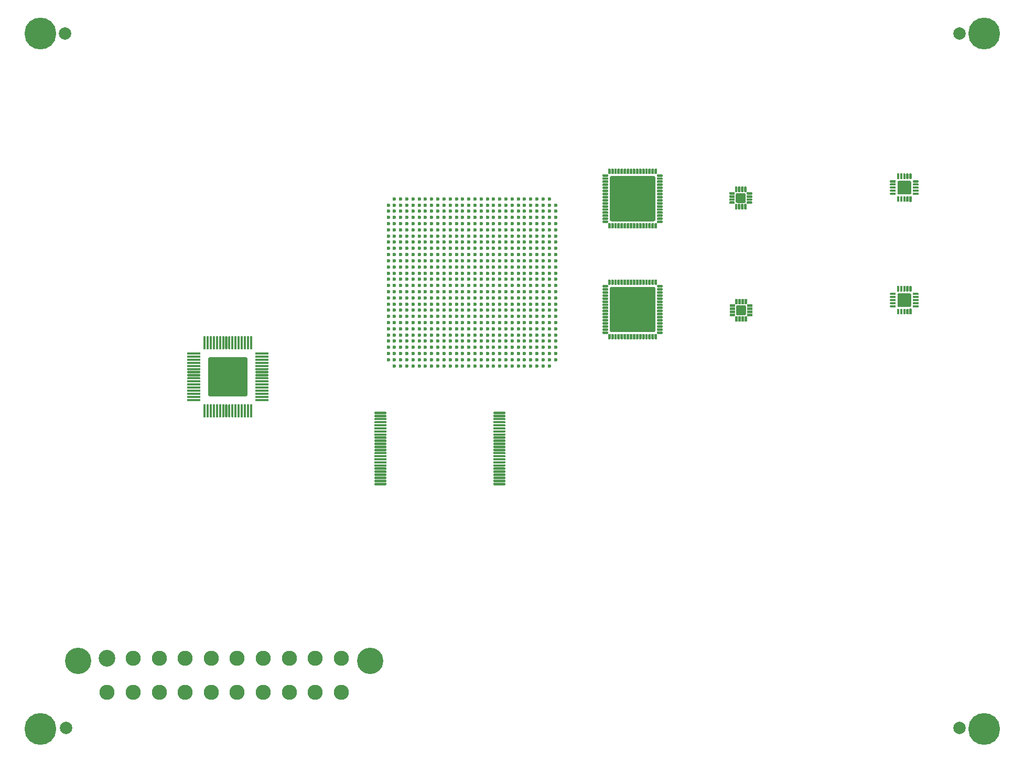
<source format=gts>
G04 #@! TF.GenerationSoftware,KiCad,Pcbnew,5.0.2-bee76a0~70~ubuntu18.04.1*
G04 #@! TF.CreationDate,2019-03-31T10:33:46+02:00*
G04 #@! TF.ProjectId,Angelia,416e6765-6c69-4612-9e6b-696361645f70,rev?*
G04 #@! TF.SameCoordinates,Original*
G04 #@! TF.FileFunction,Soldermask,Top*
G04 #@! TF.FilePolarity,Negative*
%FSLAX46Y46*%
G04 Gerber Fmt 4.6, Leading zero omitted, Abs format (unit mm)*
G04 Created by KiCad (PCBNEW 5.0.2-bee76a0~70~ubuntu18.04.1) date dim. 31 mars 2019 10:33:46 CEST*
%MOMM*%
%LPD*%
G01*
G04 APERTURE LIST*
%ADD10C,0.100000*%
%ADD11C,0.350000*%
%ADD12C,6.300000*%
%ADD13C,2.000000*%
%ADD14C,5.133000*%
%ADD15C,2.450000*%
%ADD16C,2.700000*%
%ADD17C,4.250000*%
%ADD18C,0.600000*%
%ADD19C,0.380000*%
%ADD20C,0.415000*%
%ADD21C,7.315000*%
%ADD22C,2.200000*%
%ADD23C,1.615000*%
G04 APERTURE END LIST*
D10*
G04 #@! TO.C,REF\002A\002A*
G36*
X54022616Y88681499D02*
X54031110Y88680239D01*
X54039440Y88678152D01*
X54047525Y88675259D01*
X54055287Y88671588D01*
X54062652Y88667174D01*
X54069549Y88662058D01*
X54075912Y88656292D01*
X54081678Y88649929D01*
X54086794Y88643032D01*
X54091208Y88635667D01*
X54094879Y88627905D01*
X54097772Y88619820D01*
X54099859Y88611490D01*
X54101119Y88602996D01*
X54101540Y88594420D01*
X54101540Y86669420D01*
X54101119Y86660844D01*
X54099859Y86652350D01*
X54097772Y86644020D01*
X54094879Y86635935D01*
X54091208Y86628173D01*
X54086794Y86620808D01*
X54081678Y86613911D01*
X54075912Y86607548D01*
X54069549Y86601782D01*
X54062652Y86596666D01*
X54055287Y86592252D01*
X54047525Y86588581D01*
X54039440Y86585688D01*
X54031110Y86583601D01*
X54022616Y86582341D01*
X54014040Y86581920D01*
X53839040Y86581920D01*
X53830464Y86582341D01*
X53821970Y86583601D01*
X53813640Y86585688D01*
X53805555Y86588581D01*
X53797793Y86592252D01*
X53790428Y86596666D01*
X53783531Y86601782D01*
X53777168Y86607548D01*
X53771402Y86613911D01*
X53766286Y86620808D01*
X53761872Y86628173D01*
X53758201Y86635935D01*
X53755308Y86644020D01*
X53753221Y86652350D01*
X53751961Y86660844D01*
X53751540Y86669420D01*
X53751540Y88594420D01*
X53751961Y88602996D01*
X53753221Y88611490D01*
X53755308Y88619820D01*
X53758201Y88627905D01*
X53761872Y88635667D01*
X53766286Y88643032D01*
X53771402Y88649929D01*
X53777168Y88656292D01*
X53783531Y88662058D01*
X53790428Y88667174D01*
X53797793Y88671588D01*
X53805555Y88675259D01*
X53813640Y88678152D01*
X53821970Y88680239D01*
X53830464Y88681499D01*
X53839040Y88681920D01*
X54014040Y88681920D01*
X54022616Y88681499D01*
X54022616Y88681499D01*
G37*
D11*
X53926540Y87631920D03*
D10*
G36*
X54522616Y88681499D02*
X54531110Y88680239D01*
X54539440Y88678152D01*
X54547525Y88675259D01*
X54555287Y88671588D01*
X54562652Y88667174D01*
X54569549Y88662058D01*
X54575912Y88656292D01*
X54581678Y88649929D01*
X54586794Y88643032D01*
X54591208Y88635667D01*
X54594879Y88627905D01*
X54597772Y88619820D01*
X54599859Y88611490D01*
X54601119Y88602996D01*
X54601540Y88594420D01*
X54601540Y86669420D01*
X54601119Y86660844D01*
X54599859Y86652350D01*
X54597772Y86644020D01*
X54594879Y86635935D01*
X54591208Y86628173D01*
X54586794Y86620808D01*
X54581678Y86613911D01*
X54575912Y86607548D01*
X54569549Y86601782D01*
X54562652Y86596666D01*
X54555287Y86592252D01*
X54547525Y86588581D01*
X54539440Y86585688D01*
X54531110Y86583601D01*
X54522616Y86582341D01*
X54514040Y86581920D01*
X54339040Y86581920D01*
X54330464Y86582341D01*
X54321970Y86583601D01*
X54313640Y86585688D01*
X54305555Y86588581D01*
X54297793Y86592252D01*
X54290428Y86596666D01*
X54283531Y86601782D01*
X54277168Y86607548D01*
X54271402Y86613911D01*
X54266286Y86620808D01*
X54261872Y86628173D01*
X54258201Y86635935D01*
X54255308Y86644020D01*
X54253221Y86652350D01*
X54251961Y86660844D01*
X54251540Y86669420D01*
X54251540Y88594420D01*
X54251961Y88602996D01*
X54253221Y88611490D01*
X54255308Y88619820D01*
X54258201Y88627905D01*
X54261872Y88635667D01*
X54266286Y88643032D01*
X54271402Y88649929D01*
X54277168Y88656292D01*
X54283531Y88662058D01*
X54290428Y88667174D01*
X54297793Y88671588D01*
X54305555Y88675259D01*
X54313640Y88678152D01*
X54321970Y88680239D01*
X54330464Y88681499D01*
X54339040Y88681920D01*
X54514040Y88681920D01*
X54522616Y88681499D01*
X54522616Y88681499D01*
G37*
D11*
X54426540Y87631920D03*
D10*
G36*
X55022616Y88681499D02*
X55031110Y88680239D01*
X55039440Y88678152D01*
X55047525Y88675259D01*
X55055287Y88671588D01*
X55062652Y88667174D01*
X55069549Y88662058D01*
X55075912Y88656292D01*
X55081678Y88649929D01*
X55086794Y88643032D01*
X55091208Y88635667D01*
X55094879Y88627905D01*
X55097772Y88619820D01*
X55099859Y88611490D01*
X55101119Y88602996D01*
X55101540Y88594420D01*
X55101540Y86669420D01*
X55101119Y86660844D01*
X55099859Y86652350D01*
X55097772Y86644020D01*
X55094879Y86635935D01*
X55091208Y86628173D01*
X55086794Y86620808D01*
X55081678Y86613911D01*
X55075912Y86607548D01*
X55069549Y86601782D01*
X55062652Y86596666D01*
X55055287Y86592252D01*
X55047525Y86588581D01*
X55039440Y86585688D01*
X55031110Y86583601D01*
X55022616Y86582341D01*
X55014040Y86581920D01*
X54839040Y86581920D01*
X54830464Y86582341D01*
X54821970Y86583601D01*
X54813640Y86585688D01*
X54805555Y86588581D01*
X54797793Y86592252D01*
X54790428Y86596666D01*
X54783531Y86601782D01*
X54777168Y86607548D01*
X54771402Y86613911D01*
X54766286Y86620808D01*
X54761872Y86628173D01*
X54758201Y86635935D01*
X54755308Y86644020D01*
X54753221Y86652350D01*
X54751961Y86660844D01*
X54751540Y86669420D01*
X54751540Y88594420D01*
X54751961Y88602996D01*
X54753221Y88611490D01*
X54755308Y88619820D01*
X54758201Y88627905D01*
X54761872Y88635667D01*
X54766286Y88643032D01*
X54771402Y88649929D01*
X54777168Y88656292D01*
X54783531Y88662058D01*
X54790428Y88667174D01*
X54797793Y88671588D01*
X54805555Y88675259D01*
X54813640Y88678152D01*
X54821970Y88680239D01*
X54830464Y88681499D01*
X54839040Y88681920D01*
X55014040Y88681920D01*
X55022616Y88681499D01*
X55022616Y88681499D01*
G37*
D11*
X54926540Y87631920D03*
D10*
G36*
X55522616Y88681499D02*
X55531110Y88680239D01*
X55539440Y88678152D01*
X55547525Y88675259D01*
X55555287Y88671588D01*
X55562652Y88667174D01*
X55569549Y88662058D01*
X55575912Y88656292D01*
X55581678Y88649929D01*
X55586794Y88643032D01*
X55591208Y88635667D01*
X55594879Y88627905D01*
X55597772Y88619820D01*
X55599859Y88611490D01*
X55601119Y88602996D01*
X55601540Y88594420D01*
X55601540Y86669420D01*
X55601119Y86660844D01*
X55599859Y86652350D01*
X55597772Y86644020D01*
X55594879Y86635935D01*
X55591208Y86628173D01*
X55586794Y86620808D01*
X55581678Y86613911D01*
X55575912Y86607548D01*
X55569549Y86601782D01*
X55562652Y86596666D01*
X55555287Y86592252D01*
X55547525Y86588581D01*
X55539440Y86585688D01*
X55531110Y86583601D01*
X55522616Y86582341D01*
X55514040Y86581920D01*
X55339040Y86581920D01*
X55330464Y86582341D01*
X55321970Y86583601D01*
X55313640Y86585688D01*
X55305555Y86588581D01*
X55297793Y86592252D01*
X55290428Y86596666D01*
X55283531Y86601782D01*
X55277168Y86607548D01*
X55271402Y86613911D01*
X55266286Y86620808D01*
X55261872Y86628173D01*
X55258201Y86635935D01*
X55255308Y86644020D01*
X55253221Y86652350D01*
X55251961Y86660844D01*
X55251540Y86669420D01*
X55251540Y88594420D01*
X55251961Y88602996D01*
X55253221Y88611490D01*
X55255308Y88619820D01*
X55258201Y88627905D01*
X55261872Y88635667D01*
X55266286Y88643032D01*
X55271402Y88649929D01*
X55277168Y88656292D01*
X55283531Y88662058D01*
X55290428Y88667174D01*
X55297793Y88671588D01*
X55305555Y88675259D01*
X55313640Y88678152D01*
X55321970Y88680239D01*
X55330464Y88681499D01*
X55339040Y88681920D01*
X55514040Y88681920D01*
X55522616Y88681499D01*
X55522616Y88681499D01*
G37*
D11*
X55426540Y87631920D03*
D10*
G36*
X56022616Y88681499D02*
X56031110Y88680239D01*
X56039440Y88678152D01*
X56047525Y88675259D01*
X56055287Y88671588D01*
X56062652Y88667174D01*
X56069549Y88662058D01*
X56075912Y88656292D01*
X56081678Y88649929D01*
X56086794Y88643032D01*
X56091208Y88635667D01*
X56094879Y88627905D01*
X56097772Y88619820D01*
X56099859Y88611490D01*
X56101119Y88602996D01*
X56101540Y88594420D01*
X56101540Y86669420D01*
X56101119Y86660844D01*
X56099859Y86652350D01*
X56097772Y86644020D01*
X56094879Y86635935D01*
X56091208Y86628173D01*
X56086794Y86620808D01*
X56081678Y86613911D01*
X56075912Y86607548D01*
X56069549Y86601782D01*
X56062652Y86596666D01*
X56055287Y86592252D01*
X56047525Y86588581D01*
X56039440Y86585688D01*
X56031110Y86583601D01*
X56022616Y86582341D01*
X56014040Y86581920D01*
X55839040Y86581920D01*
X55830464Y86582341D01*
X55821970Y86583601D01*
X55813640Y86585688D01*
X55805555Y86588581D01*
X55797793Y86592252D01*
X55790428Y86596666D01*
X55783531Y86601782D01*
X55777168Y86607548D01*
X55771402Y86613911D01*
X55766286Y86620808D01*
X55761872Y86628173D01*
X55758201Y86635935D01*
X55755308Y86644020D01*
X55753221Y86652350D01*
X55751961Y86660844D01*
X55751540Y86669420D01*
X55751540Y88594420D01*
X55751961Y88602996D01*
X55753221Y88611490D01*
X55755308Y88619820D01*
X55758201Y88627905D01*
X55761872Y88635667D01*
X55766286Y88643032D01*
X55771402Y88649929D01*
X55777168Y88656292D01*
X55783531Y88662058D01*
X55790428Y88667174D01*
X55797793Y88671588D01*
X55805555Y88675259D01*
X55813640Y88678152D01*
X55821970Y88680239D01*
X55830464Y88681499D01*
X55839040Y88681920D01*
X56014040Y88681920D01*
X56022616Y88681499D01*
X56022616Y88681499D01*
G37*
D11*
X55926540Y87631920D03*
D10*
G36*
X56522616Y88681499D02*
X56531110Y88680239D01*
X56539440Y88678152D01*
X56547525Y88675259D01*
X56555287Y88671588D01*
X56562652Y88667174D01*
X56569549Y88662058D01*
X56575912Y88656292D01*
X56581678Y88649929D01*
X56586794Y88643032D01*
X56591208Y88635667D01*
X56594879Y88627905D01*
X56597772Y88619820D01*
X56599859Y88611490D01*
X56601119Y88602996D01*
X56601540Y88594420D01*
X56601540Y86669420D01*
X56601119Y86660844D01*
X56599859Y86652350D01*
X56597772Y86644020D01*
X56594879Y86635935D01*
X56591208Y86628173D01*
X56586794Y86620808D01*
X56581678Y86613911D01*
X56575912Y86607548D01*
X56569549Y86601782D01*
X56562652Y86596666D01*
X56555287Y86592252D01*
X56547525Y86588581D01*
X56539440Y86585688D01*
X56531110Y86583601D01*
X56522616Y86582341D01*
X56514040Y86581920D01*
X56339040Y86581920D01*
X56330464Y86582341D01*
X56321970Y86583601D01*
X56313640Y86585688D01*
X56305555Y86588581D01*
X56297793Y86592252D01*
X56290428Y86596666D01*
X56283531Y86601782D01*
X56277168Y86607548D01*
X56271402Y86613911D01*
X56266286Y86620808D01*
X56261872Y86628173D01*
X56258201Y86635935D01*
X56255308Y86644020D01*
X56253221Y86652350D01*
X56251961Y86660844D01*
X56251540Y86669420D01*
X56251540Y88594420D01*
X56251961Y88602996D01*
X56253221Y88611490D01*
X56255308Y88619820D01*
X56258201Y88627905D01*
X56261872Y88635667D01*
X56266286Y88643032D01*
X56271402Y88649929D01*
X56277168Y88656292D01*
X56283531Y88662058D01*
X56290428Y88667174D01*
X56297793Y88671588D01*
X56305555Y88675259D01*
X56313640Y88678152D01*
X56321970Y88680239D01*
X56330464Y88681499D01*
X56339040Y88681920D01*
X56514040Y88681920D01*
X56522616Y88681499D01*
X56522616Y88681499D01*
G37*
D11*
X56426540Y87631920D03*
D10*
G36*
X57022616Y88681499D02*
X57031110Y88680239D01*
X57039440Y88678152D01*
X57047525Y88675259D01*
X57055287Y88671588D01*
X57062652Y88667174D01*
X57069549Y88662058D01*
X57075912Y88656292D01*
X57081678Y88649929D01*
X57086794Y88643032D01*
X57091208Y88635667D01*
X57094879Y88627905D01*
X57097772Y88619820D01*
X57099859Y88611490D01*
X57101119Y88602996D01*
X57101540Y88594420D01*
X57101540Y86669420D01*
X57101119Y86660844D01*
X57099859Y86652350D01*
X57097772Y86644020D01*
X57094879Y86635935D01*
X57091208Y86628173D01*
X57086794Y86620808D01*
X57081678Y86613911D01*
X57075912Y86607548D01*
X57069549Y86601782D01*
X57062652Y86596666D01*
X57055287Y86592252D01*
X57047525Y86588581D01*
X57039440Y86585688D01*
X57031110Y86583601D01*
X57022616Y86582341D01*
X57014040Y86581920D01*
X56839040Y86581920D01*
X56830464Y86582341D01*
X56821970Y86583601D01*
X56813640Y86585688D01*
X56805555Y86588581D01*
X56797793Y86592252D01*
X56790428Y86596666D01*
X56783531Y86601782D01*
X56777168Y86607548D01*
X56771402Y86613911D01*
X56766286Y86620808D01*
X56761872Y86628173D01*
X56758201Y86635935D01*
X56755308Y86644020D01*
X56753221Y86652350D01*
X56751961Y86660844D01*
X56751540Y86669420D01*
X56751540Y88594420D01*
X56751961Y88602996D01*
X56753221Y88611490D01*
X56755308Y88619820D01*
X56758201Y88627905D01*
X56761872Y88635667D01*
X56766286Y88643032D01*
X56771402Y88649929D01*
X56777168Y88656292D01*
X56783531Y88662058D01*
X56790428Y88667174D01*
X56797793Y88671588D01*
X56805555Y88675259D01*
X56813640Y88678152D01*
X56821970Y88680239D01*
X56830464Y88681499D01*
X56839040Y88681920D01*
X57014040Y88681920D01*
X57022616Y88681499D01*
X57022616Y88681499D01*
G37*
D11*
X56926540Y87631920D03*
D10*
G36*
X57522616Y88681499D02*
X57531110Y88680239D01*
X57539440Y88678152D01*
X57547525Y88675259D01*
X57555287Y88671588D01*
X57562652Y88667174D01*
X57569549Y88662058D01*
X57575912Y88656292D01*
X57581678Y88649929D01*
X57586794Y88643032D01*
X57591208Y88635667D01*
X57594879Y88627905D01*
X57597772Y88619820D01*
X57599859Y88611490D01*
X57601119Y88602996D01*
X57601540Y88594420D01*
X57601540Y86669420D01*
X57601119Y86660844D01*
X57599859Y86652350D01*
X57597772Y86644020D01*
X57594879Y86635935D01*
X57591208Y86628173D01*
X57586794Y86620808D01*
X57581678Y86613911D01*
X57575912Y86607548D01*
X57569549Y86601782D01*
X57562652Y86596666D01*
X57555287Y86592252D01*
X57547525Y86588581D01*
X57539440Y86585688D01*
X57531110Y86583601D01*
X57522616Y86582341D01*
X57514040Y86581920D01*
X57339040Y86581920D01*
X57330464Y86582341D01*
X57321970Y86583601D01*
X57313640Y86585688D01*
X57305555Y86588581D01*
X57297793Y86592252D01*
X57290428Y86596666D01*
X57283531Y86601782D01*
X57277168Y86607548D01*
X57271402Y86613911D01*
X57266286Y86620808D01*
X57261872Y86628173D01*
X57258201Y86635935D01*
X57255308Y86644020D01*
X57253221Y86652350D01*
X57251961Y86660844D01*
X57251540Y86669420D01*
X57251540Y88594420D01*
X57251961Y88602996D01*
X57253221Y88611490D01*
X57255308Y88619820D01*
X57258201Y88627905D01*
X57261872Y88635667D01*
X57266286Y88643032D01*
X57271402Y88649929D01*
X57277168Y88656292D01*
X57283531Y88662058D01*
X57290428Y88667174D01*
X57297793Y88671588D01*
X57305555Y88675259D01*
X57313640Y88678152D01*
X57321970Y88680239D01*
X57330464Y88681499D01*
X57339040Y88681920D01*
X57514040Y88681920D01*
X57522616Y88681499D01*
X57522616Y88681499D01*
G37*
D11*
X57426540Y87631920D03*
D10*
G36*
X58022616Y88681499D02*
X58031110Y88680239D01*
X58039440Y88678152D01*
X58047525Y88675259D01*
X58055287Y88671588D01*
X58062652Y88667174D01*
X58069549Y88662058D01*
X58075912Y88656292D01*
X58081678Y88649929D01*
X58086794Y88643032D01*
X58091208Y88635667D01*
X58094879Y88627905D01*
X58097772Y88619820D01*
X58099859Y88611490D01*
X58101119Y88602996D01*
X58101540Y88594420D01*
X58101540Y86669420D01*
X58101119Y86660844D01*
X58099859Y86652350D01*
X58097772Y86644020D01*
X58094879Y86635935D01*
X58091208Y86628173D01*
X58086794Y86620808D01*
X58081678Y86613911D01*
X58075912Y86607548D01*
X58069549Y86601782D01*
X58062652Y86596666D01*
X58055287Y86592252D01*
X58047525Y86588581D01*
X58039440Y86585688D01*
X58031110Y86583601D01*
X58022616Y86582341D01*
X58014040Y86581920D01*
X57839040Y86581920D01*
X57830464Y86582341D01*
X57821970Y86583601D01*
X57813640Y86585688D01*
X57805555Y86588581D01*
X57797793Y86592252D01*
X57790428Y86596666D01*
X57783531Y86601782D01*
X57777168Y86607548D01*
X57771402Y86613911D01*
X57766286Y86620808D01*
X57761872Y86628173D01*
X57758201Y86635935D01*
X57755308Y86644020D01*
X57753221Y86652350D01*
X57751961Y86660844D01*
X57751540Y86669420D01*
X57751540Y88594420D01*
X57751961Y88602996D01*
X57753221Y88611490D01*
X57755308Y88619820D01*
X57758201Y88627905D01*
X57761872Y88635667D01*
X57766286Y88643032D01*
X57771402Y88649929D01*
X57777168Y88656292D01*
X57783531Y88662058D01*
X57790428Y88667174D01*
X57797793Y88671588D01*
X57805555Y88675259D01*
X57813640Y88678152D01*
X57821970Y88680239D01*
X57830464Y88681499D01*
X57839040Y88681920D01*
X58014040Y88681920D01*
X58022616Y88681499D01*
X58022616Y88681499D01*
G37*
D11*
X57926540Y87631920D03*
D10*
G36*
X58522616Y88681499D02*
X58531110Y88680239D01*
X58539440Y88678152D01*
X58547525Y88675259D01*
X58555287Y88671588D01*
X58562652Y88667174D01*
X58569549Y88662058D01*
X58575912Y88656292D01*
X58581678Y88649929D01*
X58586794Y88643032D01*
X58591208Y88635667D01*
X58594879Y88627905D01*
X58597772Y88619820D01*
X58599859Y88611490D01*
X58601119Y88602996D01*
X58601540Y88594420D01*
X58601540Y86669420D01*
X58601119Y86660844D01*
X58599859Y86652350D01*
X58597772Y86644020D01*
X58594879Y86635935D01*
X58591208Y86628173D01*
X58586794Y86620808D01*
X58581678Y86613911D01*
X58575912Y86607548D01*
X58569549Y86601782D01*
X58562652Y86596666D01*
X58555287Y86592252D01*
X58547525Y86588581D01*
X58539440Y86585688D01*
X58531110Y86583601D01*
X58522616Y86582341D01*
X58514040Y86581920D01*
X58339040Y86581920D01*
X58330464Y86582341D01*
X58321970Y86583601D01*
X58313640Y86585688D01*
X58305555Y86588581D01*
X58297793Y86592252D01*
X58290428Y86596666D01*
X58283531Y86601782D01*
X58277168Y86607548D01*
X58271402Y86613911D01*
X58266286Y86620808D01*
X58261872Y86628173D01*
X58258201Y86635935D01*
X58255308Y86644020D01*
X58253221Y86652350D01*
X58251961Y86660844D01*
X58251540Y86669420D01*
X58251540Y88594420D01*
X58251961Y88602996D01*
X58253221Y88611490D01*
X58255308Y88619820D01*
X58258201Y88627905D01*
X58261872Y88635667D01*
X58266286Y88643032D01*
X58271402Y88649929D01*
X58277168Y88656292D01*
X58283531Y88662058D01*
X58290428Y88667174D01*
X58297793Y88671588D01*
X58305555Y88675259D01*
X58313640Y88678152D01*
X58321970Y88680239D01*
X58330464Y88681499D01*
X58339040Y88681920D01*
X58514040Y88681920D01*
X58522616Y88681499D01*
X58522616Y88681499D01*
G37*
D11*
X58426540Y87631920D03*
D10*
G36*
X59022616Y88681499D02*
X59031110Y88680239D01*
X59039440Y88678152D01*
X59047525Y88675259D01*
X59055287Y88671588D01*
X59062652Y88667174D01*
X59069549Y88662058D01*
X59075912Y88656292D01*
X59081678Y88649929D01*
X59086794Y88643032D01*
X59091208Y88635667D01*
X59094879Y88627905D01*
X59097772Y88619820D01*
X59099859Y88611490D01*
X59101119Y88602996D01*
X59101540Y88594420D01*
X59101540Y86669420D01*
X59101119Y86660844D01*
X59099859Y86652350D01*
X59097772Y86644020D01*
X59094879Y86635935D01*
X59091208Y86628173D01*
X59086794Y86620808D01*
X59081678Y86613911D01*
X59075912Y86607548D01*
X59069549Y86601782D01*
X59062652Y86596666D01*
X59055287Y86592252D01*
X59047525Y86588581D01*
X59039440Y86585688D01*
X59031110Y86583601D01*
X59022616Y86582341D01*
X59014040Y86581920D01*
X58839040Y86581920D01*
X58830464Y86582341D01*
X58821970Y86583601D01*
X58813640Y86585688D01*
X58805555Y86588581D01*
X58797793Y86592252D01*
X58790428Y86596666D01*
X58783531Y86601782D01*
X58777168Y86607548D01*
X58771402Y86613911D01*
X58766286Y86620808D01*
X58761872Y86628173D01*
X58758201Y86635935D01*
X58755308Y86644020D01*
X58753221Y86652350D01*
X58751961Y86660844D01*
X58751540Y86669420D01*
X58751540Y88594420D01*
X58751961Y88602996D01*
X58753221Y88611490D01*
X58755308Y88619820D01*
X58758201Y88627905D01*
X58761872Y88635667D01*
X58766286Y88643032D01*
X58771402Y88649929D01*
X58777168Y88656292D01*
X58783531Y88662058D01*
X58790428Y88667174D01*
X58797793Y88671588D01*
X58805555Y88675259D01*
X58813640Y88678152D01*
X58821970Y88680239D01*
X58830464Y88681499D01*
X58839040Y88681920D01*
X59014040Y88681920D01*
X59022616Y88681499D01*
X59022616Y88681499D01*
G37*
D11*
X58926540Y87631920D03*
D10*
G36*
X59522616Y88681499D02*
X59531110Y88680239D01*
X59539440Y88678152D01*
X59547525Y88675259D01*
X59555287Y88671588D01*
X59562652Y88667174D01*
X59569549Y88662058D01*
X59575912Y88656292D01*
X59581678Y88649929D01*
X59586794Y88643032D01*
X59591208Y88635667D01*
X59594879Y88627905D01*
X59597772Y88619820D01*
X59599859Y88611490D01*
X59601119Y88602996D01*
X59601540Y88594420D01*
X59601540Y86669420D01*
X59601119Y86660844D01*
X59599859Y86652350D01*
X59597772Y86644020D01*
X59594879Y86635935D01*
X59591208Y86628173D01*
X59586794Y86620808D01*
X59581678Y86613911D01*
X59575912Y86607548D01*
X59569549Y86601782D01*
X59562652Y86596666D01*
X59555287Y86592252D01*
X59547525Y86588581D01*
X59539440Y86585688D01*
X59531110Y86583601D01*
X59522616Y86582341D01*
X59514040Y86581920D01*
X59339040Y86581920D01*
X59330464Y86582341D01*
X59321970Y86583601D01*
X59313640Y86585688D01*
X59305555Y86588581D01*
X59297793Y86592252D01*
X59290428Y86596666D01*
X59283531Y86601782D01*
X59277168Y86607548D01*
X59271402Y86613911D01*
X59266286Y86620808D01*
X59261872Y86628173D01*
X59258201Y86635935D01*
X59255308Y86644020D01*
X59253221Y86652350D01*
X59251961Y86660844D01*
X59251540Y86669420D01*
X59251540Y88594420D01*
X59251961Y88602996D01*
X59253221Y88611490D01*
X59255308Y88619820D01*
X59258201Y88627905D01*
X59261872Y88635667D01*
X59266286Y88643032D01*
X59271402Y88649929D01*
X59277168Y88656292D01*
X59283531Y88662058D01*
X59290428Y88667174D01*
X59297793Y88671588D01*
X59305555Y88675259D01*
X59313640Y88678152D01*
X59321970Y88680239D01*
X59330464Y88681499D01*
X59339040Y88681920D01*
X59514040Y88681920D01*
X59522616Y88681499D01*
X59522616Y88681499D01*
G37*
D11*
X59426540Y87631920D03*
D10*
G36*
X60022616Y88681499D02*
X60031110Y88680239D01*
X60039440Y88678152D01*
X60047525Y88675259D01*
X60055287Y88671588D01*
X60062652Y88667174D01*
X60069549Y88662058D01*
X60075912Y88656292D01*
X60081678Y88649929D01*
X60086794Y88643032D01*
X60091208Y88635667D01*
X60094879Y88627905D01*
X60097772Y88619820D01*
X60099859Y88611490D01*
X60101119Y88602996D01*
X60101540Y88594420D01*
X60101540Y86669420D01*
X60101119Y86660844D01*
X60099859Y86652350D01*
X60097772Y86644020D01*
X60094879Y86635935D01*
X60091208Y86628173D01*
X60086794Y86620808D01*
X60081678Y86613911D01*
X60075912Y86607548D01*
X60069549Y86601782D01*
X60062652Y86596666D01*
X60055287Y86592252D01*
X60047525Y86588581D01*
X60039440Y86585688D01*
X60031110Y86583601D01*
X60022616Y86582341D01*
X60014040Y86581920D01*
X59839040Y86581920D01*
X59830464Y86582341D01*
X59821970Y86583601D01*
X59813640Y86585688D01*
X59805555Y86588581D01*
X59797793Y86592252D01*
X59790428Y86596666D01*
X59783531Y86601782D01*
X59777168Y86607548D01*
X59771402Y86613911D01*
X59766286Y86620808D01*
X59761872Y86628173D01*
X59758201Y86635935D01*
X59755308Y86644020D01*
X59753221Y86652350D01*
X59751961Y86660844D01*
X59751540Y86669420D01*
X59751540Y88594420D01*
X59751961Y88602996D01*
X59753221Y88611490D01*
X59755308Y88619820D01*
X59758201Y88627905D01*
X59761872Y88635667D01*
X59766286Y88643032D01*
X59771402Y88649929D01*
X59777168Y88656292D01*
X59783531Y88662058D01*
X59790428Y88667174D01*
X59797793Y88671588D01*
X59805555Y88675259D01*
X59813640Y88678152D01*
X59821970Y88680239D01*
X59830464Y88681499D01*
X59839040Y88681920D01*
X60014040Y88681920D01*
X60022616Y88681499D01*
X60022616Y88681499D01*
G37*
D11*
X59926540Y87631920D03*
D10*
G36*
X60522616Y88681499D02*
X60531110Y88680239D01*
X60539440Y88678152D01*
X60547525Y88675259D01*
X60555287Y88671588D01*
X60562652Y88667174D01*
X60569549Y88662058D01*
X60575912Y88656292D01*
X60581678Y88649929D01*
X60586794Y88643032D01*
X60591208Y88635667D01*
X60594879Y88627905D01*
X60597772Y88619820D01*
X60599859Y88611490D01*
X60601119Y88602996D01*
X60601540Y88594420D01*
X60601540Y86669420D01*
X60601119Y86660844D01*
X60599859Y86652350D01*
X60597772Y86644020D01*
X60594879Y86635935D01*
X60591208Y86628173D01*
X60586794Y86620808D01*
X60581678Y86613911D01*
X60575912Y86607548D01*
X60569549Y86601782D01*
X60562652Y86596666D01*
X60555287Y86592252D01*
X60547525Y86588581D01*
X60539440Y86585688D01*
X60531110Y86583601D01*
X60522616Y86582341D01*
X60514040Y86581920D01*
X60339040Y86581920D01*
X60330464Y86582341D01*
X60321970Y86583601D01*
X60313640Y86585688D01*
X60305555Y86588581D01*
X60297793Y86592252D01*
X60290428Y86596666D01*
X60283531Y86601782D01*
X60277168Y86607548D01*
X60271402Y86613911D01*
X60266286Y86620808D01*
X60261872Y86628173D01*
X60258201Y86635935D01*
X60255308Y86644020D01*
X60253221Y86652350D01*
X60251961Y86660844D01*
X60251540Y86669420D01*
X60251540Y88594420D01*
X60251961Y88602996D01*
X60253221Y88611490D01*
X60255308Y88619820D01*
X60258201Y88627905D01*
X60261872Y88635667D01*
X60266286Y88643032D01*
X60271402Y88649929D01*
X60277168Y88656292D01*
X60283531Y88662058D01*
X60290428Y88667174D01*
X60297793Y88671588D01*
X60305555Y88675259D01*
X60313640Y88678152D01*
X60321970Y88680239D01*
X60330464Y88681499D01*
X60339040Y88681920D01*
X60514040Y88681920D01*
X60522616Y88681499D01*
X60522616Y88681499D01*
G37*
D11*
X60426540Y87631920D03*
D10*
G36*
X61022616Y88681499D02*
X61031110Y88680239D01*
X61039440Y88678152D01*
X61047525Y88675259D01*
X61055287Y88671588D01*
X61062652Y88667174D01*
X61069549Y88662058D01*
X61075912Y88656292D01*
X61081678Y88649929D01*
X61086794Y88643032D01*
X61091208Y88635667D01*
X61094879Y88627905D01*
X61097772Y88619820D01*
X61099859Y88611490D01*
X61101119Y88602996D01*
X61101540Y88594420D01*
X61101540Y86669420D01*
X61101119Y86660844D01*
X61099859Y86652350D01*
X61097772Y86644020D01*
X61094879Y86635935D01*
X61091208Y86628173D01*
X61086794Y86620808D01*
X61081678Y86613911D01*
X61075912Y86607548D01*
X61069549Y86601782D01*
X61062652Y86596666D01*
X61055287Y86592252D01*
X61047525Y86588581D01*
X61039440Y86585688D01*
X61031110Y86583601D01*
X61022616Y86582341D01*
X61014040Y86581920D01*
X60839040Y86581920D01*
X60830464Y86582341D01*
X60821970Y86583601D01*
X60813640Y86585688D01*
X60805555Y86588581D01*
X60797793Y86592252D01*
X60790428Y86596666D01*
X60783531Y86601782D01*
X60777168Y86607548D01*
X60771402Y86613911D01*
X60766286Y86620808D01*
X60761872Y86628173D01*
X60758201Y86635935D01*
X60755308Y86644020D01*
X60753221Y86652350D01*
X60751961Y86660844D01*
X60751540Y86669420D01*
X60751540Y88594420D01*
X60751961Y88602996D01*
X60753221Y88611490D01*
X60755308Y88619820D01*
X60758201Y88627905D01*
X60761872Y88635667D01*
X60766286Y88643032D01*
X60771402Y88649929D01*
X60777168Y88656292D01*
X60783531Y88662058D01*
X60790428Y88667174D01*
X60797793Y88671588D01*
X60805555Y88675259D01*
X60813640Y88678152D01*
X60821970Y88680239D01*
X60830464Y88681499D01*
X60839040Y88681920D01*
X61014040Y88681920D01*
X61022616Y88681499D01*
X61022616Y88681499D01*
G37*
D11*
X60926540Y87631920D03*
D10*
G36*
X61522616Y88681499D02*
X61531110Y88680239D01*
X61539440Y88678152D01*
X61547525Y88675259D01*
X61555287Y88671588D01*
X61562652Y88667174D01*
X61569549Y88662058D01*
X61575912Y88656292D01*
X61581678Y88649929D01*
X61586794Y88643032D01*
X61591208Y88635667D01*
X61594879Y88627905D01*
X61597772Y88619820D01*
X61599859Y88611490D01*
X61601119Y88602996D01*
X61601540Y88594420D01*
X61601540Y86669420D01*
X61601119Y86660844D01*
X61599859Y86652350D01*
X61597772Y86644020D01*
X61594879Y86635935D01*
X61591208Y86628173D01*
X61586794Y86620808D01*
X61581678Y86613911D01*
X61575912Y86607548D01*
X61569549Y86601782D01*
X61562652Y86596666D01*
X61555287Y86592252D01*
X61547525Y86588581D01*
X61539440Y86585688D01*
X61531110Y86583601D01*
X61522616Y86582341D01*
X61514040Y86581920D01*
X61339040Y86581920D01*
X61330464Y86582341D01*
X61321970Y86583601D01*
X61313640Y86585688D01*
X61305555Y86588581D01*
X61297793Y86592252D01*
X61290428Y86596666D01*
X61283531Y86601782D01*
X61277168Y86607548D01*
X61271402Y86613911D01*
X61266286Y86620808D01*
X61261872Y86628173D01*
X61258201Y86635935D01*
X61255308Y86644020D01*
X61253221Y86652350D01*
X61251961Y86660844D01*
X61251540Y86669420D01*
X61251540Y88594420D01*
X61251961Y88602996D01*
X61253221Y88611490D01*
X61255308Y88619820D01*
X61258201Y88627905D01*
X61261872Y88635667D01*
X61266286Y88643032D01*
X61271402Y88649929D01*
X61277168Y88656292D01*
X61283531Y88662058D01*
X61290428Y88667174D01*
X61297793Y88671588D01*
X61305555Y88675259D01*
X61313640Y88678152D01*
X61321970Y88680239D01*
X61330464Y88681499D01*
X61339040Y88681920D01*
X61514040Y88681920D01*
X61522616Y88681499D01*
X61522616Y88681499D01*
G37*
D11*
X61426540Y87631920D03*
D10*
G36*
X64147616Y86056499D02*
X64156110Y86055239D01*
X64164440Y86053152D01*
X64172525Y86050259D01*
X64180287Y86046588D01*
X64187652Y86042174D01*
X64194549Y86037058D01*
X64200912Y86031292D01*
X64206678Y86024929D01*
X64211794Y86018032D01*
X64216208Y86010667D01*
X64219879Y86002905D01*
X64222772Y85994820D01*
X64224859Y85986490D01*
X64226119Y85977996D01*
X64226540Y85969420D01*
X64226540Y85794420D01*
X64226119Y85785844D01*
X64224859Y85777350D01*
X64222772Y85769020D01*
X64219879Y85760935D01*
X64216208Y85753173D01*
X64211794Y85745808D01*
X64206678Y85738911D01*
X64200912Y85732548D01*
X64194549Y85726782D01*
X64187652Y85721666D01*
X64180287Y85717252D01*
X64172525Y85713581D01*
X64164440Y85710688D01*
X64156110Y85708601D01*
X64147616Y85707341D01*
X64139040Y85706920D01*
X62214040Y85706920D01*
X62205464Y85707341D01*
X62196970Y85708601D01*
X62188640Y85710688D01*
X62180555Y85713581D01*
X62172793Y85717252D01*
X62165428Y85721666D01*
X62158531Y85726782D01*
X62152168Y85732548D01*
X62146402Y85738911D01*
X62141286Y85745808D01*
X62136872Y85753173D01*
X62133201Y85760935D01*
X62130308Y85769020D01*
X62128221Y85777350D01*
X62126961Y85785844D01*
X62126540Y85794420D01*
X62126540Y85969420D01*
X62126961Y85977996D01*
X62128221Y85986490D01*
X62130308Y85994820D01*
X62133201Y86002905D01*
X62136872Y86010667D01*
X62141286Y86018032D01*
X62146402Y86024929D01*
X62152168Y86031292D01*
X62158531Y86037058D01*
X62165428Y86042174D01*
X62172793Y86046588D01*
X62180555Y86050259D01*
X62188640Y86053152D01*
X62196970Y86055239D01*
X62205464Y86056499D01*
X62214040Y86056920D01*
X64139040Y86056920D01*
X64147616Y86056499D01*
X64147616Y86056499D01*
G37*
D11*
X63176540Y85881920D03*
D10*
G36*
X64147616Y85556499D02*
X64156110Y85555239D01*
X64164440Y85553152D01*
X64172525Y85550259D01*
X64180287Y85546588D01*
X64187652Y85542174D01*
X64194549Y85537058D01*
X64200912Y85531292D01*
X64206678Y85524929D01*
X64211794Y85518032D01*
X64216208Y85510667D01*
X64219879Y85502905D01*
X64222772Y85494820D01*
X64224859Y85486490D01*
X64226119Y85477996D01*
X64226540Y85469420D01*
X64226540Y85294420D01*
X64226119Y85285844D01*
X64224859Y85277350D01*
X64222772Y85269020D01*
X64219879Y85260935D01*
X64216208Y85253173D01*
X64211794Y85245808D01*
X64206678Y85238911D01*
X64200912Y85232548D01*
X64194549Y85226782D01*
X64187652Y85221666D01*
X64180287Y85217252D01*
X64172525Y85213581D01*
X64164440Y85210688D01*
X64156110Y85208601D01*
X64147616Y85207341D01*
X64139040Y85206920D01*
X62214040Y85206920D01*
X62205464Y85207341D01*
X62196970Y85208601D01*
X62188640Y85210688D01*
X62180555Y85213581D01*
X62172793Y85217252D01*
X62165428Y85221666D01*
X62158531Y85226782D01*
X62152168Y85232548D01*
X62146402Y85238911D01*
X62141286Y85245808D01*
X62136872Y85253173D01*
X62133201Y85260935D01*
X62130308Y85269020D01*
X62128221Y85277350D01*
X62126961Y85285844D01*
X62126540Y85294420D01*
X62126540Y85469420D01*
X62126961Y85477996D01*
X62128221Y85486490D01*
X62130308Y85494820D01*
X62133201Y85502905D01*
X62136872Y85510667D01*
X62141286Y85518032D01*
X62146402Y85524929D01*
X62152168Y85531292D01*
X62158531Y85537058D01*
X62165428Y85542174D01*
X62172793Y85546588D01*
X62180555Y85550259D01*
X62188640Y85553152D01*
X62196970Y85555239D01*
X62205464Y85556499D01*
X62214040Y85556920D01*
X64139040Y85556920D01*
X64147616Y85556499D01*
X64147616Y85556499D01*
G37*
D11*
X63176540Y85381920D03*
D10*
G36*
X64147616Y85056499D02*
X64156110Y85055239D01*
X64164440Y85053152D01*
X64172525Y85050259D01*
X64180287Y85046588D01*
X64187652Y85042174D01*
X64194549Y85037058D01*
X64200912Y85031292D01*
X64206678Y85024929D01*
X64211794Y85018032D01*
X64216208Y85010667D01*
X64219879Y85002905D01*
X64222772Y84994820D01*
X64224859Y84986490D01*
X64226119Y84977996D01*
X64226540Y84969420D01*
X64226540Y84794420D01*
X64226119Y84785844D01*
X64224859Y84777350D01*
X64222772Y84769020D01*
X64219879Y84760935D01*
X64216208Y84753173D01*
X64211794Y84745808D01*
X64206678Y84738911D01*
X64200912Y84732548D01*
X64194549Y84726782D01*
X64187652Y84721666D01*
X64180287Y84717252D01*
X64172525Y84713581D01*
X64164440Y84710688D01*
X64156110Y84708601D01*
X64147616Y84707341D01*
X64139040Y84706920D01*
X62214040Y84706920D01*
X62205464Y84707341D01*
X62196970Y84708601D01*
X62188640Y84710688D01*
X62180555Y84713581D01*
X62172793Y84717252D01*
X62165428Y84721666D01*
X62158531Y84726782D01*
X62152168Y84732548D01*
X62146402Y84738911D01*
X62141286Y84745808D01*
X62136872Y84753173D01*
X62133201Y84760935D01*
X62130308Y84769020D01*
X62128221Y84777350D01*
X62126961Y84785844D01*
X62126540Y84794420D01*
X62126540Y84969420D01*
X62126961Y84977996D01*
X62128221Y84986490D01*
X62130308Y84994820D01*
X62133201Y85002905D01*
X62136872Y85010667D01*
X62141286Y85018032D01*
X62146402Y85024929D01*
X62152168Y85031292D01*
X62158531Y85037058D01*
X62165428Y85042174D01*
X62172793Y85046588D01*
X62180555Y85050259D01*
X62188640Y85053152D01*
X62196970Y85055239D01*
X62205464Y85056499D01*
X62214040Y85056920D01*
X64139040Y85056920D01*
X64147616Y85056499D01*
X64147616Y85056499D01*
G37*
D11*
X63176540Y84881920D03*
D10*
G36*
X64147616Y84556499D02*
X64156110Y84555239D01*
X64164440Y84553152D01*
X64172525Y84550259D01*
X64180287Y84546588D01*
X64187652Y84542174D01*
X64194549Y84537058D01*
X64200912Y84531292D01*
X64206678Y84524929D01*
X64211794Y84518032D01*
X64216208Y84510667D01*
X64219879Y84502905D01*
X64222772Y84494820D01*
X64224859Y84486490D01*
X64226119Y84477996D01*
X64226540Y84469420D01*
X64226540Y84294420D01*
X64226119Y84285844D01*
X64224859Y84277350D01*
X64222772Y84269020D01*
X64219879Y84260935D01*
X64216208Y84253173D01*
X64211794Y84245808D01*
X64206678Y84238911D01*
X64200912Y84232548D01*
X64194549Y84226782D01*
X64187652Y84221666D01*
X64180287Y84217252D01*
X64172525Y84213581D01*
X64164440Y84210688D01*
X64156110Y84208601D01*
X64147616Y84207341D01*
X64139040Y84206920D01*
X62214040Y84206920D01*
X62205464Y84207341D01*
X62196970Y84208601D01*
X62188640Y84210688D01*
X62180555Y84213581D01*
X62172793Y84217252D01*
X62165428Y84221666D01*
X62158531Y84226782D01*
X62152168Y84232548D01*
X62146402Y84238911D01*
X62141286Y84245808D01*
X62136872Y84253173D01*
X62133201Y84260935D01*
X62130308Y84269020D01*
X62128221Y84277350D01*
X62126961Y84285844D01*
X62126540Y84294420D01*
X62126540Y84469420D01*
X62126961Y84477996D01*
X62128221Y84486490D01*
X62130308Y84494820D01*
X62133201Y84502905D01*
X62136872Y84510667D01*
X62141286Y84518032D01*
X62146402Y84524929D01*
X62152168Y84531292D01*
X62158531Y84537058D01*
X62165428Y84542174D01*
X62172793Y84546588D01*
X62180555Y84550259D01*
X62188640Y84553152D01*
X62196970Y84555239D01*
X62205464Y84556499D01*
X62214040Y84556920D01*
X64139040Y84556920D01*
X64147616Y84556499D01*
X64147616Y84556499D01*
G37*
D11*
X63176540Y84381920D03*
D10*
G36*
X64147616Y84056499D02*
X64156110Y84055239D01*
X64164440Y84053152D01*
X64172525Y84050259D01*
X64180287Y84046588D01*
X64187652Y84042174D01*
X64194549Y84037058D01*
X64200912Y84031292D01*
X64206678Y84024929D01*
X64211794Y84018032D01*
X64216208Y84010667D01*
X64219879Y84002905D01*
X64222772Y83994820D01*
X64224859Y83986490D01*
X64226119Y83977996D01*
X64226540Y83969420D01*
X64226540Y83794420D01*
X64226119Y83785844D01*
X64224859Y83777350D01*
X64222772Y83769020D01*
X64219879Y83760935D01*
X64216208Y83753173D01*
X64211794Y83745808D01*
X64206678Y83738911D01*
X64200912Y83732548D01*
X64194549Y83726782D01*
X64187652Y83721666D01*
X64180287Y83717252D01*
X64172525Y83713581D01*
X64164440Y83710688D01*
X64156110Y83708601D01*
X64147616Y83707341D01*
X64139040Y83706920D01*
X62214040Y83706920D01*
X62205464Y83707341D01*
X62196970Y83708601D01*
X62188640Y83710688D01*
X62180555Y83713581D01*
X62172793Y83717252D01*
X62165428Y83721666D01*
X62158531Y83726782D01*
X62152168Y83732548D01*
X62146402Y83738911D01*
X62141286Y83745808D01*
X62136872Y83753173D01*
X62133201Y83760935D01*
X62130308Y83769020D01*
X62128221Y83777350D01*
X62126961Y83785844D01*
X62126540Y83794420D01*
X62126540Y83969420D01*
X62126961Y83977996D01*
X62128221Y83986490D01*
X62130308Y83994820D01*
X62133201Y84002905D01*
X62136872Y84010667D01*
X62141286Y84018032D01*
X62146402Y84024929D01*
X62152168Y84031292D01*
X62158531Y84037058D01*
X62165428Y84042174D01*
X62172793Y84046588D01*
X62180555Y84050259D01*
X62188640Y84053152D01*
X62196970Y84055239D01*
X62205464Y84056499D01*
X62214040Y84056920D01*
X64139040Y84056920D01*
X64147616Y84056499D01*
X64147616Y84056499D01*
G37*
D11*
X63176540Y83881920D03*
D10*
G36*
X64147616Y83556499D02*
X64156110Y83555239D01*
X64164440Y83553152D01*
X64172525Y83550259D01*
X64180287Y83546588D01*
X64187652Y83542174D01*
X64194549Y83537058D01*
X64200912Y83531292D01*
X64206678Y83524929D01*
X64211794Y83518032D01*
X64216208Y83510667D01*
X64219879Y83502905D01*
X64222772Y83494820D01*
X64224859Y83486490D01*
X64226119Y83477996D01*
X64226540Y83469420D01*
X64226540Y83294420D01*
X64226119Y83285844D01*
X64224859Y83277350D01*
X64222772Y83269020D01*
X64219879Y83260935D01*
X64216208Y83253173D01*
X64211794Y83245808D01*
X64206678Y83238911D01*
X64200912Y83232548D01*
X64194549Y83226782D01*
X64187652Y83221666D01*
X64180287Y83217252D01*
X64172525Y83213581D01*
X64164440Y83210688D01*
X64156110Y83208601D01*
X64147616Y83207341D01*
X64139040Y83206920D01*
X62214040Y83206920D01*
X62205464Y83207341D01*
X62196970Y83208601D01*
X62188640Y83210688D01*
X62180555Y83213581D01*
X62172793Y83217252D01*
X62165428Y83221666D01*
X62158531Y83226782D01*
X62152168Y83232548D01*
X62146402Y83238911D01*
X62141286Y83245808D01*
X62136872Y83253173D01*
X62133201Y83260935D01*
X62130308Y83269020D01*
X62128221Y83277350D01*
X62126961Y83285844D01*
X62126540Y83294420D01*
X62126540Y83469420D01*
X62126961Y83477996D01*
X62128221Y83486490D01*
X62130308Y83494820D01*
X62133201Y83502905D01*
X62136872Y83510667D01*
X62141286Y83518032D01*
X62146402Y83524929D01*
X62152168Y83531292D01*
X62158531Y83537058D01*
X62165428Y83542174D01*
X62172793Y83546588D01*
X62180555Y83550259D01*
X62188640Y83553152D01*
X62196970Y83555239D01*
X62205464Y83556499D01*
X62214040Y83556920D01*
X64139040Y83556920D01*
X64147616Y83556499D01*
X64147616Y83556499D01*
G37*
D11*
X63176540Y83381920D03*
D10*
G36*
X64147616Y83056499D02*
X64156110Y83055239D01*
X64164440Y83053152D01*
X64172525Y83050259D01*
X64180287Y83046588D01*
X64187652Y83042174D01*
X64194549Y83037058D01*
X64200912Y83031292D01*
X64206678Y83024929D01*
X64211794Y83018032D01*
X64216208Y83010667D01*
X64219879Y83002905D01*
X64222772Y82994820D01*
X64224859Y82986490D01*
X64226119Y82977996D01*
X64226540Y82969420D01*
X64226540Y82794420D01*
X64226119Y82785844D01*
X64224859Y82777350D01*
X64222772Y82769020D01*
X64219879Y82760935D01*
X64216208Y82753173D01*
X64211794Y82745808D01*
X64206678Y82738911D01*
X64200912Y82732548D01*
X64194549Y82726782D01*
X64187652Y82721666D01*
X64180287Y82717252D01*
X64172525Y82713581D01*
X64164440Y82710688D01*
X64156110Y82708601D01*
X64147616Y82707341D01*
X64139040Y82706920D01*
X62214040Y82706920D01*
X62205464Y82707341D01*
X62196970Y82708601D01*
X62188640Y82710688D01*
X62180555Y82713581D01*
X62172793Y82717252D01*
X62165428Y82721666D01*
X62158531Y82726782D01*
X62152168Y82732548D01*
X62146402Y82738911D01*
X62141286Y82745808D01*
X62136872Y82753173D01*
X62133201Y82760935D01*
X62130308Y82769020D01*
X62128221Y82777350D01*
X62126961Y82785844D01*
X62126540Y82794420D01*
X62126540Y82969420D01*
X62126961Y82977996D01*
X62128221Y82986490D01*
X62130308Y82994820D01*
X62133201Y83002905D01*
X62136872Y83010667D01*
X62141286Y83018032D01*
X62146402Y83024929D01*
X62152168Y83031292D01*
X62158531Y83037058D01*
X62165428Y83042174D01*
X62172793Y83046588D01*
X62180555Y83050259D01*
X62188640Y83053152D01*
X62196970Y83055239D01*
X62205464Y83056499D01*
X62214040Y83056920D01*
X64139040Y83056920D01*
X64147616Y83056499D01*
X64147616Y83056499D01*
G37*
D11*
X63176540Y82881920D03*
D10*
G36*
X64147616Y82556499D02*
X64156110Y82555239D01*
X64164440Y82553152D01*
X64172525Y82550259D01*
X64180287Y82546588D01*
X64187652Y82542174D01*
X64194549Y82537058D01*
X64200912Y82531292D01*
X64206678Y82524929D01*
X64211794Y82518032D01*
X64216208Y82510667D01*
X64219879Y82502905D01*
X64222772Y82494820D01*
X64224859Y82486490D01*
X64226119Y82477996D01*
X64226540Y82469420D01*
X64226540Y82294420D01*
X64226119Y82285844D01*
X64224859Y82277350D01*
X64222772Y82269020D01*
X64219879Y82260935D01*
X64216208Y82253173D01*
X64211794Y82245808D01*
X64206678Y82238911D01*
X64200912Y82232548D01*
X64194549Y82226782D01*
X64187652Y82221666D01*
X64180287Y82217252D01*
X64172525Y82213581D01*
X64164440Y82210688D01*
X64156110Y82208601D01*
X64147616Y82207341D01*
X64139040Y82206920D01*
X62214040Y82206920D01*
X62205464Y82207341D01*
X62196970Y82208601D01*
X62188640Y82210688D01*
X62180555Y82213581D01*
X62172793Y82217252D01*
X62165428Y82221666D01*
X62158531Y82226782D01*
X62152168Y82232548D01*
X62146402Y82238911D01*
X62141286Y82245808D01*
X62136872Y82253173D01*
X62133201Y82260935D01*
X62130308Y82269020D01*
X62128221Y82277350D01*
X62126961Y82285844D01*
X62126540Y82294420D01*
X62126540Y82469420D01*
X62126961Y82477996D01*
X62128221Y82486490D01*
X62130308Y82494820D01*
X62133201Y82502905D01*
X62136872Y82510667D01*
X62141286Y82518032D01*
X62146402Y82524929D01*
X62152168Y82531292D01*
X62158531Y82537058D01*
X62165428Y82542174D01*
X62172793Y82546588D01*
X62180555Y82550259D01*
X62188640Y82553152D01*
X62196970Y82555239D01*
X62205464Y82556499D01*
X62214040Y82556920D01*
X64139040Y82556920D01*
X64147616Y82556499D01*
X64147616Y82556499D01*
G37*
D11*
X63176540Y82381920D03*
D10*
G36*
X64147616Y82056499D02*
X64156110Y82055239D01*
X64164440Y82053152D01*
X64172525Y82050259D01*
X64180287Y82046588D01*
X64187652Y82042174D01*
X64194549Y82037058D01*
X64200912Y82031292D01*
X64206678Y82024929D01*
X64211794Y82018032D01*
X64216208Y82010667D01*
X64219879Y82002905D01*
X64222772Y81994820D01*
X64224859Y81986490D01*
X64226119Y81977996D01*
X64226540Y81969420D01*
X64226540Y81794420D01*
X64226119Y81785844D01*
X64224859Y81777350D01*
X64222772Y81769020D01*
X64219879Y81760935D01*
X64216208Y81753173D01*
X64211794Y81745808D01*
X64206678Y81738911D01*
X64200912Y81732548D01*
X64194549Y81726782D01*
X64187652Y81721666D01*
X64180287Y81717252D01*
X64172525Y81713581D01*
X64164440Y81710688D01*
X64156110Y81708601D01*
X64147616Y81707341D01*
X64139040Y81706920D01*
X62214040Y81706920D01*
X62205464Y81707341D01*
X62196970Y81708601D01*
X62188640Y81710688D01*
X62180555Y81713581D01*
X62172793Y81717252D01*
X62165428Y81721666D01*
X62158531Y81726782D01*
X62152168Y81732548D01*
X62146402Y81738911D01*
X62141286Y81745808D01*
X62136872Y81753173D01*
X62133201Y81760935D01*
X62130308Y81769020D01*
X62128221Y81777350D01*
X62126961Y81785844D01*
X62126540Y81794420D01*
X62126540Y81969420D01*
X62126961Y81977996D01*
X62128221Y81986490D01*
X62130308Y81994820D01*
X62133201Y82002905D01*
X62136872Y82010667D01*
X62141286Y82018032D01*
X62146402Y82024929D01*
X62152168Y82031292D01*
X62158531Y82037058D01*
X62165428Y82042174D01*
X62172793Y82046588D01*
X62180555Y82050259D01*
X62188640Y82053152D01*
X62196970Y82055239D01*
X62205464Y82056499D01*
X62214040Y82056920D01*
X64139040Y82056920D01*
X64147616Y82056499D01*
X64147616Y82056499D01*
G37*
D11*
X63176540Y81881920D03*
D10*
G36*
X64147616Y81556499D02*
X64156110Y81555239D01*
X64164440Y81553152D01*
X64172525Y81550259D01*
X64180287Y81546588D01*
X64187652Y81542174D01*
X64194549Y81537058D01*
X64200912Y81531292D01*
X64206678Y81524929D01*
X64211794Y81518032D01*
X64216208Y81510667D01*
X64219879Y81502905D01*
X64222772Y81494820D01*
X64224859Y81486490D01*
X64226119Y81477996D01*
X64226540Y81469420D01*
X64226540Y81294420D01*
X64226119Y81285844D01*
X64224859Y81277350D01*
X64222772Y81269020D01*
X64219879Y81260935D01*
X64216208Y81253173D01*
X64211794Y81245808D01*
X64206678Y81238911D01*
X64200912Y81232548D01*
X64194549Y81226782D01*
X64187652Y81221666D01*
X64180287Y81217252D01*
X64172525Y81213581D01*
X64164440Y81210688D01*
X64156110Y81208601D01*
X64147616Y81207341D01*
X64139040Y81206920D01*
X62214040Y81206920D01*
X62205464Y81207341D01*
X62196970Y81208601D01*
X62188640Y81210688D01*
X62180555Y81213581D01*
X62172793Y81217252D01*
X62165428Y81221666D01*
X62158531Y81226782D01*
X62152168Y81232548D01*
X62146402Y81238911D01*
X62141286Y81245808D01*
X62136872Y81253173D01*
X62133201Y81260935D01*
X62130308Y81269020D01*
X62128221Y81277350D01*
X62126961Y81285844D01*
X62126540Y81294420D01*
X62126540Y81469420D01*
X62126961Y81477996D01*
X62128221Y81486490D01*
X62130308Y81494820D01*
X62133201Y81502905D01*
X62136872Y81510667D01*
X62141286Y81518032D01*
X62146402Y81524929D01*
X62152168Y81531292D01*
X62158531Y81537058D01*
X62165428Y81542174D01*
X62172793Y81546588D01*
X62180555Y81550259D01*
X62188640Y81553152D01*
X62196970Y81555239D01*
X62205464Y81556499D01*
X62214040Y81556920D01*
X64139040Y81556920D01*
X64147616Y81556499D01*
X64147616Y81556499D01*
G37*
D11*
X63176540Y81381920D03*
D10*
G36*
X64147616Y81056499D02*
X64156110Y81055239D01*
X64164440Y81053152D01*
X64172525Y81050259D01*
X64180287Y81046588D01*
X64187652Y81042174D01*
X64194549Y81037058D01*
X64200912Y81031292D01*
X64206678Y81024929D01*
X64211794Y81018032D01*
X64216208Y81010667D01*
X64219879Y81002905D01*
X64222772Y80994820D01*
X64224859Y80986490D01*
X64226119Y80977996D01*
X64226540Y80969420D01*
X64226540Y80794420D01*
X64226119Y80785844D01*
X64224859Y80777350D01*
X64222772Y80769020D01*
X64219879Y80760935D01*
X64216208Y80753173D01*
X64211794Y80745808D01*
X64206678Y80738911D01*
X64200912Y80732548D01*
X64194549Y80726782D01*
X64187652Y80721666D01*
X64180287Y80717252D01*
X64172525Y80713581D01*
X64164440Y80710688D01*
X64156110Y80708601D01*
X64147616Y80707341D01*
X64139040Y80706920D01*
X62214040Y80706920D01*
X62205464Y80707341D01*
X62196970Y80708601D01*
X62188640Y80710688D01*
X62180555Y80713581D01*
X62172793Y80717252D01*
X62165428Y80721666D01*
X62158531Y80726782D01*
X62152168Y80732548D01*
X62146402Y80738911D01*
X62141286Y80745808D01*
X62136872Y80753173D01*
X62133201Y80760935D01*
X62130308Y80769020D01*
X62128221Y80777350D01*
X62126961Y80785844D01*
X62126540Y80794420D01*
X62126540Y80969420D01*
X62126961Y80977996D01*
X62128221Y80986490D01*
X62130308Y80994820D01*
X62133201Y81002905D01*
X62136872Y81010667D01*
X62141286Y81018032D01*
X62146402Y81024929D01*
X62152168Y81031292D01*
X62158531Y81037058D01*
X62165428Y81042174D01*
X62172793Y81046588D01*
X62180555Y81050259D01*
X62188640Y81053152D01*
X62196970Y81055239D01*
X62205464Y81056499D01*
X62214040Y81056920D01*
X64139040Y81056920D01*
X64147616Y81056499D01*
X64147616Y81056499D01*
G37*
D11*
X63176540Y80881920D03*
D10*
G36*
X64147616Y80556499D02*
X64156110Y80555239D01*
X64164440Y80553152D01*
X64172525Y80550259D01*
X64180287Y80546588D01*
X64187652Y80542174D01*
X64194549Y80537058D01*
X64200912Y80531292D01*
X64206678Y80524929D01*
X64211794Y80518032D01*
X64216208Y80510667D01*
X64219879Y80502905D01*
X64222772Y80494820D01*
X64224859Y80486490D01*
X64226119Y80477996D01*
X64226540Y80469420D01*
X64226540Y80294420D01*
X64226119Y80285844D01*
X64224859Y80277350D01*
X64222772Y80269020D01*
X64219879Y80260935D01*
X64216208Y80253173D01*
X64211794Y80245808D01*
X64206678Y80238911D01*
X64200912Y80232548D01*
X64194549Y80226782D01*
X64187652Y80221666D01*
X64180287Y80217252D01*
X64172525Y80213581D01*
X64164440Y80210688D01*
X64156110Y80208601D01*
X64147616Y80207341D01*
X64139040Y80206920D01*
X62214040Y80206920D01*
X62205464Y80207341D01*
X62196970Y80208601D01*
X62188640Y80210688D01*
X62180555Y80213581D01*
X62172793Y80217252D01*
X62165428Y80221666D01*
X62158531Y80226782D01*
X62152168Y80232548D01*
X62146402Y80238911D01*
X62141286Y80245808D01*
X62136872Y80253173D01*
X62133201Y80260935D01*
X62130308Y80269020D01*
X62128221Y80277350D01*
X62126961Y80285844D01*
X62126540Y80294420D01*
X62126540Y80469420D01*
X62126961Y80477996D01*
X62128221Y80486490D01*
X62130308Y80494820D01*
X62133201Y80502905D01*
X62136872Y80510667D01*
X62141286Y80518032D01*
X62146402Y80524929D01*
X62152168Y80531292D01*
X62158531Y80537058D01*
X62165428Y80542174D01*
X62172793Y80546588D01*
X62180555Y80550259D01*
X62188640Y80553152D01*
X62196970Y80555239D01*
X62205464Y80556499D01*
X62214040Y80556920D01*
X64139040Y80556920D01*
X64147616Y80556499D01*
X64147616Y80556499D01*
G37*
D11*
X63176540Y80381920D03*
D10*
G36*
X64147616Y80056499D02*
X64156110Y80055239D01*
X64164440Y80053152D01*
X64172525Y80050259D01*
X64180287Y80046588D01*
X64187652Y80042174D01*
X64194549Y80037058D01*
X64200912Y80031292D01*
X64206678Y80024929D01*
X64211794Y80018032D01*
X64216208Y80010667D01*
X64219879Y80002905D01*
X64222772Y79994820D01*
X64224859Y79986490D01*
X64226119Y79977996D01*
X64226540Y79969420D01*
X64226540Y79794420D01*
X64226119Y79785844D01*
X64224859Y79777350D01*
X64222772Y79769020D01*
X64219879Y79760935D01*
X64216208Y79753173D01*
X64211794Y79745808D01*
X64206678Y79738911D01*
X64200912Y79732548D01*
X64194549Y79726782D01*
X64187652Y79721666D01*
X64180287Y79717252D01*
X64172525Y79713581D01*
X64164440Y79710688D01*
X64156110Y79708601D01*
X64147616Y79707341D01*
X64139040Y79706920D01*
X62214040Y79706920D01*
X62205464Y79707341D01*
X62196970Y79708601D01*
X62188640Y79710688D01*
X62180555Y79713581D01*
X62172793Y79717252D01*
X62165428Y79721666D01*
X62158531Y79726782D01*
X62152168Y79732548D01*
X62146402Y79738911D01*
X62141286Y79745808D01*
X62136872Y79753173D01*
X62133201Y79760935D01*
X62130308Y79769020D01*
X62128221Y79777350D01*
X62126961Y79785844D01*
X62126540Y79794420D01*
X62126540Y79969420D01*
X62126961Y79977996D01*
X62128221Y79986490D01*
X62130308Y79994820D01*
X62133201Y80002905D01*
X62136872Y80010667D01*
X62141286Y80018032D01*
X62146402Y80024929D01*
X62152168Y80031292D01*
X62158531Y80037058D01*
X62165428Y80042174D01*
X62172793Y80046588D01*
X62180555Y80050259D01*
X62188640Y80053152D01*
X62196970Y80055239D01*
X62205464Y80056499D01*
X62214040Y80056920D01*
X64139040Y80056920D01*
X64147616Y80056499D01*
X64147616Y80056499D01*
G37*
D11*
X63176540Y79881920D03*
D10*
G36*
X64147616Y79556499D02*
X64156110Y79555239D01*
X64164440Y79553152D01*
X64172525Y79550259D01*
X64180287Y79546588D01*
X64187652Y79542174D01*
X64194549Y79537058D01*
X64200912Y79531292D01*
X64206678Y79524929D01*
X64211794Y79518032D01*
X64216208Y79510667D01*
X64219879Y79502905D01*
X64222772Y79494820D01*
X64224859Y79486490D01*
X64226119Y79477996D01*
X64226540Y79469420D01*
X64226540Y79294420D01*
X64226119Y79285844D01*
X64224859Y79277350D01*
X64222772Y79269020D01*
X64219879Y79260935D01*
X64216208Y79253173D01*
X64211794Y79245808D01*
X64206678Y79238911D01*
X64200912Y79232548D01*
X64194549Y79226782D01*
X64187652Y79221666D01*
X64180287Y79217252D01*
X64172525Y79213581D01*
X64164440Y79210688D01*
X64156110Y79208601D01*
X64147616Y79207341D01*
X64139040Y79206920D01*
X62214040Y79206920D01*
X62205464Y79207341D01*
X62196970Y79208601D01*
X62188640Y79210688D01*
X62180555Y79213581D01*
X62172793Y79217252D01*
X62165428Y79221666D01*
X62158531Y79226782D01*
X62152168Y79232548D01*
X62146402Y79238911D01*
X62141286Y79245808D01*
X62136872Y79253173D01*
X62133201Y79260935D01*
X62130308Y79269020D01*
X62128221Y79277350D01*
X62126961Y79285844D01*
X62126540Y79294420D01*
X62126540Y79469420D01*
X62126961Y79477996D01*
X62128221Y79486490D01*
X62130308Y79494820D01*
X62133201Y79502905D01*
X62136872Y79510667D01*
X62141286Y79518032D01*
X62146402Y79524929D01*
X62152168Y79531292D01*
X62158531Y79537058D01*
X62165428Y79542174D01*
X62172793Y79546588D01*
X62180555Y79550259D01*
X62188640Y79553152D01*
X62196970Y79555239D01*
X62205464Y79556499D01*
X62214040Y79556920D01*
X64139040Y79556920D01*
X64147616Y79556499D01*
X64147616Y79556499D01*
G37*
D11*
X63176540Y79381920D03*
D10*
G36*
X64147616Y79056499D02*
X64156110Y79055239D01*
X64164440Y79053152D01*
X64172525Y79050259D01*
X64180287Y79046588D01*
X64187652Y79042174D01*
X64194549Y79037058D01*
X64200912Y79031292D01*
X64206678Y79024929D01*
X64211794Y79018032D01*
X64216208Y79010667D01*
X64219879Y79002905D01*
X64222772Y78994820D01*
X64224859Y78986490D01*
X64226119Y78977996D01*
X64226540Y78969420D01*
X64226540Y78794420D01*
X64226119Y78785844D01*
X64224859Y78777350D01*
X64222772Y78769020D01*
X64219879Y78760935D01*
X64216208Y78753173D01*
X64211794Y78745808D01*
X64206678Y78738911D01*
X64200912Y78732548D01*
X64194549Y78726782D01*
X64187652Y78721666D01*
X64180287Y78717252D01*
X64172525Y78713581D01*
X64164440Y78710688D01*
X64156110Y78708601D01*
X64147616Y78707341D01*
X64139040Y78706920D01*
X62214040Y78706920D01*
X62205464Y78707341D01*
X62196970Y78708601D01*
X62188640Y78710688D01*
X62180555Y78713581D01*
X62172793Y78717252D01*
X62165428Y78721666D01*
X62158531Y78726782D01*
X62152168Y78732548D01*
X62146402Y78738911D01*
X62141286Y78745808D01*
X62136872Y78753173D01*
X62133201Y78760935D01*
X62130308Y78769020D01*
X62128221Y78777350D01*
X62126961Y78785844D01*
X62126540Y78794420D01*
X62126540Y78969420D01*
X62126961Y78977996D01*
X62128221Y78986490D01*
X62130308Y78994820D01*
X62133201Y79002905D01*
X62136872Y79010667D01*
X62141286Y79018032D01*
X62146402Y79024929D01*
X62152168Y79031292D01*
X62158531Y79037058D01*
X62165428Y79042174D01*
X62172793Y79046588D01*
X62180555Y79050259D01*
X62188640Y79053152D01*
X62196970Y79055239D01*
X62205464Y79056499D01*
X62214040Y79056920D01*
X64139040Y79056920D01*
X64147616Y79056499D01*
X64147616Y79056499D01*
G37*
D11*
X63176540Y78881920D03*
D10*
G36*
X64147616Y78556499D02*
X64156110Y78555239D01*
X64164440Y78553152D01*
X64172525Y78550259D01*
X64180287Y78546588D01*
X64187652Y78542174D01*
X64194549Y78537058D01*
X64200912Y78531292D01*
X64206678Y78524929D01*
X64211794Y78518032D01*
X64216208Y78510667D01*
X64219879Y78502905D01*
X64222772Y78494820D01*
X64224859Y78486490D01*
X64226119Y78477996D01*
X64226540Y78469420D01*
X64226540Y78294420D01*
X64226119Y78285844D01*
X64224859Y78277350D01*
X64222772Y78269020D01*
X64219879Y78260935D01*
X64216208Y78253173D01*
X64211794Y78245808D01*
X64206678Y78238911D01*
X64200912Y78232548D01*
X64194549Y78226782D01*
X64187652Y78221666D01*
X64180287Y78217252D01*
X64172525Y78213581D01*
X64164440Y78210688D01*
X64156110Y78208601D01*
X64147616Y78207341D01*
X64139040Y78206920D01*
X62214040Y78206920D01*
X62205464Y78207341D01*
X62196970Y78208601D01*
X62188640Y78210688D01*
X62180555Y78213581D01*
X62172793Y78217252D01*
X62165428Y78221666D01*
X62158531Y78226782D01*
X62152168Y78232548D01*
X62146402Y78238911D01*
X62141286Y78245808D01*
X62136872Y78253173D01*
X62133201Y78260935D01*
X62130308Y78269020D01*
X62128221Y78277350D01*
X62126961Y78285844D01*
X62126540Y78294420D01*
X62126540Y78469420D01*
X62126961Y78477996D01*
X62128221Y78486490D01*
X62130308Y78494820D01*
X62133201Y78502905D01*
X62136872Y78510667D01*
X62141286Y78518032D01*
X62146402Y78524929D01*
X62152168Y78531292D01*
X62158531Y78537058D01*
X62165428Y78542174D01*
X62172793Y78546588D01*
X62180555Y78550259D01*
X62188640Y78553152D01*
X62196970Y78555239D01*
X62205464Y78556499D01*
X62214040Y78556920D01*
X64139040Y78556920D01*
X64147616Y78556499D01*
X64147616Y78556499D01*
G37*
D11*
X63176540Y78381920D03*
D10*
G36*
X61522616Y77681499D02*
X61531110Y77680239D01*
X61539440Y77678152D01*
X61547525Y77675259D01*
X61555287Y77671588D01*
X61562652Y77667174D01*
X61569549Y77662058D01*
X61575912Y77656292D01*
X61581678Y77649929D01*
X61586794Y77643032D01*
X61591208Y77635667D01*
X61594879Y77627905D01*
X61597772Y77619820D01*
X61599859Y77611490D01*
X61601119Y77602996D01*
X61601540Y77594420D01*
X61601540Y75669420D01*
X61601119Y75660844D01*
X61599859Y75652350D01*
X61597772Y75644020D01*
X61594879Y75635935D01*
X61591208Y75628173D01*
X61586794Y75620808D01*
X61581678Y75613911D01*
X61575912Y75607548D01*
X61569549Y75601782D01*
X61562652Y75596666D01*
X61555287Y75592252D01*
X61547525Y75588581D01*
X61539440Y75585688D01*
X61531110Y75583601D01*
X61522616Y75582341D01*
X61514040Y75581920D01*
X61339040Y75581920D01*
X61330464Y75582341D01*
X61321970Y75583601D01*
X61313640Y75585688D01*
X61305555Y75588581D01*
X61297793Y75592252D01*
X61290428Y75596666D01*
X61283531Y75601782D01*
X61277168Y75607548D01*
X61271402Y75613911D01*
X61266286Y75620808D01*
X61261872Y75628173D01*
X61258201Y75635935D01*
X61255308Y75644020D01*
X61253221Y75652350D01*
X61251961Y75660844D01*
X61251540Y75669420D01*
X61251540Y77594420D01*
X61251961Y77602996D01*
X61253221Y77611490D01*
X61255308Y77619820D01*
X61258201Y77627905D01*
X61261872Y77635667D01*
X61266286Y77643032D01*
X61271402Y77649929D01*
X61277168Y77656292D01*
X61283531Y77662058D01*
X61290428Y77667174D01*
X61297793Y77671588D01*
X61305555Y77675259D01*
X61313640Y77678152D01*
X61321970Y77680239D01*
X61330464Y77681499D01*
X61339040Y77681920D01*
X61514040Y77681920D01*
X61522616Y77681499D01*
X61522616Y77681499D01*
G37*
D11*
X61426540Y76631920D03*
D10*
G36*
X61022616Y77681499D02*
X61031110Y77680239D01*
X61039440Y77678152D01*
X61047525Y77675259D01*
X61055287Y77671588D01*
X61062652Y77667174D01*
X61069549Y77662058D01*
X61075912Y77656292D01*
X61081678Y77649929D01*
X61086794Y77643032D01*
X61091208Y77635667D01*
X61094879Y77627905D01*
X61097772Y77619820D01*
X61099859Y77611490D01*
X61101119Y77602996D01*
X61101540Y77594420D01*
X61101540Y75669420D01*
X61101119Y75660844D01*
X61099859Y75652350D01*
X61097772Y75644020D01*
X61094879Y75635935D01*
X61091208Y75628173D01*
X61086794Y75620808D01*
X61081678Y75613911D01*
X61075912Y75607548D01*
X61069549Y75601782D01*
X61062652Y75596666D01*
X61055287Y75592252D01*
X61047525Y75588581D01*
X61039440Y75585688D01*
X61031110Y75583601D01*
X61022616Y75582341D01*
X61014040Y75581920D01*
X60839040Y75581920D01*
X60830464Y75582341D01*
X60821970Y75583601D01*
X60813640Y75585688D01*
X60805555Y75588581D01*
X60797793Y75592252D01*
X60790428Y75596666D01*
X60783531Y75601782D01*
X60777168Y75607548D01*
X60771402Y75613911D01*
X60766286Y75620808D01*
X60761872Y75628173D01*
X60758201Y75635935D01*
X60755308Y75644020D01*
X60753221Y75652350D01*
X60751961Y75660844D01*
X60751540Y75669420D01*
X60751540Y77594420D01*
X60751961Y77602996D01*
X60753221Y77611490D01*
X60755308Y77619820D01*
X60758201Y77627905D01*
X60761872Y77635667D01*
X60766286Y77643032D01*
X60771402Y77649929D01*
X60777168Y77656292D01*
X60783531Y77662058D01*
X60790428Y77667174D01*
X60797793Y77671588D01*
X60805555Y77675259D01*
X60813640Y77678152D01*
X60821970Y77680239D01*
X60830464Y77681499D01*
X60839040Y77681920D01*
X61014040Y77681920D01*
X61022616Y77681499D01*
X61022616Y77681499D01*
G37*
D11*
X60926540Y76631920D03*
D10*
G36*
X60522616Y77681499D02*
X60531110Y77680239D01*
X60539440Y77678152D01*
X60547525Y77675259D01*
X60555287Y77671588D01*
X60562652Y77667174D01*
X60569549Y77662058D01*
X60575912Y77656292D01*
X60581678Y77649929D01*
X60586794Y77643032D01*
X60591208Y77635667D01*
X60594879Y77627905D01*
X60597772Y77619820D01*
X60599859Y77611490D01*
X60601119Y77602996D01*
X60601540Y77594420D01*
X60601540Y75669420D01*
X60601119Y75660844D01*
X60599859Y75652350D01*
X60597772Y75644020D01*
X60594879Y75635935D01*
X60591208Y75628173D01*
X60586794Y75620808D01*
X60581678Y75613911D01*
X60575912Y75607548D01*
X60569549Y75601782D01*
X60562652Y75596666D01*
X60555287Y75592252D01*
X60547525Y75588581D01*
X60539440Y75585688D01*
X60531110Y75583601D01*
X60522616Y75582341D01*
X60514040Y75581920D01*
X60339040Y75581920D01*
X60330464Y75582341D01*
X60321970Y75583601D01*
X60313640Y75585688D01*
X60305555Y75588581D01*
X60297793Y75592252D01*
X60290428Y75596666D01*
X60283531Y75601782D01*
X60277168Y75607548D01*
X60271402Y75613911D01*
X60266286Y75620808D01*
X60261872Y75628173D01*
X60258201Y75635935D01*
X60255308Y75644020D01*
X60253221Y75652350D01*
X60251961Y75660844D01*
X60251540Y75669420D01*
X60251540Y77594420D01*
X60251961Y77602996D01*
X60253221Y77611490D01*
X60255308Y77619820D01*
X60258201Y77627905D01*
X60261872Y77635667D01*
X60266286Y77643032D01*
X60271402Y77649929D01*
X60277168Y77656292D01*
X60283531Y77662058D01*
X60290428Y77667174D01*
X60297793Y77671588D01*
X60305555Y77675259D01*
X60313640Y77678152D01*
X60321970Y77680239D01*
X60330464Y77681499D01*
X60339040Y77681920D01*
X60514040Y77681920D01*
X60522616Y77681499D01*
X60522616Y77681499D01*
G37*
D11*
X60426540Y76631920D03*
D10*
G36*
X60022616Y77681499D02*
X60031110Y77680239D01*
X60039440Y77678152D01*
X60047525Y77675259D01*
X60055287Y77671588D01*
X60062652Y77667174D01*
X60069549Y77662058D01*
X60075912Y77656292D01*
X60081678Y77649929D01*
X60086794Y77643032D01*
X60091208Y77635667D01*
X60094879Y77627905D01*
X60097772Y77619820D01*
X60099859Y77611490D01*
X60101119Y77602996D01*
X60101540Y77594420D01*
X60101540Y75669420D01*
X60101119Y75660844D01*
X60099859Y75652350D01*
X60097772Y75644020D01*
X60094879Y75635935D01*
X60091208Y75628173D01*
X60086794Y75620808D01*
X60081678Y75613911D01*
X60075912Y75607548D01*
X60069549Y75601782D01*
X60062652Y75596666D01*
X60055287Y75592252D01*
X60047525Y75588581D01*
X60039440Y75585688D01*
X60031110Y75583601D01*
X60022616Y75582341D01*
X60014040Y75581920D01*
X59839040Y75581920D01*
X59830464Y75582341D01*
X59821970Y75583601D01*
X59813640Y75585688D01*
X59805555Y75588581D01*
X59797793Y75592252D01*
X59790428Y75596666D01*
X59783531Y75601782D01*
X59777168Y75607548D01*
X59771402Y75613911D01*
X59766286Y75620808D01*
X59761872Y75628173D01*
X59758201Y75635935D01*
X59755308Y75644020D01*
X59753221Y75652350D01*
X59751961Y75660844D01*
X59751540Y75669420D01*
X59751540Y77594420D01*
X59751961Y77602996D01*
X59753221Y77611490D01*
X59755308Y77619820D01*
X59758201Y77627905D01*
X59761872Y77635667D01*
X59766286Y77643032D01*
X59771402Y77649929D01*
X59777168Y77656292D01*
X59783531Y77662058D01*
X59790428Y77667174D01*
X59797793Y77671588D01*
X59805555Y77675259D01*
X59813640Y77678152D01*
X59821970Y77680239D01*
X59830464Y77681499D01*
X59839040Y77681920D01*
X60014040Y77681920D01*
X60022616Y77681499D01*
X60022616Y77681499D01*
G37*
D11*
X59926540Y76631920D03*
D10*
G36*
X59522616Y77681499D02*
X59531110Y77680239D01*
X59539440Y77678152D01*
X59547525Y77675259D01*
X59555287Y77671588D01*
X59562652Y77667174D01*
X59569549Y77662058D01*
X59575912Y77656292D01*
X59581678Y77649929D01*
X59586794Y77643032D01*
X59591208Y77635667D01*
X59594879Y77627905D01*
X59597772Y77619820D01*
X59599859Y77611490D01*
X59601119Y77602996D01*
X59601540Y77594420D01*
X59601540Y75669420D01*
X59601119Y75660844D01*
X59599859Y75652350D01*
X59597772Y75644020D01*
X59594879Y75635935D01*
X59591208Y75628173D01*
X59586794Y75620808D01*
X59581678Y75613911D01*
X59575912Y75607548D01*
X59569549Y75601782D01*
X59562652Y75596666D01*
X59555287Y75592252D01*
X59547525Y75588581D01*
X59539440Y75585688D01*
X59531110Y75583601D01*
X59522616Y75582341D01*
X59514040Y75581920D01*
X59339040Y75581920D01*
X59330464Y75582341D01*
X59321970Y75583601D01*
X59313640Y75585688D01*
X59305555Y75588581D01*
X59297793Y75592252D01*
X59290428Y75596666D01*
X59283531Y75601782D01*
X59277168Y75607548D01*
X59271402Y75613911D01*
X59266286Y75620808D01*
X59261872Y75628173D01*
X59258201Y75635935D01*
X59255308Y75644020D01*
X59253221Y75652350D01*
X59251961Y75660844D01*
X59251540Y75669420D01*
X59251540Y77594420D01*
X59251961Y77602996D01*
X59253221Y77611490D01*
X59255308Y77619820D01*
X59258201Y77627905D01*
X59261872Y77635667D01*
X59266286Y77643032D01*
X59271402Y77649929D01*
X59277168Y77656292D01*
X59283531Y77662058D01*
X59290428Y77667174D01*
X59297793Y77671588D01*
X59305555Y77675259D01*
X59313640Y77678152D01*
X59321970Y77680239D01*
X59330464Y77681499D01*
X59339040Y77681920D01*
X59514040Y77681920D01*
X59522616Y77681499D01*
X59522616Y77681499D01*
G37*
D11*
X59426540Y76631920D03*
D10*
G36*
X59022616Y77681499D02*
X59031110Y77680239D01*
X59039440Y77678152D01*
X59047525Y77675259D01*
X59055287Y77671588D01*
X59062652Y77667174D01*
X59069549Y77662058D01*
X59075912Y77656292D01*
X59081678Y77649929D01*
X59086794Y77643032D01*
X59091208Y77635667D01*
X59094879Y77627905D01*
X59097772Y77619820D01*
X59099859Y77611490D01*
X59101119Y77602996D01*
X59101540Y77594420D01*
X59101540Y75669420D01*
X59101119Y75660844D01*
X59099859Y75652350D01*
X59097772Y75644020D01*
X59094879Y75635935D01*
X59091208Y75628173D01*
X59086794Y75620808D01*
X59081678Y75613911D01*
X59075912Y75607548D01*
X59069549Y75601782D01*
X59062652Y75596666D01*
X59055287Y75592252D01*
X59047525Y75588581D01*
X59039440Y75585688D01*
X59031110Y75583601D01*
X59022616Y75582341D01*
X59014040Y75581920D01*
X58839040Y75581920D01*
X58830464Y75582341D01*
X58821970Y75583601D01*
X58813640Y75585688D01*
X58805555Y75588581D01*
X58797793Y75592252D01*
X58790428Y75596666D01*
X58783531Y75601782D01*
X58777168Y75607548D01*
X58771402Y75613911D01*
X58766286Y75620808D01*
X58761872Y75628173D01*
X58758201Y75635935D01*
X58755308Y75644020D01*
X58753221Y75652350D01*
X58751961Y75660844D01*
X58751540Y75669420D01*
X58751540Y77594420D01*
X58751961Y77602996D01*
X58753221Y77611490D01*
X58755308Y77619820D01*
X58758201Y77627905D01*
X58761872Y77635667D01*
X58766286Y77643032D01*
X58771402Y77649929D01*
X58777168Y77656292D01*
X58783531Y77662058D01*
X58790428Y77667174D01*
X58797793Y77671588D01*
X58805555Y77675259D01*
X58813640Y77678152D01*
X58821970Y77680239D01*
X58830464Y77681499D01*
X58839040Y77681920D01*
X59014040Y77681920D01*
X59022616Y77681499D01*
X59022616Y77681499D01*
G37*
D11*
X58926540Y76631920D03*
D10*
G36*
X58522616Y77681499D02*
X58531110Y77680239D01*
X58539440Y77678152D01*
X58547525Y77675259D01*
X58555287Y77671588D01*
X58562652Y77667174D01*
X58569549Y77662058D01*
X58575912Y77656292D01*
X58581678Y77649929D01*
X58586794Y77643032D01*
X58591208Y77635667D01*
X58594879Y77627905D01*
X58597772Y77619820D01*
X58599859Y77611490D01*
X58601119Y77602996D01*
X58601540Y77594420D01*
X58601540Y75669420D01*
X58601119Y75660844D01*
X58599859Y75652350D01*
X58597772Y75644020D01*
X58594879Y75635935D01*
X58591208Y75628173D01*
X58586794Y75620808D01*
X58581678Y75613911D01*
X58575912Y75607548D01*
X58569549Y75601782D01*
X58562652Y75596666D01*
X58555287Y75592252D01*
X58547525Y75588581D01*
X58539440Y75585688D01*
X58531110Y75583601D01*
X58522616Y75582341D01*
X58514040Y75581920D01*
X58339040Y75581920D01*
X58330464Y75582341D01*
X58321970Y75583601D01*
X58313640Y75585688D01*
X58305555Y75588581D01*
X58297793Y75592252D01*
X58290428Y75596666D01*
X58283531Y75601782D01*
X58277168Y75607548D01*
X58271402Y75613911D01*
X58266286Y75620808D01*
X58261872Y75628173D01*
X58258201Y75635935D01*
X58255308Y75644020D01*
X58253221Y75652350D01*
X58251961Y75660844D01*
X58251540Y75669420D01*
X58251540Y77594420D01*
X58251961Y77602996D01*
X58253221Y77611490D01*
X58255308Y77619820D01*
X58258201Y77627905D01*
X58261872Y77635667D01*
X58266286Y77643032D01*
X58271402Y77649929D01*
X58277168Y77656292D01*
X58283531Y77662058D01*
X58290428Y77667174D01*
X58297793Y77671588D01*
X58305555Y77675259D01*
X58313640Y77678152D01*
X58321970Y77680239D01*
X58330464Y77681499D01*
X58339040Y77681920D01*
X58514040Y77681920D01*
X58522616Y77681499D01*
X58522616Y77681499D01*
G37*
D11*
X58426540Y76631920D03*
D10*
G36*
X58022616Y77681499D02*
X58031110Y77680239D01*
X58039440Y77678152D01*
X58047525Y77675259D01*
X58055287Y77671588D01*
X58062652Y77667174D01*
X58069549Y77662058D01*
X58075912Y77656292D01*
X58081678Y77649929D01*
X58086794Y77643032D01*
X58091208Y77635667D01*
X58094879Y77627905D01*
X58097772Y77619820D01*
X58099859Y77611490D01*
X58101119Y77602996D01*
X58101540Y77594420D01*
X58101540Y75669420D01*
X58101119Y75660844D01*
X58099859Y75652350D01*
X58097772Y75644020D01*
X58094879Y75635935D01*
X58091208Y75628173D01*
X58086794Y75620808D01*
X58081678Y75613911D01*
X58075912Y75607548D01*
X58069549Y75601782D01*
X58062652Y75596666D01*
X58055287Y75592252D01*
X58047525Y75588581D01*
X58039440Y75585688D01*
X58031110Y75583601D01*
X58022616Y75582341D01*
X58014040Y75581920D01*
X57839040Y75581920D01*
X57830464Y75582341D01*
X57821970Y75583601D01*
X57813640Y75585688D01*
X57805555Y75588581D01*
X57797793Y75592252D01*
X57790428Y75596666D01*
X57783531Y75601782D01*
X57777168Y75607548D01*
X57771402Y75613911D01*
X57766286Y75620808D01*
X57761872Y75628173D01*
X57758201Y75635935D01*
X57755308Y75644020D01*
X57753221Y75652350D01*
X57751961Y75660844D01*
X57751540Y75669420D01*
X57751540Y77594420D01*
X57751961Y77602996D01*
X57753221Y77611490D01*
X57755308Y77619820D01*
X57758201Y77627905D01*
X57761872Y77635667D01*
X57766286Y77643032D01*
X57771402Y77649929D01*
X57777168Y77656292D01*
X57783531Y77662058D01*
X57790428Y77667174D01*
X57797793Y77671588D01*
X57805555Y77675259D01*
X57813640Y77678152D01*
X57821970Y77680239D01*
X57830464Y77681499D01*
X57839040Y77681920D01*
X58014040Y77681920D01*
X58022616Y77681499D01*
X58022616Y77681499D01*
G37*
D11*
X57926540Y76631920D03*
D10*
G36*
X57522616Y77681499D02*
X57531110Y77680239D01*
X57539440Y77678152D01*
X57547525Y77675259D01*
X57555287Y77671588D01*
X57562652Y77667174D01*
X57569549Y77662058D01*
X57575912Y77656292D01*
X57581678Y77649929D01*
X57586794Y77643032D01*
X57591208Y77635667D01*
X57594879Y77627905D01*
X57597772Y77619820D01*
X57599859Y77611490D01*
X57601119Y77602996D01*
X57601540Y77594420D01*
X57601540Y75669420D01*
X57601119Y75660844D01*
X57599859Y75652350D01*
X57597772Y75644020D01*
X57594879Y75635935D01*
X57591208Y75628173D01*
X57586794Y75620808D01*
X57581678Y75613911D01*
X57575912Y75607548D01*
X57569549Y75601782D01*
X57562652Y75596666D01*
X57555287Y75592252D01*
X57547525Y75588581D01*
X57539440Y75585688D01*
X57531110Y75583601D01*
X57522616Y75582341D01*
X57514040Y75581920D01*
X57339040Y75581920D01*
X57330464Y75582341D01*
X57321970Y75583601D01*
X57313640Y75585688D01*
X57305555Y75588581D01*
X57297793Y75592252D01*
X57290428Y75596666D01*
X57283531Y75601782D01*
X57277168Y75607548D01*
X57271402Y75613911D01*
X57266286Y75620808D01*
X57261872Y75628173D01*
X57258201Y75635935D01*
X57255308Y75644020D01*
X57253221Y75652350D01*
X57251961Y75660844D01*
X57251540Y75669420D01*
X57251540Y77594420D01*
X57251961Y77602996D01*
X57253221Y77611490D01*
X57255308Y77619820D01*
X57258201Y77627905D01*
X57261872Y77635667D01*
X57266286Y77643032D01*
X57271402Y77649929D01*
X57277168Y77656292D01*
X57283531Y77662058D01*
X57290428Y77667174D01*
X57297793Y77671588D01*
X57305555Y77675259D01*
X57313640Y77678152D01*
X57321970Y77680239D01*
X57330464Y77681499D01*
X57339040Y77681920D01*
X57514040Y77681920D01*
X57522616Y77681499D01*
X57522616Y77681499D01*
G37*
D11*
X57426540Y76631920D03*
D10*
G36*
X57022616Y77681499D02*
X57031110Y77680239D01*
X57039440Y77678152D01*
X57047525Y77675259D01*
X57055287Y77671588D01*
X57062652Y77667174D01*
X57069549Y77662058D01*
X57075912Y77656292D01*
X57081678Y77649929D01*
X57086794Y77643032D01*
X57091208Y77635667D01*
X57094879Y77627905D01*
X57097772Y77619820D01*
X57099859Y77611490D01*
X57101119Y77602996D01*
X57101540Y77594420D01*
X57101540Y75669420D01*
X57101119Y75660844D01*
X57099859Y75652350D01*
X57097772Y75644020D01*
X57094879Y75635935D01*
X57091208Y75628173D01*
X57086794Y75620808D01*
X57081678Y75613911D01*
X57075912Y75607548D01*
X57069549Y75601782D01*
X57062652Y75596666D01*
X57055287Y75592252D01*
X57047525Y75588581D01*
X57039440Y75585688D01*
X57031110Y75583601D01*
X57022616Y75582341D01*
X57014040Y75581920D01*
X56839040Y75581920D01*
X56830464Y75582341D01*
X56821970Y75583601D01*
X56813640Y75585688D01*
X56805555Y75588581D01*
X56797793Y75592252D01*
X56790428Y75596666D01*
X56783531Y75601782D01*
X56777168Y75607548D01*
X56771402Y75613911D01*
X56766286Y75620808D01*
X56761872Y75628173D01*
X56758201Y75635935D01*
X56755308Y75644020D01*
X56753221Y75652350D01*
X56751961Y75660844D01*
X56751540Y75669420D01*
X56751540Y77594420D01*
X56751961Y77602996D01*
X56753221Y77611490D01*
X56755308Y77619820D01*
X56758201Y77627905D01*
X56761872Y77635667D01*
X56766286Y77643032D01*
X56771402Y77649929D01*
X56777168Y77656292D01*
X56783531Y77662058D01*
X56790428Y77667174D01*
X56797793Y77671588D01*
X56805555Y77675259D01*
X56813640Y77678152D01*
X56821970Y77680239D01*
X56830464Y77681499D01*
X56839040Y77681920D01*
X57014040Y77681920D01*
X57022616Y77681499D01*
X57022616Y77681499D01*
G37*
D11*
X56926540Y76631920D03*
D10*
G36*
X56522616Y77681499D02*
X56531110Y77680239D01*
X56539440Y77678152D01*
X56547525Y77675259D01*
X56555287Y77671588D01*
X56562652Y77667174D01*
X56569549Y77662058D01*
X56575912Y77656292D01*
X56581678Y77649929D01*
X56586794Y77643032D01*
X56591208Y77635667D01*
X56594879Y77627905D01*
X56597772Y77619820D01*
X56599859Y77611490D01*
X56601119Y77602996D01*
X56601540Y77594420D01*
X56601540Y75669420D01*
X56601119Y75660844D01*
X56599859Y75652350D01*
X56597772Y75644020D01*
X56594879Y75635935D01*
X56591208Y75628173D01*
X56586794Y75620808D01*
X56581678Y75613911D01*
X56575912Y75607548D01*
X56569549Y75601782D01*
X56562652Y75596666D01*
X56555287Y75592252D01*
X56547525Y75588581D01*
X56539440Y75585688D01*
X56531110Y75583601D01*
X56522616Y75582341D01*
X56514040Y75581920D01*
X56339040Y75581920D01*
X56330464Y75582341D01*
X56321970Y75583601D01*
X56313640Y75585688D01*
X56305555Y75588581D01*
X56297793Y75592252D01*
X56290428Y75596666D01*
X56283531Y75601782D01*
X56277168Y75607548D01*
X56271402Y75613911D01*
X56266286Y75620808D01*
X56261872Y75628173D01*
X56258201Y75635935D01*
X56255308Y75644020D01*
X56253221Y75652350D01*
X56251961Y75660844D01*
X56251540Y75669420D01*
X56251540Y77594420D01*
X56251961Y77602996D01*
X56253221Y77611490D01*
X56255308Y77619820D01*
X56258201Y77627905D01*
X56261872Y77635667D01*
X56266286Y77643032D01*
X56271402Y77649929D01*
X56277168Y77656292D01*
X56283531Y77662058D01*
X56290428Y77667174D01*
X56297793Y77671588D01*
X56305555Y77675259D01*
X56313640Y77678152D01*
X56321970Y77680239D01*
X56330464Y77681499D01*
X56339040Y77681920D01*
X56514040Y77681920D01*
X56522616Y77681499D01*
X56522616Y77681499D01*
G37*
D11*
X56426540Y76631920D03*
D10*
G36*
X56022616Y77681499D02*
X56031110Y77680239D01*
X56039440Y77678152D01*
X56047525Y77675259D01*
X56055287Y77671588D01*
X56062652Y77667174D01*
X56069549Y77662058D01*
X56075912Y77656292D01*
X56081678Y77649929D01*
X56086794Y77643032D01*
X56091208Y77635667D01*
X56094879Y77627905D01*
X56097772Y77619820D01*
X56099859Y77611490D01*
X56101119Y77602996D01*
X56101540Y77594420D01*
X56101540Y75669420D01*
X56101119Y75660844D01*
X56099859Y75652350D01*
X56097772Y75644020D01*
X56094879Y75635935D01*
X56091208Y75628173D01*
X56086794Y75620808D01*
X56081678Y75613911D01*
X56075912Y75607548D01*
X56069549Y75601782D01*
X56062652Y75596666D01*
X56055287Y75592252D01*
X56047525Y75588581D01*
X56039440Y75585688D01*
X56031110Y75583601D01*
X56022616Y75582341D01*
X56014040Y75581920D01*
X55839040Y75581920D01*
X55830464Y75582341D01*
X55821970Y75583601D01*
X55813640Y75585688D01*
X55805555Y75588581D01*
X55797793Y75592252D01*
X55790428Y75596666D01*
X55783531Y75601782D01*
X55777168Y75607548D01*
X55771402Y75613911D01*
X55766286Y75620808D01*
X55761872Y75628173D01*
X55758201Y75635935D01*
X55755308Y75644020D01*
X55753221Y75652350D01*
X55751961Y75660844D01*
X55751540Y75669420D01*
X55751540Y77594420D01*
X55751961Y77602996D01*
X55753221Y77611490D01*
X55755308Y77619820D01*
X55758201Y77627905D01*
X55761872Y77635667D01*
X55766286Y77643032D01*
X55771402Y77649929D01*
X55777168Y77656292D01*
X55783531Y77662058D01*
X55790428Y77667174D01*
X55797793Y77671588D01*
X55805555Y77675259D01*
X55813640Y77678152D01*
X55821970Y77680239D01*
X55830464Y77681499D01*
X55839040Y77681920D01*
X56014040Y77681920D01*
X56022616Y77681499D01*
X56022616Y77681499D01*
G37*
D11*
X55926540Y76631920D03*
D10*
G36*
X55522616Y77681499D02*
X55531110Y77680239D01*
X55539440Y77678152D01*
X55547525Y77675259D01*
X55555287Y77671588D01*
X55562652Y77667174D01*
X55569549Y77662058D01*
X55575912Y77656292D01*
X55581678Y77649929D01*
X55586794Y77643032D01*
X55591208Y77635667D01*
X55594879Y77627905D01*
X55597772Y77619820D01*
X55599859Y77611490D01*
X55601119Y77602996D01*
X55601540Y77594420D01*
X55601540Y75669420D01*
X55601119Y75660844D01*
X55599859Y75652350D01*
X55597772Y75644020D01*
X55594879Y75635935D01*
X55591208Y75628173D01*
X55586794Y75620808D01*
X55581678Y75613911D01*
X55575912Y75607548D01*
X55569549Y75601782D01*
X55562652Y75596666D01*
X55555287Y75592252D01*
X55547525Y75588581D01*
X55539440Y75585688D01*
X55531110Y75583601D01*
X55522616Y75582341D01*
X55514040Y75581920D01*
X55339040Y75581920D01*
X55330464Y75582341D01*
X55321970Y75583601D01*
X55313640Y75585688D01*
X55305555Y75588581D01*
X55297793Y75592252D01*
X55290428Y75596666D01*
X55283531Y75601782D01*
X55277168Y75607548D01*
X55271402Y75613911D01*
X55266286Y75620808D01*
X55261872Y75628173D01*
X55258201Y75635935D01*
X55255308Y75644020D01*
X55253221Y75652350D01*
X55251961Y75660844D01*
X55251540Y75669420D01*
X55251540Y77594420D01*
X55251961Y77602996D01*
X55253221Y77611490D01*
X55255308Y77619820D01*
X55258201Y77627905D01*
X55261872Y77635667D01*
X55266286Y77643032D01*
X55271402Y77649929D01*
X55277168Y77656292D01*
X55283531Y77662058D01*
X55290428Y77667174D01*
X55297793Y77671588D01*
X55305555Y77675259D01*
X55313640Y77678152D01*
X55321970Y77680239D01*
X55330464Y77681499D01*
X55339040Y77681920D01*
X55514040Y77681920D01*
X55522616Y77681499D01*
X55522616Y77681499D01*
G37*
D11*
X55426540Y76631920D03*
D10*
G36*
X55022616Y77681499D02*
X55031110Y77680239D01*
X55039440Y77678152D01*
X55047525Y77675259D01*
X55055287Y77671588D01*
X55062652Y77667174D01*
X55069549Y77662058D01*
X55075912Y77656292D01*
X55081678Y77649929D01*
X55086794Y77643032D01*
X55091208Y77635667D01*
X55094879Y77627905D01*
X55097772Y77619820D01*
X55099859Y77611490D01*
X55101119Y77602996D01*
X55101540Y77594420D01*
X55101540Y75669420D01*
X55101119Y75660844D01*
X55099859Y75652350D01*
X55097772Y75644020D01*
X55094879Y75635935D01*
X55091208Y75628173D01*
X55086794Y75620808D01*
X55081678Y75613911D01*
X55075912Y75607548D01*
X55069549Y75601782D01*
X55062652Y75596666D01*
X55055287Y75592252D01*
X55047525Y75588581D01*
X55039440Y75585688D01*
X55031110Y75583601D01*
X55022616Y75582341D01*
X55014040Y75581920D01*
X54839040Y75581920D01*
X54830464Y75582341D01*
X54821970Y75583601D01*
X54813640Y75585688D01*
X54805555Y75588581D01*
X54797793Y75592252D01*
X54790428Y75596666D01*
X54783531Y75601782D01*
X54777168Y75607548D01*
X54771402Y75613911D01*
X54766286Y75620808D01*
X54761872Y75628173D01*
X54758201Y75635935D01*
X54755308Y75644020D01*
X54753221Y75652350D01*
X54751961Y75660844D01*
X54751540Y75669420D01*
X54751540Y77594420D01*
X54751961Y77602996D01*
X54753221Y77611490D01*
X54755308Y77619820D01*
X54758201Y77627905D01*
X54761872Y77635667D01*
X54766286Y77643032D01*
X54771402Y77649929D01*
X54777168Y77656292D01*
X54783531Y77662058D01*
X54790428Y77667174D01*
X54797793Y77671588D01*
X54805555Y77675259D01*
X54813640Y77678152D01*
X54821970Y77680239D01*
X54830464Y77681499D01*
X54839040Y77681920D01*
X55014040Y77681920D01*
X55022616Y77681499D01*
X55022616Y77681499D01*
G37*
D11*
X54926540Y76631920D03*
D10*
G36*
X54522616Y77681499D02*
X54531110Y77680239D01*
X54539440Y77678152D01*
X54547525Y77675259D01*
X54555287Y77671588D01*
X54562652Y77667174D01*
X54569549Y77662058D01*
X54575912Y77656292D01*
X54581678Y77649929D01*
X54586794Y77643032D01*
X54591208Y77635667D01*
X54594879Y77627905D01*
X54597772Y77619820D01*
X54599859Y77611490D01*
X54601119Y77602996D01*
X54601540Y77594420D01*
X54601540Y75669420D01*
X54601119Y75660844D01*
X54599859Y75652350D01*
X54597772Y75644020D01*
X54594879Y75635935D01*
X54591208Y75628173D01*
X54586794Y75620808D01*
X54581678Y75613911D01*
X54575912Y75607548D01*
X54569549Y75601782D01*
X54562652Y75596666D01*
X54555287Y75592252D01*
X54547525Y75588581D01*
X54539440Y75585688D01*
X54531110Y75583601D01*
X54522616Y75582341D01*
X54514040Y75581920D01*
X54339040Y75581920D01*
X54330464Y75582341D01*
X54321970Y75583601D01*
X54313640Y75585688D01*
X54305555Y75588581D01*
X54297793Y75592252D01*
X54290428Y75596666D01*
X54283531Y75601782D01*
X54277168Y75607548D01*
X54271402Y75613911D01*
X54266286Y75620808D01*
X54261872Y75628173D01*
X54258201Y75635935D01*
X54255308Y75644020D01*
X54253221Y75652350D01*
X54251961Y75660844D01*
X54251540Y75669420D01*
X54251540Y77594420D01*
X54251961Y77602996D01*
X54253221Y77611490D01*
X54255308Y77619820D01*
X54258201Y77627905D01*
X54261872Y77635667D01*
X54266286Y77643032D01*
X54271402Y77649929D01*
X54277168Y77656292D01*
X54283531Y77662058D01*
X54290428Y77667174D01*
X54297793Y77671588D01*
X54305555Y77675259D01*
X54313640Y77678152D01*
X54321970Y77680239D01*
X54330464Y77681499D01*
X54339040Y77681920D01*
X54514040Y77681920D01*
X54522616Y77681499D01*
X54522616Y77681499D01*
G37*
D11*
X54426540Y76631920D03*
D10*
G36*
X54022616Y77681499D02*
X54031110Y77680239D01*
X54039440Y77678152D01*
X54047525Y77675259D01*
X54055287Y77671588D01*
X54062652Y77667174D01*
X54069549Y77662058D01*
X54075912Y77656292D01*
X54081678Y77649929D01*
X54086794Y77643032D01*
X54091208Y77635667D01*
X54094879Y77627905D01*
X54097772Y77619820D01*
X54099859Y77611490D01*
X54101119Y77602996D01*
X54101540Y77594420D01*
X54101540Y75669420D01*
X54101119Y75660844D01*
X54099859Y75652350D01*
X54097772Y75644020D01*
X54094879Y75635935D01*
X54091208Y75628173D01*
X54086794Y75620808D01*
X54081678Y75613911D01*
X54075912Y75607548D01*
X54069549Y75601782D01*
X54062652Y75596666D01*
X54055287Y75592252D01*
X54047525Y75588581D01*
X54039440Y75585688D01*
X54031110Y75583601D01*
X54022616Y75582341D01*
X54014040Y75581920D01*
X53839040Y75581920D01*
X53830464Y75582341D01*
X53821970Y75583601D01*
X53813640Y75585688D01*
X53805555Y75588581D01*
X53797793Y75592252D01*
X53790428Y75596666D01*
X53783531Y75601782D01*
X53777168Y75607548D01*
X53771402Y75613911D01*
X53766286Y75620808D01*
X53761872Y75628173D01*
X53758201Y75635935D01*
X53755308Y75644020D01*
X53753221Y75652350D01*
X53751961Y75660844D01*
X53751540Y75669420D01*
X53751540Y77594420D01*
X53751961Y77602996D01*
X53753221Y77611490D01*
X53755308Y77619820D01*
X53758201Y77627905D01*
X53761872Y77635667D01*
X53766286Y77643032D01*
X53771402Y77649929D01*
X53777168Y77656292D01*
X53783531Y77662058D01*
X53790428Y77667174D01*
X53797793Y77671588D01*
X53805555Y77675259D01*
X53813640Y77678152D01*
X53821970Y77680239D01*
X53830464Y77681499D01*
X53839040Y77681920D01*
X54014040Y77681920D01*
X54022616Y77681499D01*
X54022616Y77681499D01*
G37*
D11*
X53926540Y76631920D03*
D10*
G36*
X53147616Y78556499D02*
X53156110Y78555239D01*
X53164440Y78553152D01*
X53172525Y78550259D01*
X53180287Y78546588D01*
X53187652Y78542174D01*
X53194549Y78537058D01*
X53200912Y78531292D01*
X53206678Y78524929D01*
X53211794Y78518032D01*
X53216208Y78510667D01*
X53219879Y78502905D01*
X53222772Y78494820D01*
X53224859Y78486490D01*
X53226119Y78477996D01*
X53226540Y78469420D01*
X53226540Y78294420D01*
X53226119Y78285844D01*
X53224859Y78277350D01*
X53222772Y78269020D01*
X53219879Y78260935D01*
X53216208Y78253173D01*
X53211794Y78245808D01*
X53206678Y78238911D01*
X53200912Y78232548D01*
X53194549Y78226782D01*
X53187652Y78221666D01*
X53180287Y78217252D01*
X53172525Y78213581D01*
X53164440Y78210688D01*
X53156110Y78208601D01*
X53147616Y78207341D01*
X53139040Y78206920D01*
X51214040Y78206920D01*
X51205464Y78207341D01*
X51196970Y78208601D01*
X51188640Y78210688D01*
X51180555Y78213581D01*
X51172793Y78217252D01*
X51165428Y78221666D01*
X51158531Y78226782D01*
X51152168Y78232548D01*
X51146402Y78238911D01*
X51141286Y78245808D01*
X51136872Y78253173D01*
X51133201Y78260935D01*
X51130308Y78269020D01*
X51128221Y78277350D01*
X51126961Y78285844D01*
X51126540Y78294420D01*
X51126540Y78469420D01*
X51126961Y78477996D01*
X51128221Y78486490D01*
X51130308Y78494820D01*
X51133201Y78502905D01*
X51136872Y78510667D01*
X51141286Y78518032D01*
X51146402Y78524929D01*
X51152168Y78531292D01*
X51158531Y78537058D01*
X51165428Y78542174D01*
X51172793Y78546588D01*
X51180555Y78550259D01*
X51188640Y78553152D01*
X51196970Y78555239D01*
X51205464Y78556499D01*
X51214040Y78556920D01*
X53139040Y78556920D01*
X53147616Y78556499D01*
X53147616Y78556499D01*
G37*
D11*
X52176540Y78381920D03*
D10*
G36*
X53147616Y79056499D02*
X53156110Y79055239D01*
X53164440Y79053152D01*
X53172525Y79050259D01*
X53180287Y79046588D01*
X53187652Y79042174D01*
X53194549Y79037058D01*
X53200912Y79031292D01*
X53206678Y79024929D01*
X53211794Y79018032D01*
X53216208Y79010667D01*
X53219879Y79002905D01*
X53222772Y78994820D01*
X53224859Y78986490D01*
X53226119Y78977996D01*
X53226540Y78969420D01*
X53226540Y78794420D01*
X53226119Y78785844D01*
X53224859Y78777350D01*
X53222772Y78769020D01*
X53219879Y78760935D01*
X53216208Y78753173D01*
X53211794Y78745808D01*
X53206678Y78738911D01*
X53200912Y78732548D01*
X53194549Y78726782D01*
X53187652Y78721666D01*
X53180287Y78717252D01*
X53172525Y78713581D01*
X53164440Y78710688D01*
X53156110Y78708601D01*
X53147616Y78707341D01*
X53139040Y78706920D01*
X51214040Y78706920D01*
X51205464Y78707341D01*
X51196970Y78708601D01*
X51188640Y78710688D01*
X51180555Y78713581D01*
X51172793Y78717252D01*
X51165428Y78721666D01*
X51158531Y78726782D01*
X51152168Y78732548D01*
X51146402Y78738911D01*
X51141286Y78745808D01*
X51136872Y78753173D01*
X51133201Y78760935D01*
X51130308Y78769020D01*
X51128221Y78777350D01*
X51126961Y78785844D01*
X51126540Y78794420D01*
X51126540Y78969420D01*
X51126961Y78977996D01*
X51128221Y78986490D01*
X51130308Y78994820D01*
X51133201Y79002905D01*
X51136872Y79010667D01*
X51141286Y79018032D01*
X51146402Y79024929D01*
X51152168Y79031292D01*
X51158531Y79037058D01*
X51165428Y79042174D01*
X51172793Y79046588D01*
X51180555Y79050259D01*
X51188640Y79053152D01*
X51196970Y79055239D01*
X51205464Y79056499D01*
X51214040Y79056920D01*
X53139040Y79056920D01*
X53147616Y79056499D01*
X53147616Y79056499D01*
G37*
D11*
X52176540Y78881920D03*
D10*
G36*
X53147616Y79556499D02*
X53156110Y79555239D01*
X53164440Y79553152D01*
X53172525Y79550259D01*
X53180287Y79546588D01*
X53187652Y79542174D01*
X53194549Y79537058D01*
X53200912Y79531292D01*
X53206678Y79524929D01*
X53211794Y79518032D01*
X53216208Y79510667D01*
X53219879Y79502905D01*
X53222772Y79494820D01*
X53224859Y79486490D01*
X53226119Y79477996D01*
X53226540Y79469420D01*
X53226540Y79294420D01*
X53226119Y79285844D01*
X53224859Y79277350D01*
X53222772Y79269020D01*
X53219879Y79260935D01*
X53216208Y79253173D01*
X53211794Y79245808D01*
X53206678Y79238911D01*
X53200912Y79232548D01*
X53194549Y79226782D01*
X53187652Y79221666D01*
X53180287Y79217252D01*
X53172525Y79213581D01*
X53164440Y79210688D01*
X53156110Y79208601D01*
X53147616Y79207341D01*
X53139040Y79206920D01*
X51214040Y79206920D01*
X51205464Y79207341D01*
X51196970Y79208601D01*
X51188640Y79210688D01*
X51180555Y79213581D01*
X51172793Y79217252D01*
X51165428Y79221666D01*
X51158531Y79226782D01*
X51152168Y79232548D01*
X51146402Y79238911D01*
X51141286Y79245808D01*
X51136872Y79253173D01*
X51133201Y79260935D01*
X51130308Y79269020D01*
X51128221Y79277350D01*
X51126961Y79285844D01*
X51126540Y79294420D01*
X51126540Y79469420D01*
X51126961Y79477996D01*
X51128221Y79486490D01*
X51130308Y79494820D01*
X51133201Y79502905D01*
X51136872Y79510667D01*
X51141286Y79518032D01*
X51146402Y79524929D01*
X51152168Y79531292D01*
X51158531Y79537058D01*
X51165428Y79542174D01*
X51172793Y79546588D01*
X51180555Y79550259D01*
X51188640Y79553152D01*
X51196970Y79555239D01*
X51205464Y79556499D01*
X51214040Y79556920D01*
X53139040Y79556920D01*
X53147616Y79556499D01*
X53147616Y79556499D01*
G37*
D11*
X52176540Y79381920D03*
D10*
G36*
X53147616Y80056499D02*
X53156110Y80055239D01*
X53164440Y80053152D01*
X53172525Y80050259D01*
X53180287Y80046588D01*
X53187652Y80042174D01*
X53194549Y80037058D01*
X53200912Y80031292D01*
X53206678Y80024929D01*
X53211794Y80018032D01*
X53216208Y80010667D01*
X53219879Y80002905D01*
X53222772Y79994820D01*
X53224859Y79986490D01*
X53226119Y79977996D01*
X53226540Y79969420D01*
X53226540Y79794420D01*
X53226119Y79785844D01*
X53224859Y79777350D01*
X53222772Y79769020D01*
X53219879Y79760935D01*
X53216208Y79753173D01*
X53211794Y79745808D01*
X53206678Y79738911D01*
X53200912Y79732548D01*
X53194549Y79726782D01*
X53187652Y79721666D01*
X53180287Y79717252D01*
X53172525Y79713581D01*
X53164440Y79710688D01*
X53156110Y79708601D01*
X53147616Y79707341D01*
X53139040Y79706920D01*
X51214040Y79706920D01*
X51205464Y79707341D01*
X51196970Y79708601D01*
X51188640Y79710688D01*
X51180555Y79713581D01*
X51172793Y79717252D01*
X51165428Y79721666D01*
X51158531Y79726782D01*
X51152168Y79732548D01*
X51146402Y79738911D01*
X51141286Y79745808D01*
X51136872Y79753173D01*
X51133201Y79760935D01*
X51130308Y79769020D01*
X51128221Y79777350D01*
X51126961Y79785844D01*
X51126540Y79794420D01*
X51126540Y79969420D01*
X51126961Y79977996D01*
X51128221Y79986490D01*
X51130308Y79994820D01*
X51133201Y80002905D01*
X51136872Y80010667D01*
X51141286Y80018032D01*
X51146402Y80024929D01*
X51152168Y80031292D01*
X51158531Y80037058D01*
X51165428Y80042174D01*
X51172793Y80046588D01*
X51180555Y80050259D01*
X51188640Y80053152D01*
X51196970Y80055239D01*
X51205464Y80056499D01*
X51214040Y80056920D01*
X53139040Y80056920D01*
X53147616Y80056499D01*
X53147616Y80056499D01*
G37*
D11*
X52176540Y79881920D03*
D10*
G36*
X53147616Y80556499D02*
X53156110Y80555239D01*
X53164440Y80553152D01*
X53172525Y80550259D01*
X53180287Y80546588D01*
X53187652Y80542174D01*
X53194549Y80537058D01*
X53200912Y80531292D01*
X53206678Y80524929D01*
X53211794Y80518032D01*
X53216208Y80510667D01*
X53219879Y80502905D01*
X53222772Y80494820D01*
X53224859Y80486490D01*
X53226119Y80477996D01*
X53226540Y80469420D01*
X53226540Y80294420D01*
X53226119Y80285844D01*
X53224859Y80277350D01*
X53222772Y80269020D01*
X53219879Y80260935D01*
X53216208Y80253173D01*
X53211794Y80245808D01*
X53206678Y80238911D01*
X53200912Y80232548D01*
X53194549Y80226782D01*
X53187652Y80221666D01*
X53180287Y80217252D01*
X53172525Y80213581D01*
X53164440Y80210688D01*
X53156110Y80208601D01*
X53147616Y80207341D01*
X53139040Y80206920D01*
X51214040Y80206920D01*
X51205464Y80207341D01*
X51196970Y80208601D01*
X51188640Y80210688D01*
X51180555Y80213581D01*
X51172793Y80217252D01*
X51165428Y80221666D01*
X51158531Y80226782D01*
X51152168Y80232548D01*
X51146402Y80238911D01*
X51141286Y80245808D01*
X51136872Y80253173D01*
X51133201Y80260935D01*
X51130308Y80269020D01*
X51128221Y80277350D01*
X51126961Y80285844D01*
X51126540Y80294420D01*
X51126540Y80469420D01*
X51126961Y80477996D01*
X51128221Y80486490D01*
X51130308Y80494820D01*
X51133201Y80502905D01*
X51136872Y80510667D01*
X51141286Y80518032D01*
X51146402Y80524929D01*
X51152168Y80531292D01*
X51158531Y80537058D01*
X51165428Y80542174D01*
X51172793Y80546588D01*
X51180555Y80550259D01*
X51188640Y80553152D01*
X51196970Y80555239D01*
X51205464Y80556499D01*
X51214040Y80556920D01*
X53139040Y80556920D01*
X53147616Y80556499D01*
X53147616Y80556499D01*
G37*
D11*
X52176540Y80381920D03*
D10*
G36*
X53147616Y81056499D02*
X53156110Y81055239D01*
X53164440Y81053152D01*
X53172525Y81050259D01*
X53180287Y81046588D01*
X53187652Y81042174D01*
X53194549Y81037058D01*
X53200912Y81031292D01*
X53206678Y81024929D01*
X53211794Y81018032D01*
X53216208Y81010667D01*
X53219879Y81002905D01*
X53222772Y80994820D01*
X53224859Y80986490D01*
X53226119Y80977996D01*
X53226540Y80969420D01*
X53226540Y80794420D01*
X53226119Y80785844D01*
X53224859Y80777350D01*
X53222772Y80769020D01*
X53219879Y80760935D01*
X53216208Y80753173D01*
X53211794Y80745808D01*
X53206678Y80738911D01*
X53200912Y80732548D01*
X53194549Y80726782D01*
X53187652Y80721666D01*
X53180287Y80717252D01*
X53172525Y80713581D01*
X53164440Y80710688D01*
X53156110Y80708601D01*
X53147616Y80707341D01*
X53139040Y80706920D01*
X51214040Y80706920D01*
X51205464Y80707341D01*
X51196970Y80708601D01*
X51188640Y80710688D01*
X51180555Y80713581D01*
X51172793Y80717252D01*
X51165428Y80721666D01*
X51158531Y80726782D01*
X51152168Y80732548D01*
X51146402Y80738911D01*
X51141286Y80745808D01*
X51136872Y80753173D01*
X51133201Y80760935D01*
X51130308Y80769020D01*
X51128221Y80777350D01*
X51126961Y80785844D01*
X51126540Y80794420D01*
X51126540Y80969420D01*
X51126961Y80977996D01*
X51128221Y80986490D01*
X51130308Y80994820D01*
X51133201Y81002905D01*
X51136872Y81010667D01*
X51141286Y81018032D01*
X51146402Y81024929D01*
X51152168Y81031292D01*
X51158531Y81037058D01*
X51165428Y81042174D01*
X51172793Y81046588D01*
X51180555Y81050259D01*
X51188640Y81053152D01*
X51196970Y81055239D01*
X51205464Y81056499D01*
X51214040Y81056920D01*
X53139040Y81056920D01*
X53147616Y81056499D01*
X53147616Y81056499D01*
G37*
D11*
X52176540Y80881920D03*
D10*
G36*
X53147616Y81556499D02*
X53156110Y81555239D01*
X53164440Y81553152D01*
X53172525Y81550259D01*
X53180287Y81546588D01*
X53187652Y81542174D01*
X53194549Y81537058D01*
X53200912Y81531292D01*
X53206678Y81524929D01*
X53211794Y81518032D01*
X53216208Y81510667D01*
X53219879Y81502905D01*
X53222772Y81494820D01*
X53224859Y81486490D01*
X53226119Y81477996D01*
X53226540Y81469420D01*
X53226540Y81294420D01*
X53226119Y81285844D01*
X53224859Y81277350D01*
X53222772Y81269020D01*
X53219879Y81260935D01*
X53216208Y81253173D01*
X53211794Y81245808D01*
X53206678Y81238911D01*
X53200912Y81232548D01*
X53194549Y81226782D01*
X53187652Y81221666D01*
X53180287Y81217252D01*
X53172525Y81213581D01*
X53164440Y81210688D01*
X53156110Y81208601D01*
X53147616Y81207341D01*
X53139040Y81206920D01*
X51214040Y81206920D01*
X51205464Y81207341D01*
X51196970Y81208601D01*
X51188640Y81210688D01*
X51180555Y81213581D01*
X51172793Y81217252D01*
X51165428Y81221666D01*
X51158531Y81226782D01*
X51152168Y81232548D01*
X51146402Y81238911D01*
X51141286Y81245808D01*
X51136872Y81253173D01*
X51133201Y81260935D01*
X51130308Y81269020D01*
X51128221Y81277350D01*
X51126961Y81285844D01*
X51126540Y81294420D01*
X51126540Y81469420D01*
X51126961Y81477996D01*
X51128221Y81486490D01*
X51130308Y81494820D01*
X51133201Y81502905D01*
X51136872Y81510667D01*
X51141286Y81518032D01*
X51146402Y81524929D01*
X51152168Y81531292D01*
X51158531Y81537058D01*
X51165428Y81542174D01*
X51172793Y81546588D01*
X51180555Y81550259D01*
X51188640Y81553152D01*
X51196970Y81555239D01*
X51205464Y81556499D01*
X51214040Y81556920D01*
X53139040Y81556920D01*
X53147616Y81556499D01*
X53147616Y81556499D01*
G37*
D11*
X52176540Y81381920D03*
D10*
G36*
X53147616Y82056499D02*
X53156110Y82055239D01*
X53164440Y82053152D01*
X53172525Y82050259D01*
X53180287Y82046588D01*
X53187652Y82042174D01*
X53194549Y82037058D01*
X53200912Y82031292D01*
X53206678Y82024929D01*
X53211794Y82018032D01*
X53216208Y82010667D01*
X53219879Y82002905D01*
X53222772Y81994820D01*
X53224859Y81986490D01*
X53226119Y81977996D01*
X53226540Y81969420D01*
X53226540Y81794420D01*
X53226119Y81785844D01*
X53224859Y81777350D01*
X53222772Y81769020D01*
X53219879Y81760935D01*
X53216208Y81753173D01*
X53211794Y81745808D01*
X53206678Y81738911D01*
X53200912Y81732548D01*
X53194549Y81726782D01*
X53187652Y81721666D01*
X53180287Y81717252D01*
X53172525Y81713581D01*
X53164440Y81710688D01*
X53156110Y81708601D01*
X53147616Y81707341D01*
X53139040Y81706920D01*
X51214040Y81706920D01*
X51205464Y81707341D01*
X51196970Y81708601D01*
X51188640Y81710688D01*
X51180555Y81713581D01*
X51172793Y81717252D01*
X51165428Y81721666D01*
X51158531Y81726782D01*
X51152168Y81732548D01*
X51146402Y81738911D01*
X51141286Y81745808D01*
X51136872Y81753173D01*
X51133201Y81760935D01*
X51130308Y81769020D01*
X51128221Y81777350D01*
X51126961Y81785844D01*
X51126540Y81794420D01*
X51126540Y81969420D01*
X51126961Y81977996D01*
X51128221Y81986490D01*
X51130308Y81994820D01*
X51133201Y82002905D01*
X51136872Y82010667D01*
X51141286Y82018032D01*
X51146402Y82024929D01*
X51152168Y82031292D01*
X51158531Y82037058D01*
X51165428Y82042174D01*
X51172793Y82046588D01*
X51180555Y82050259D01*
X51188640Y82053152D01*
X51196970Y82055239D01*
X51205464Y82056499D01*
X51214040Y82056920D01*
X53139040Y82056920D01*
X53147616Y82056499D01*
X53147616Y82056499D01*
G37*
D11*
X52176540Y81881920D03*
D10*
G36*
X53147616Y82556499D02*
X53156110Y82555239D01*
X53164440Y82553152D01*
X53172525Y82550259D01*
X53180287Y82546588D01*
X53187652Y82542174D01*
X53194549Y82537058D01*
X53200912Y82531292D01*
X53206678Y82524929D01*
X53211794Y82518032D01*
X53216208Y82510667D01*
X53219879Y82502905D01*
X53222772Y82494820D01*
X53224859Y82486490D01*
X53226119Y82477996D01*
X53226540Y82469420D01*
X53226540Y82294420D01*
X53226119Y82285844D01*
X53224859Y82277350D01*
X53222772Y82269020D01*
X53219879Y82260935D01*
X53216208Y82253173D01*
X53211794Y82245808D01*
X53206678Y82238911D01*
X53200912Y82232548D01*
X53194549Y82226782D01*
X53187652Y82221666D01*
X53180287Y82217252D01*
X53172525Y82213581D01*
X53164440Y82210688D01*
X53156110Y82208601D01*
X53147616Y82207341D01*
X53139040Y82206920D01*
X51214040Y82206920D01*
X51205464Y82207341D01*
X51196970Y82208601D01*
X51188640Y82210688D01*
X51180555Y82213581D01*
X51172793Y82217252D01*
X51165428Y82221666D01*
X51158531Y82226782D01*
X51152168Y82232548D01*
X51146402Y82238911D01*
X51141286Y82245808D01*
X51136872Y82253173D01*
X51133201Y82260935D01*
X51130308Y82269020D01*
X51128221Y82277350D01*
X51126961Y82285844D01*
X51126540Y82294420D01*
X51126540Y82469420D01*
X51126961Y82477996D01*
X51128221Y82486490D01*
X51130308Y82494820D01*
X51133201Y82502905D01*
X51136872Y82510667D01*
X51141286Y82518032D01*
X51146402Y82524929D01*
X51152168Y82531292D01*
X51158531Y82537058D01*
X51165428Y82542174D01*
X51172793Y82546588D01*
X51180555Y82550259D01*
X51188640Y82553152D01*
X51196970Y82555239D01*
X51205464Y82556499D01*
X51214040Y82556920D01*
X53139040Y82556920D01*
X53147616Y82556499D01*
X53147616Y82556499D01*
G37*
D11*
X52176540Y82381920D03*
D10*
G36*
X53147616Y83056499D02*
X53156110Y83055239D01*
X53164440Y83053152D01*
X53172525Y83050259D01*
X53180287Y83046588D01*
X53187652Y83042174D01*
X53194549Y83037058D01*
X53200912Y83031292D01*
X53206678Y83024929D01*
X53211794Y83018032D01*
X53216208Y83010667D01*
X53219879Y83002905D01*
X53222772Y82994820D01*
X53224859Y82986490D01*
X53226119Y82977996D01*
X53226540Y82969420D01*
X53226540Y82794420D01*
X53226119Y82785844D01*
X53224859Y82777350D01*
X53222772Y82769020D01*
X53219879Y82760935D01*
X53216208Y82753173D01*
X53211794Y82745808D01*
X53206678Y82738911D01*
X53200912Y82732548D01*
X53194549Y82726782D01*
X53187652Y82721666D01*
X53180287Y82717252D01*
X53172525Y82713581D01*
X53164440Y82710688D01*
X53156110Y82708601D01*
X53147616Y82707341D01*
X53139040Y82706920D01*
X51214040Y82706920D01*
X51205464Y82707341D01*
X51196970Y82708601D01*
X51188640Y82710688D01*
X51180555Y82713581D01*
X51172793Y82717252D01*
X51165428Y82721666D01*
X51158531Y82726782D01*
X51152168Y82732548D01*
X51146402Y82738911D01*
X51141286Y82745808D01*
X51136872Y82753173D01*
X51133201Y82760935D01*
X51130308Y82769020D01*
X51128221Y82777350D01*
X51126961Y82785844D01*
X51126540Y82794420D01*
X51126540Y82969420D01*
X51126961Y82977996D01*
X51128221Y82986490D01*
X51130308Y82994820D01*
X51133201Y83002905D01*
X51136872Y83010667D01*
X51141286Y83018032D01*
X51146402Y83024929D01*
X51152168Y83031292D01*
X51158531Y83037058D01*
X51165428Y83042174D01*
X51172793Y83046588D01*
X51180555Y83050259D01*
X51188640Y83053152D01*
X51196970Y83055239D01*
X51205464Y83056499D01*
X51214040Y83056920D01*
X53139040Y83056920D01*
X53147616Y83056499D01*
X53147616Y83056499D01*
G37*
D11*
X52176540Y82881920D03*
D10*
G36*
X53147616Y83556499D02*
X53156110Y83555239D01*
X53164440Y83553152D01*
X53172525Y83550259D01*
X53180287Y83546588D01*
X53187652Y83542174D01*
X53194549Y83537058D01*
X53200912Y83531292D01*
X53206678Y83524929D01*
X53211794Y83518032D01*
X53216208Y83510667D01*
X53219879Y83502905D01*
X53222772Y83494820D01*
X53224859Y83486490D01*
X53226119Y83477996D01*
X53226540Y83469420D01*
X53226540Y83294420D01*
X53226119Y83285844D01*
X53224859Y83277350D01*
X53222772Y83269020D01*
X53219879Y83260935D01*
X53216208Y83253173D01*
X53211794Y83245808D01*
X53206678Y83238911D01*
X53200912Y83232548D01*
X53194549Y83226782D01*
X53187652Y83221666D01*
X53180287Y83217252D01*
X53172525Y83213581D01*
X53164440Y83210688D01*
X53156110Y83208601D01*
X53147616Y83207341D01*
X53139040Y83206920D01*
X51214040Y83206920D01*
X51205464Y83207341D01*
X51196970Y83208601D01*
X51188640Y83210688D01*
X51180555Y83213581D01*
X51172793Y83217252D01*
X51165428Y83221666D01*
X51158531Y83226782D01*
X51152168Y83232548D01*
X51146402Y83238911D01*
X51141286Y83245808D01*
X51136872Y83253173D01*
X51133201Y83260935D01*
X51130308Y83269020D01*
X51128221Y83277350D01*
X51126961Y83285844D01*
X51126540Y83294420D01*
X51126540Y83469420D01*
X51126961Y83477996D01*
X51128221Y83486490D01*
X51130308Y83494820D01*
X51133201Y83502905D01*
X51136872Y83510667D01*
X51141286Y83518032D01*
X51146402Y83524929D01*
X51152168Y83531292D01*
X51158531Y83537058D01*
X51165428Y83542174D01*
X51172793Y83546588D01*
X51180555Y83550259D01*
X51188640Y83553152D01*
X51196970Y83555239D01*
X51205464Y83556499D01*
X51214040Y83556920D01*
X53139040Y83556920D01*
X53147616Y83556499D01*
X53147616Y83556499D01*
G37*
D11*
X52176540Y83381920D03*
D10*
G36*
X53147616Y84056499D02*
X53156110Y84055239D01*
X53164440Y84053152D01*
X53172525Y84050259D01*
X53180287Y84046588D01*
X53187652Y84042174D01*
X53194549Y84037058D01*
X53200912Y84031292D01*
X53206678Y84024929D01*
X53211794Y84018032D01*
X53216208Y84010667D01*
X53219879Y84002905D01*
X53222772Y83994820D01*
X53224859Y83986490D01*
X53226119Y83977996D01*
X53226540Y83969420D01*
X53226540Y83794420D01*
X53226119Y83785844D01*
X53224859Y83777350D01*
X53222772Y83769020D01*
X53219879Y83760935D01*
X53216208Y83753173D01*
X53211794Y83745808D01*
X53206678Y83738911D01*
X53200912Y83732548D01*
X53194549Y83726782D01*
X53187652Y83721666D01*
X53180287Y83717252D01*
X53172525Y83713581D01*
X53164440Y83710688D01*
X53156110Y83708601D01*
X53147616Y83707341D01*
X53139040Y83706920D01*
X51214040Y83706920D01*
X51205464Y83707341D01*
X51196970Y83708601D01*
X51188640Y83710688D01*
X51180555Y83713581D01*
X51172793Y83717252D01*
X51165428Y83721666D01*
X51158531Y83726782D01*
X51152168Y83732548D01*
X51146402Y83738911D01*
X51141286Y83745808D01*
X51136872Y83753173D01*
X51133201Y83760935D01*
X51130308Y83769020D01*
X51128221Y83777350D01*
X51126961Y83785844D01*
X51126540Y83794420D01*
X51126540Y83969420D01*
X51126961Y83977996D01*
X51128221Y83986490D01*
X51130308Y83994820D01*
X51133201Y84002905D01*
X51136872Y84010667D01*
X51141286Y84018032D01*
X51146402Y84024929D01*
X51152168Y84031292D01*
X51158531Y84037058D01*
X51165428Y84042174D01*
X51172793Y84046588D01*
X51180555Y84050259D01*
X51188640Y84053152D01*
X51196970Y84055239D01*
X51205464Y84056499D01*
X51214040Y84056920D01*
X53139040Y84056920D01*
X53147616Y84056499D01*
X53147616Y84056499D01*
G37*
D11*
X52176540Y83881920D03*
D10*
G36*
X53147616Y84556499D02*
X53156110Y84555239D01*
X53164440Y84553152D01*
X53172525Y84550259D01*
X53180287Y84546588D01*
X53187652Y84542174D01*
X53194549Y84537058D01*
X53200912Y84531292D01*
X53206678Y84524929D01*
X53211794Y84518032D01*
X53216208Y84510667D01*
X53219879Y84502905D01*
X53222772Y84494820D01*
X53224859Y84486490D01*
X53226119Y84477996D01*
X53226540Y84469420D01*
X53226540Y84294420D01*
X53226119Y84285844D01*
X53224859Y84277350D01*
X53222772Y84269020D01*
X53219879Y84260935D01*
X53216208Y84253173D01*
X53211794Y84245808D01*
X53206678Y84238911D01*
X53200912Y84232548D01*
X53194549Y84226782D01*
X53187652Y84221666D01*
X53180287Y84217252D01*
X53172525Y84213581D01*
X53164440Y84210688D01*
X53156110Y84208601D01*
X53147616Y84207341D01*
X53139040Y84206920D01*
X51214040Y84206920D01*
X51205464Y84207341D01*
X51196970Y84208601D01*
X51188640Y84210688D01*
X51180555Y84213581D01*
X51172793Y84217252D01*
X51165428Y84221666D01*
X51158531Y84226782D01*
X51152168Y84232548D01*
X51146402Y84238911D01*
X51141286Y84245808D01*
X51136872Y84253173D01*
X51133201Y84260935D01*
X51130308Y84269020D01*
X51128221Y84277350D01*
X51126961Y84285844D01*
X51126540Y84294420D01*
X51126540Y84469420D01*
X51126961Y84477996D01*
X51128221Y84486490D01*
X51130308Y84494820D01*
X51133201Y84502905D01*
X51136872Y84510667D01*
X51141286Y84518032D01*
X51146402Y84524929D01*
X51152168Y84531292D01*
X51158531Y84537058D01*
X51165428Y84542174D01*
X51172793Y84546588D01*
X51180555Y84550259D01*
X51188640Y84553152D01*
X51196970Y84555239D01*
X51205464Y84556499D01*
X51214040Y84556920D01*
X53139040Y84556920D01*
X53147616Y84556499D01*
X53147616Y84556499D01*
G37*
D11*
X52176540Y84381920D03*
D10*
G36*
X53147616Y85056499D02*
X53156110Y85055239D01*
X53164440Y85053152D01*
X53172525Y85050259D01*
X53180287Y85046588D01*
X53187652Y85042174D01*
X53194549Y85037058D01*
X53200912Y85031292D01*
X53206678Y85024929D01*
X53211794Y85018032D01*
X53216208Y85010667D01*
X53219879Y85002905D01*
X53222772Y84994820D01*
X53224859Y84986490D01*
X53226119Y84977996D01*
X53226540Y84969420D01*
X53226540Y84794420D01*
X53226119Y84785844D01*
X53224859Y84777350D01*
X53222772Y84769020D01*
X53219879Y84760935D01*
X53216208Y84753173D01*
X53211794Y84745808D01*
X53206678Y84738911D01*
X53200912Y84732548D01*
X53194549Y84726782D01*
X53187652Y84721666D01*
X53180287Y84717252D01*
X53172525Y84713581D01*
X53164440Y84710688D01*
X53156110Y84708601D01*
X53147616Y84707341D01*
X53139040Y84706920D01*
X51214040Y84706920D01*
X51205464Y84707341D01*
X51196970Y84708601D01*
X51188640Y84710688D01*
X51180555Y84713581D01*
X51172793Y84717252D01*
X51165428Y84721666D01*
X51158531Y84726782D01*
X51152168Y84732548D01*
X51146402Y84738911D01*
X51141286Y84745808D01*
X51136872Y84753173D01*
X51133201Y84760935D01*
X51130308Y84769020D01*
X51128221Y84777350D01*
X51126961Y84785844D01*
X51126540Y84794420D01*
X51126540Y84969420D01*
X51126961Y84977996D01*
X51128221Y84986490D01*
X51130308Y84994820D01*
X51133201Y85002905D01*
X51136872Y85010667D01*
X51141286Y85018032D01*
X51146402Y85024929D01*
X51152168Y85031292D01*
X51158531Y85037058D01*
X51165428Y85042174D01*
X51172793Y85046588D01*
X51180555Y85050259D01*
X51188640Y85053152D01*
X51196970Y85055239D01*
X51205464Y85056499D01*
X51214040Y85056920D01*
X53139040Y85056920D01*
X53147616Y85056499D01*
X53147616Y85056499D01*
G37*
D11*
X52176540Y84881920D03*
D10*
G36*
X53147616Y85556499D02*
X53156110Y85555239D01*
X53164440Y85553152D01*
X53172525Y85550259D01*
X53180287Y85546588D01*
X53187652Y85542174D01*
X53194549Y85537058D01*
X53200912Y85531292D01*
X53206678Y85524929D01*
X53211794Y85518032D01*
X53216208Y85510667D01*
X53219879Y85502905D01*
X53222772Y85494820D01*
X53224859Y85486490D01*
X53226119Y85477996D01*
X53226540Y85469420D01*
X53226540Y85294420D01*
X53226119Y85285844D01*
X53224859Y85277350D01*
X53222772Y85269020D01*
X53219879Y85260935D01*
X53216208Y85253173D01*
X53211794Y85245808D01*
X53206678Y85238911D01*
X53200912Y85232548D01*
X53194549Y85226782D01*
X53187652Y85221666D01*
X53180287Y85217252D01*
X53172525Y85213581D01*
X53164440Y85210688D01*
X53156110Y85208601D01*
X53147616Y85207341D01*
X53139040Y85206920D01*
X51214040Y85206920D01*
X51205464Y85207341D01*
X51196970Y85208601D01*
X51188640Y85210688D01*
X51180555Y85213581D01*
X51172793Y85217252D01*
X51165428Y85221666D01*
X51158531Y85226782D01*
X51152168Y85232548D01*
X51146402Y85238911D01*
X51141286Y85245808D01*
X51136872Y85253173D01*
X51133201Y85260935D01*
X51130308Y85269020D01*
X51128221Y85277350D01*
X51126961Y85285844D01*
X51126540Y85294420D01*
X51126540Y85469420D01*
X51126961Y85477996D01*
X51128221Y85486490D01*
X51130308Y85494820D01*
X51133201Y85502905D01*
X51136872Y85510667D01*
X51141286Y85518032D01*
X51146402Y85524929D01*
X51152168Y85531292D01*
X51158531Y85537058D01*
X51165428Y85542174D01*
X51172793Y85546588D01*
X51180555Y85550259D01*
X51188640Y85553152D01*
X51196970Y85555239D01*
X51205464Y85556499D01*
X51214040Y85556920D01*
X53139040Y85556920D01*
X53147616Y85556499D01*
X53147616Y85556499D01*
G37*
D11*
X52176540Y85381920D03*
D10*
G36*
X53147616Y86056499D02*
X53156110Y86055239D01*
X53164440Y86053152D01*
X53172525Y86050259D01*
X53180287Y86046588D01*
X53187652Y86042174D01*
X53194549Y86037058D01*
X53200912Y86031292D01*
X53206678Y86024929D01*
X53211794Y86018032D01*
X53216208Y86010667D01*
X53219879Y86002905D01*
X53222772Y85994820D01*
X53224859Y85986490D01*
X53226119Y85977996D01*
X53226540Y85969420D01*
X53226540Y85794420D01*
X53226119Y85785844D01*
X53224859Y85777350D01*
X53222772Y85769020D01*
X53219879Y85760935D01*
X53216208Y85753173D01*
X53211794Y85745808D01*
X53206678Y85738911D01*
X53200912Y85732548D01*
X53194549Y85726782D01*
X53187652Y85721666D01*
X53180287Y85717252D01*
X53172525Y85713581D01*
X53164440Y85710688D01*
X53156110Y85708601D01*
X53147616Y85707341D01*
X53139040Y85706920D01*
X51214040Y85706920D01*
X51205464Y85707341D01*
X51196970Y85708601D01*
X51188640Y85710688D01*
X51180555Y85713581D01*
X51172793Y85717252D01*
X51165428Y85721666D01*
X51158531Y85726782D01*
X51152168Y85732548D01*
X51146402Y85738911D01*
X51141286Y85745808D01*
X51136872Y85753173D01*
X51133201Y85760935D01*
X51130308Y85769020D01*
X51128221Y85777350D01*
X51126961Y85785844D01*
X51126540Y85794420D01*
X51126540Y85969420D01*
X51126961Y85977996D01*
X51128221Y85986490D01*
X51130308Y85994820D01*
X51133201Y86002905D01*
X51136872Y86010667D01*
X51141286Y86018032D01*
X51146402Y86024929D01*
X51152168Y86031292D01*
X51158531Y86037058D01*
X51165428Y86042174D01*
X51172793Y86046588D01*
X51180555Y86050259D01*
X51188640Y86053152D01*
X51196970Y86055239D01*
X51205464Y86056499D01*
X51214040Y86056920D01*
X53139040Y86056920D01*
X53147616Y86056499D01*
X53147616Y86056499D01*
G37*
D11*
X52176540Y85881920D03*
D10*
G36*
X60610605Y85280767D02*
X60633845Y85277320D01*
X60656634Y85271612D01*
X60678754Y85263697D01*
X60699992Y85253652D01*
X60720144Y85241574D01*
X60739014Y85227579D01*
X60756421Y85211801D01*
X60772199Y85194394D01*
X60786194Y85175524D01*
X60798272Y85155372D01*
X60808317Y85134134D01*
X60816232Y85112014D01*
X60821940Y85089225D01*
X60825387Y85065985D01*
X60826540Y85042520D01*
X60826540Y79221320D01*
X60825387Y79197855D01*
X60821940Y79174615D01*
X60816232Y79151826D01*
X60808317Y79129706D01*
X60798272Y79108468D01*
X60786194Y79088316D01*
X60772199Y79069446D01*
X60756421Y79052039D01*
X60739014Y79036261D01*
X60720144Y79022266D01*
X60699992Y79010188D01*
X60678754Y79000143D01*
X60656634Y78992228D01*
X60633845Y78986520D01*
X60610605Y78983073D01*
X60587140Y78981920D01*
X54765940Y78981920D01*
X54742475Y78983073D01*
X54719235Y78986520D01*
X54696446Y78992228D01*
X54674326Y79000143D01*
X54653088Y79010188D01*
X54632936Y79022266D01*
X54614066Y79036261D01*
X54596659Y79052039D01*
X54580881Y79069446D01*
X54566886Y79088316D01*
X54554808Y79108468D01*
X54544763Y79129706D01*
X54536848Y79151826D01*
X54531140Y79174615D01*
X54527693Y79197855D01*
X54526540Y79221320D01*
X54526540Y85042520D01*
X54527693Y85065985D01*
X54531140Y85089225D01*
X54536848Y85112014D01*
X54544763Y85134134D01*
X54554808Y85155372D01*
X54566886Y85175524D01*
X54580881Y85194394D01*
X54596659Y85211801D01*
X54614066Y85227579D01*
X54632936Y85241574D01*
X54653088Y85253652D01*
X54674326Y85263697D01*
X54696446Y85271612D01*
X54719235Y85277320D01*
X54742475Y85280767D01*
X54765940Y85281920D01*
X60587140Y85281920D01*
X60610605Y85280767D01*
X60610605Y85280767D01*
G37*
D12*
X57676540Y82131920D03*
G04 #@! TD*
D13*
G04 #@! TO.C,*
X31396690Y137586720D03*
G04 #@! TD*
D14*
G04 #@! TO.C,*
X179796690Y137586720D03*
G04 #@! TD*
G04 #@! TO.C,*
X179796690Y25186890D03*
G04 #@! TD*
G04 #@! TO.C,*
X27396690Y25186890D03*
G04 #@! TD*
G04 #@! TO.C,*
X27396690Y137586720D03*
G04 #@! TD*
D13*
G04 #@! TO.C,*
X31596580Y25386790D03*
G04 #@! TD*
G04 #@! TO.C,*
X175796700Y137586720D03*
G04 #@! TD*
G04 #@! TO.C,*
X175796700Y25386790D03*
G04 #@! TD*
D15*
G04 #@! TO.C,*
X75996550Y31136840D03*
G04 #@! TD*
G04 #@! TO.C,*
X71796660Y31136840D03*
G04 #@! TD*
G04 #@! TO.C,*
X67596510Y31136840D03*
G04 #@! TD*
G04 #@! TO.C,*
X63396620Y31136840D03*
G04 #@! TD*
G04 #@! TO.C,*
X59196480Y31136840D03*
G04 #@! TD*
G04 #@! TO.C,*
X54996590Y31136840D03*
G04 #@! TD*
G04 #@! TO.C,*
X50796700Y31136840D03*
G04 #@! TD*
G04 #@! TO.C,*
X46596550Y31136840D03*
G04 #@! TD*
G04 #@! TO.C,*
X42396660Y31136840D03*
G04 #@! TD*
G04 #@! TO.C,*
X38196520Y31136840D03*
G04 #@! TD*
G04 #@! TO.C,*
X75996550Y36636710D03*
G04 #@! TD*
G04 #@! TO.C,*
X71796660Y36636710D03*
G04 #@! TD*
G04 #@! TO.C,*
X67596510Y36636710D03*
G04 #@! TD*
G04 #@! TO.C,*
X63396620Y36636710D03*
G04 #@! TD*
G04 #@! TO.C,*
X59196480Y36636710D03*
G04 #@! TD*
G04 #@! TO.C,*
X54996590Y36636710D03*
G04 #@! TD*
G04 #@! TO.C,*
X50796700Y36636710D03*
G04 #@! TD*
G04 #@! TO.C,*
X46596550Y36636710D03*
G04 #@! TD*
G04 #@! TO.C,*
X42396660Y36636710D03*
G04 #@! TD*
D16*
G04 #@! TO.C,*
X38196520Y36636710D03*
G04 #@! TD*
D17*
G04 #@! TO.C,*
X80696560Y36176710D03*
G04 #@! TD*
G04 #@! TO.C,*
X33496500Y36176710D03*
G04 #@! TD*
D18*
G04 #@! TO.C,REF\002A\002A*
X84596500Y110886900D03*
X85596500Y110886900D03*
X86596500Y110886900D03*
X87596500Y110886900D03*
X88596500Y110886900D03*
X89596500Y110886900D03*
X90596500Y110886900D03*
X91596500Y110886900D03*
X92596500Y110886900D03*
X93596500Y110886900D03*
X94596500Y110886900D03*
X95596500Y110886900D03*
X96596500Y110886900D03*
X97596500Y110886900D03*
X98596500Y110886900D03*
X99596500Y110886900D03*
X100596500Y110886900D03*
X101596500Y110886900D03*
X102596500Y110886900D03*
X103596500Y110886900D03*
X104596500Y110886900D03*
X105596500Y110886900D03*
X106596500Y110886900D03*
X107596500Y110886900D03*
X108596500Y110886900D03*
X109596500Y110886900D03*
X83596500Y109886900D03*
X84596500Y109886900D03*
X85596500Y109886900D03*
X86596500Y109886900D03*
X87596500Y109886900D03*
X88596500Y109886900D03*
X89596500Y109886900D03*
X90596500Y109886900D03*
X91596500Y109886900D03*
X92596500Y109886900D03*
X93596500Y109886900D03*
X94596500Y109886900D03*
X95596500Y109886900D03*
X96596500Y109886900D03*
X97596500Y109886900D03*
X98596500Y109886900D03*
X99596500Y109886900D03*
X100596500Y109886900D03*
X101596500Y109886900D03*
X102596500Y109886900D03*
X103596500Y109886900D03*
X104596500Y109886900D03*
X105596500Y109886900D03*
X106596500Y109886900D03*
X107596500Y109886900D03*
X108596500Y109886900D03*
X109596500Y109886900D03*
X110596500Y109886900D03*
X83596500Y108886900D03*
X84596500Y108886900D03*
X85596500Y108886900D03*
X86596500Y108886900D03*
X87596500Y108886900D03*
X88596500Y108886900D03*
X89596500Y108886900D03*
X90596500Y108886900D03*
X91596500Y108886900D03*
X92596500Y108886900D03*
X93596500Y108886900D03*
X94596500Y108886900D03*
X95596500Y108886900D03*
X96596500Y108886900D03*
X97596500Y108886900D03*
X98596500Y108886900D03*
X99596500Y108886900D03*
X100596500Y108886900D03*
X101596500Y108886900D03*
X102596500Y108886900D03*
X103596500Y108886900D03*
X104596500Y108886900D03*
X105596500Y108886900D03*
X106596500Y108886900D03*
X107596500Y108886900D03*
X108596500Y108886900D03*
X109596500Y108886900D03*
X110596500Y108886900D03*
X83596500Y107886900D03*
X84596500Y107886900D03*
X85596500Y107886900D03*
X86596500Y107886900D03*
X87596500Y107886900D03*
X88596500Y107886900D03*
X89596500Y107886900D03*
X90596500Y107886900D03*
X91596500Y107886900D03*
X92596500Y107886900D03*
X93596500Y107886900D03*
X94596500Y107886900D03*
X95596500Y107886900D03*
X96596500Y107886900D03*
X97596500Y107886900D03*
X98596500Y107886900D03*
X99596500Y107886900D03*
X100596500Y107886900D03*
X101596500Y107886900D03*
X102596500Y107886900D03*
X103596500Y107886900D03*
X104596500Y107886900D03*
X105596500Y107886900D03*
X106596500Y107886900D03*
X107596500Y107886900D03*
X108596500Y107886900D03*
X109596500Y107886900D03*
X110596500Y107886900D03*
X83596500Y106886900D03*
X84596500Y106886900D03*
X85596500Y106886900D03*
X86596500Y106886900D03*
X87596500Y106886900D03*
X88596500Y106886900D03*
X89596500Y106886900D03*
X90596500Y106886900D03*
X91596500Y106886900D03*
X92596500Y106886900D03*
X93596500Y106886900D03*
X94596500Y106886900D03*
X95596500Y106886900D03*
X96596500Y106886900D03*
X97596500Y106886900D03*
X98596500Y106886900D03*
X99596500Y106886900D03*
X100596500Y106886900D03*
X101596500Y106886900D03*
X102596500Y106886900D03*
X103596500Y106886900D03*
X104596500Y106886900D03*
X105596500Y106886900D03*
X106596500Y106886900D03*
X107596500Y106886900D03*
X108596500Y106886900D03*
X109596500Y106886900D03*
X110596500Y106886900D03*
X83596500Y105886900D03*
X84596500Y105886900D03*
X85596500Y105886900D03*
X86596500Y105886900D03*
X87596500Y105886900D03*
X88596500Y105886900D03*
X89596500Y105886900D03*
X90596500Y105886900D03*
X91596500Y105886900D03*
X92596500Y105886900D03*
X93596500Y105886900D03*
X94596500Y105886900D03*
X95596500Y105886900D03*
X96596500Y105886900D03*
X97596500Y105886900D03*
X98596500Y105886900D03*
X99596500Y105886900D03*
X100596500Y105886900D03*
X101596500Y105886900D03*
X102596500Y105886900D03*
X103596500Y105886900D03*
X104596500Y105886900D03*
X105596500Y105886900D03*
X106596500Y105886900D03*
X107596500Y105886900D03*
X108596500Y105886900D03*
X109596500Y105886900D03*
X110596500Y105886900D03*
X83596500Y104886900D03*
X84596500Y104886900D03*
X85596500Y104886900D03*
X86596500Y104886900D03*
X87596500Y104886900D03*
X88596500Y104886900D03*
X89596500Y104886900D03*
X90596500Y104886900D03*
X91596500Y104886900D03*
X92596500Y104886900D03*
X93596500Y104886900D03*
X94596500Y104886900D03*
X95596500Y104886900D03*
X96596500Y104886900D03*
X97596500Y104886900D03*
X98596500Y104886900D03*
X99596500Y104886900D03*
X100596500Y104886900D03*
X101596500Y104886900D03*
X102596500Y104886900D03*
X103596500Y104886900D03*
X104596500Y104886900D03*
X105596500Y104886900D03*
X106596500Y104886900D03*
X107596500Y104886900D03*
X108596500Y104886900D03*
X109596500Y104886900D03*
X110596500Y104886900D03*
X83596500Y103886900D03*
X84596500Y103886900D03*
X85596500Y103886900D03*
X86596500Y103886900D03*
X87596500Y103886900D03*
X88596500Y103886900D03*
X89596500Y103886900D03*
X90596500Y103886900D03*
X91596500Y103886900D03*
X92596500Y103886900D03*
X93596500Y103886900D03*
X94596500Y103886900D03*
X95596500Y103886900D03*
X96596500Y103886900D03*
X97596500Y103886900D03*
X98596500Y103886900D03*
X99596500Y103886900D03*
X100596500Y103886900D03*
X101596500Y103886900D03*
X102596500Y103886900D03*
X103596500Y103886900D03*
X104596500Y103886900D03*
X105596500Y103886900D03*
X106596500Y103886900D03*
X107596500Y103886900D03*
X108596500Y103886900D03*
X109596500Y103886900D03*
X110596500Y103886900D03*
X83596500Y102886900D03*
X84596500Y102886900D03*
X85596500Y102886900D03*
X86596500Y102886900D03*
X87596500Y102886900D03*
X88596500Y102886900D03*
X89596500Y102886900D03*
X90596500Y102886900D03*
X91596500Y102886900D03*
X92596500Y102886900D03*
X93596500Y102886900D03*
X94596500Y102886900D03*
X95596500Y102886900D03*
X96596500Y102886900D03*
X97596500Y102886900D03*
X98596500Y102886900D03*
X99596500Y102886900D03*
X100596500Y102886900D03*
X101596500Y102886900D03*
X102596500Y102886900D03*
X103596500Y102886900D03*
X104596500Y102886900D03*
X105596500Y102886900D03*
X106596500Y102886900D03*
X107596500Y102886900D03*
X108596500Y102886900D03*
X109596500Y102886900D03*
X110596500Y102886900D03*
X83596500Y101886900D03*
X84596500Y101886900D03*
X85596500Y101886900D03*
X86596500Y101886900D03*
X87596500Y101886900D03*
X88596500Y101886900D03*
X89596500Y101886900D03*
X90596500Y101886900D03*
X91596500Y101886900D03*
X92596500Y101886900D03*
X93596500Y101886900D03*
X94596500Y101886900D03*
X95596500Y101886900D03*
X96596500Y101886900D03*
X97596500Y101886900D03*
X98596500Y101886900D03*
X99596500Y101886900D03*
X100596500Y101886900D03*
X101596500Y101886900D03*
X102596500Y101886900D03*
X103596500Y101886900D03*
X104596500Y101886900D03*
X105596500Y101886900D03*
X106596500Y101886900D03*
X107596500Y101886900D03*
X108596500Y101886900D03*
X109596500Y101886900D03*
X110596500Y101886900D03*
X83596500Y100886900D03*
X84596500Y100886900D03*
X85596500Y100886900D03*
X86596500Y100886900D03*
X87596500Y100886900D03*
X88596500Y100886900D03*
X89596500Y100886900D03*
X90596500Y100886900D03*
X91596500Y100886900D03*
X92596500Y100886900D03*
X93596500Y100886900D03*
X94596500Y100886900D03*
X95596500Y100886900D03*
X96596500Y100886900D03*
X97596500Y100886900D03*
X98596500Y100886900D03*
X99596500Y100886900D03*
X100596500Y100886900D03*
X101596500Y100886900D03*
X102596500Y100886900D03*
X103596500Y100886900D03*
X104596500Y100886900D03*
X105596500Y100886900D03*
X106596500Y100886900D03*
X107596500Y100886900D03*
X108596500Y100886900D03*
X109596500Y100886900D03*
X110596500Y100886900D03*
X83596500Y99886900D03*
X84596500Y99886900D03*
X85596500Y99886900D03*
X86596500Y99886900D03*
X87596500Y99886900D03*
X88596500Y99886900D03*
X89596500Y99886900D03*
X90596500Y99886900D03*
X91596500Y99886900D03*
X92596500Y99886900D03*
X93596500Y99886900D03*
X94596500Y99886900D03*
X95596500Y99886900D03*
X96596500Y99886900D03*
X97596500Y99886900D03*
X98596500Y99886900D03*
X99596500Y99886900D03*
X100596500Y99886900D03*
X101596500Y99886900D03*
X102596500Y99886900D03*
X103596500Y99886900D03*
X104596500Y99886900D03*
X105596500Y99886900D03*
X106596500Y99886900D03*
X107596500Y99886900D03*
X108596500Y99886900D03*
X109596500Y99886900D03*
X110596500Y99886900D03*
X83596500Y98886900D03*
X84596500Y98886900D03*
X85596500Y98886900D03*
X86596500Y98886900D03*
X87596500Y98886900D03*
X88596500Y98886900D03*
X89596500Y98886900D03*
X90596500Y98886900D03*
X91596500Y98886900D03*
X92596500Y98886900D03*
X93596500Y98886900D03*
X94596500Y98886900D03*
X95596500Y98886900D03*
X96596500Y98886900D03*
X97596500Y98886900D03*
X98596500Y98886900D03*
X99596500Y98886900D03*
X100596500Y98886900D03*
X101596500Y98886900D03*
X102596500Y98886900D03*
X103596500Y98886900D03*
X104596500Y98886900D03*
X105596500Y98886900D03*
X106596500Y98886900D03*
X107596500Y98886900D03*
X108596500Y98886900D03*
X109596500Y98886900D03*
X110596500Y98886900D03*
X83596500Y97886900D03*
X84596500Y97886900D03*
X85596500Y97886900D03*
X86596500Y97886900D03*
X87596500Y97886900D03*
X88596500Y97886900D03*
X89596500Y97886900D03*
X90596500Y97886900D03*
X91596500Y97886900D03*
X92596500Y97886900D03*
X93596500Y97886900D03*
X94596500Y97886900D03*
X95596500Y97886900D03*
X96596500Y97886900D03*
X97596500Y97886900D03*
X98596500Y97886900D03*
X99596500Y97886900D03*
X100596500Y97886900D03*
X101596500Y97886900D03*
X102596500Y97886900D03*
X103596500Y97886900D03*
X104596500Y97886900D03*
X105596500Y97886900D03*
X106596500Y97886900D03*
X107596500Y97886900D03*
X108596500Y97886900D03*
X109596500Y97886900D03*
X110596500Y97886900D03*
X83596500Y96886900D03*
X84596500Y96886900D03*
X85596500Y96886900D03*
X86596500Y96886900D03*
X87596500Y96886900D03*
X88596500Y96886900D03*
X89596500Y96886900D03*
X90596500Y96886900D03*
X91596500Y96886900D03*
X92596500Y96886900D03*
X93596500Y96886900D03*
X94596500Y96886900D03*
X95596500Y96886900D03*
X96596500Y96886900D03*
X97596500Y96886900D03*
X98596500Y96886900D03*
X99596500Y96886900D03*
X100596500Y96886900D03*
X101596500Y96886900D03*
X102596500Y96886900D03*
X103596500Y96886900D03*
X104596500Y96886900D03*
X105596500Y96886900D03*
X106596500Y96886900D03*
X107596500Y96886900D03*
X108596500Y96886900D03*
X109596500Y96886900D03*
X110596500Y96886900D03*
X83596500Y95886900D03*
X84596500Y95886900D03*
X85596500Y95886900D03*
X86596500Y95886900D03*
X87596500Y95886900D03*
X88596500Y95886900D03*
X89596500Y95886900D03*
X90596500Y95886900D03*
X91596500Y95886900D03*
X92596500Y95886900D03*
X93596500Y95886900D03*
X94596500Y95886900D03*
X95596500Y95886900D03*
X96596500Y95886900D03*
X97596500Y95886900D03*
X98596500Y95886900D03*
X99596500Y95886900D03*
X100596500Y95886900D03*
X101596500Y95886900D03*
X102596500Y95886900D03*
X103596500Y95886900D03*
X104596500Y95886900D03*
X105596500Y95886900D03*
X106596500Y95886900D03*
X107596500Y95886900D03*
X108596500Y95886900D03*
X109596500Y95886900D03*
X110596500Y95886900D03*
X83596500Y94886900D03*
X84596500Y94886900D03*
X85596500Y94886900D03*
X86596500Y94886900D03*
X87596500Y94886900D03*
X88596500Y94886900D03*
X89596500Y94886900D03*
X90596500Y94886900D03*
X91596500Y94886900D03*
X92596500Y94886900D03*
X93596500Y94886900D03*
X94596500Y94886900D03*
X95596500Y94886900D03*
X96596500Y94886900D03*
X97596500Y94886900D03*
X98596500Y94886900D03*
X99596500Y94886900D03*
X100596500Y94886900D03*
X101596500Y94886900D03*
X102596500Y94886900D03*
X103596500Y94886900D03*
X104596500Y94886900D03*
X105596500Y94886900D03*
X106596500Y94886900D03*
X107596500Y94886900D03*
X108596500Y94886900D03*
X109596500Y94886900D03*
X110596500Y94886900D03*
X83596500Y93886900D03*
X84596500Y93886900D03*
X85596500Y93886900D03*
X86596500Y93886900D03*
X87596500Y93886900D03*
X88596500Y93886900D03*
X89596500Y93886900D03*
X90596500Y93886900D03*
X91596500Y93886900D03*
X92596500Y93886900D03*
X93596500Y93886900D03*
X94596500Y93886900D03*
X95596500Y93886900D03*
X96596500Y93886900D03*
X97596500Y93886900D03*
X98596500Y93886900D03*
X99596500Y93886900D03*
X100596500Y93886900D03*
X101596500Y93886900D03*
X102596500Y93886900D03*
X103596500Y93886900D03*
X104596500Y93886900D03*
X105596500Y93886900D03*
X106596500Y93886900D03*
X107596500Y93886900D03*
X108596500Y93886900D03*
X109596500Y93886900D03*
X110596500Y93886900D03*
X83596500Y92886900D03*
X84596500Y92886900D03*
X85596500Y92886900D03*
X86596500Y92886900D03*
X87596500Y92886900D03*
X88596500Y92886900D03*
X89596500Y92886900D03*
X90596500Y92886900D03*
X91596500Y92886900D03*
X92596500Y92886900D03*
X93596500Y92886900D03*
X94596500Y92886900D03*
X95596500Y92886900D03*
X96596500Y92886900D03*
X97596500Y92886900D03*
X98596500Y92886900D03*
X99596500Y92886900D03*
X100596500Y92886900D03*
X101596500Y92886900D03*
X102596500Y92886900D03*
X103596500Y92886900D03*
X104596500Y92886900D03*
X105596500Y92886900D03*
X106596500Y92886900D03*
X107596500Y92886900D03*
X108596500Y92886900D03*
X109596500Y92886900D03*
X110596500Y92886900D03*
X83596500Y91886900D03*
X84596500Y91886900D03*
X85596500Y91886900D03*
X86596500Y91886900D03*
X87596500Y91886900D03*
X88596500Y91886900D03*
X89596500Y91886900D03*
X90596500Y91886900D03*
X91596500Y91886900D03*
X92596500Y91886900D03*
X93596500Y91886900D03*
X94596500Y91886900D03*
X95596500Y91886900D03*
X96596500Y91886900D03*
X97596500Y91886900D03*
X98596500Y91886900D03*
X99596500Y91886900D03*
X100596500Y91886900D03*
X101596500Y91886900D03*
X102596500Y91886900D03*
X103596500Y91886900D03*
X104596500Y91886900D03*
X105596500Y91886900D03*
X106596500Y91886900D03*
X107596500Y91886900D03*
X108596500Y91886900D03*
X109596500Y91886900D03*
X110596500Y91886900D03*
X83596500Y90886900D03*
X84596500Y90886900D03*
X85596500Y90886900D03*
X86596500Y90886900D03*
X87596500Y90886900D03*
X88596500Y90886900D03*
X89596500Y90886900D03*
X90596500Y90886900D03*
X91596500Y90886900D03*
X92596500Y90886900D03*
X93596500Y90886900D03*
X94596500Y90886900D03*
X95596500Y90886900D03*
X96596500Y90886900D03*
X97596500Y90886900D03*
X98596500Y90886900D03*
X99596500Y90886900D03*
X100596500Y90886900D03*
X101596500Y90886900D03*
X102596500Y90886900D03*
X103596500Y90886900D03*
X104596500Y90886900D03*
X105596500Y90886900D03*
X106596500Y90886900D03*
X107596500Y90886900D03*
X108596500Y90886900D03*
X109596500Y90886900D03*
X110596500Y90886900D03*
X83596500Y89886900D03*
X84596500Y89886900D03*
X85596500Y89886900D03*
X86596500Y89886900D03*
X87596500Y89886900D03*
X88596500Y89886900D03*
X89596500Y89886900D03*
X90596500Y89886900D03*
X91596500Y89886900D03*
X92596500Y89886900D03*
X93596500Y89886900D03*
X94596500Y89886900D03*
X95596500Y89886900D03*
X96596500Y89886900D03*
X97596500Y89886900D03*
X98596500Y89886900D03*
X99596500Y89886900D03*
X100596500Y89886900D03*
X101596500Y89886900D03*
X102596500Y89886900D03*
X103596500Y89886900D03*
X104596500Y89886900D03*
X105596500Y89886900D03*
X106596500Y89886900D03*
X107596500Y89886900D03*
X108596500Y89886900D03*
X109596500Y89886900D03*
X110596500Y89886900D03*
X83596500Y88886900D03*
X84596500Y88886900D03*
X85596500Y88886900D03*
X86596500Y88886900D03*
X87596500Y88886900D03*
X88596500Y88886900D03*
X89596500Y88886900D03*
X90596500Y88886900D03*
X91596500Y88886900D03*
X92596500Y88886900D03*
X93596500Y88886900D03*
X94596500Y88886900D03*
X95596500Y88886900D03*
X96596500Y88886900D03*
X97596500Y88886900D03*
X98596500Y88886900D03*
X99596500Y88886900D03*
X100596500Y88886900D03*
X101596500Y88886900D03*
X102596500Y88886900D03*
X103596500Y88886900D03*
X104596500Y88886900D03*
X105596500Y88886900D03*
X106596500Y88886900D03*
X107596500Y88886900D03*
X108596500Y88886900D03*
X109596500Y88886900D03*
X110596500Y88886900D03*
X83596500Y87886900D03*
X84596500Y87886900D03*
X85596500Y87886900D03*
X86596500Y87886900D03*
X87596500Y87886900D03*
X88596500Y87886900D03*
X89596500Y87886900D03*
X90596500Y87886900D03*
X91596500Y87886900D03*
X92596500Y87886900D03*
X93596500Y87886900D03*
X94596500Y87886900D03*
X95596500Y87886900D03*
X96596500Y87886900D03*
X97596500Y87886900D03*
X98596500Y87886900D03*
X99596500Y87886900D03*
X100596500Y87886900D03*
X101596500Y87886900D03*
X102596500Y87886900D03*
X103596500Y87886900D03*
X104596500Y87886900D03*
X105596500Y87886900D03*
X106596500Y87886900D03*
X107596500Y87886900D03*
X108596500Y87886900D03*
X109596500Y87886900D03*
X110596500Y87886900D03*
X83596500Y86886900D03*
X84596500Y86886900D03*
X85596500Y86886900D03*
X86596500Y86886900D03*
X87596500Y86886900D03*
X88596500Y86886900D03*
X89596500Y86886900D03*
X90596500Y86886900D03*
X91596500Y86886900D03*
X92596500Y86886900D03*
X93596500Y86886900D03*
X94596500Y86886900D03*
X95596500Y86886900D03*
X96596500Y86886900D03*
X97596500Y86886900D03*
X98596500Y86886900D03*
X99596500Y86886900D03*
X100596500Y86886900D03*
X101596500Y86886900D03*
X102596500Y86886900D03*
X103596500Y86886900D03*
X104596500Y86886900D03*
X105596500Y86886900D03*
X106596500Y86886900D03*
X107596500Y86886900D03*
X108596500Y86886900D03*
X109596500Y86886900D03*
X110596500Y86886900D03*
X83596500Y85886900D03*
X84596500Y85886900D03*
X85596500Y85886900D03*
X86596500Y85886900D03*
X87596500Y85886900D03*
X88596500Y85886900D03*
X89596500Y85886900D03*
X90596500Y85886900D03*
X91596500Y85886900D03*
X92596500Y85886900D03*
X93596500Y85886900D03*
X94596500Y85886900D03*
X95596500Y85886900D03*
X96596500Y85886900D03*
X97596500Y85886900D03*
X98596500Y85886900D03*
X99596500Y85886900D03*
X100596500Y85886900D03*
X101596500Y85886900D03*
X102596500Y85886900D03*
X103596500Y85886900D03*
X104596500Y85886900D03*
X105596500Y85886900D03*
X106596500Y85886900D03*
X107596500Y85886900D03*
X108596500Y85886900D03*
X109596500Y85886900D03*
X110596500Y85886900D03*
X83596500Y84886900D03*
X84596500Y84886900D03*
X85596500Y84886900D03*
X86596500Y84886900D03*
X87596500Y84886900D03*
X88596500Y84886900D03*
X89596500Y84886900D03*
X90596500Y84886900D03*
X91596500Y84886900D03*
X92596500Y84886900D03*
X93596500Y84886900D03*
X94596500Y84886900D03*
X95596500Y84886900D03*
X96596500Y84886900D03*
X97596500Y84886900D03*
X98596500Y84886900D03*
X99596500Y84886900D03*
X100596500Y84886900D03*
X101596500Y84886900D03*
X102596500Y84886900D03*
X103596500Y84886900D03*
X104596500Y84886900D03*
X105596500Y84886900D03*
X106596500Y84886900D03*
X107596500Y84886900D03*
X108596500Y84886900D03*
X109596500Y84886900D03*
X110596500Y84886900D03*
X84596500Y83886900D03*
X85596500Y83886900D03*
X86596500Y83886900D03*
X87596500Y83886900D03*
X88596500Y83886900D03*
X89596500Y83886900D03*
X90596500Y83886900D03*
X91596500Y83886900D03*
X92596500Y83886900D03*
X93596500Y83886900D03*
X94596500Y83886900D03*
X95596500Y83886900D03*
X96596500Y83886900D03*
X97596500Y83886900D03*
X98596500Y83886900D03*
X99596500Y83886900D03*
X100596500Y83886900D03*
X101596500Y83886900D03*
X102596500Y83886900D03*
X103596500Y83886900D03*
X104596500Y83886900D03*
X105596500Y83886900D03*
X106596500Y83886900D03*
X107596500Y83886900D03*
X108596500Y83886900D03*
X109596500Y83886900D03*
G04 #@! TD*
D10*
G04 #@! TO.C,REF\002A\002A*
G36*
X102386912Y76475443D02*
X102396134Y76474075D01*
X102405177Y76471809D01*
X102413955Y76468669D01*
X102422383Y76464683D01*
X102430379Y76459890D01*
X102437867Y76454336D01*
X102444775Y76448075D01*
X102451036Y76441167D01*
X102456590Y76433679D01*
X102461383Y76425683D01*
X102465369Y76417255D01*
X102468509Y76408477D01*
X102470775Y76399434D01*
X102472143Y76390212D01*
X102472600Y76380900D01*
X102472600Y76190900D01*
X102472143Y76181588D01*
X102470775Y76172366D01*
X102468509Y76163323D01*
X102465369Y76154545D01*
X102461383Y76146117D01*
X102456590Y76138121D01*
X102451036Y76130633D01*
X102444775Y76123725D01*
X102437867Y76117464D01*
X102430379Y76111910D01*
X102422383Y76107117D01*
X102413955Y76103131D01*
X102405177Y76099991D01*
X102396134Y76097725D01*
X102386912Y76096357D01*
X102377600Y76095900D01*
X100667600Y76095900D01*
X100658288Y76096357D01*
X100649066Y76097725D01*
X100640023Y76099991D01*
X100631245Y76103131D01*
X100622817Y76107117D01*
X100614821Y76111910D01*
X100607333Y76117464D01*
X100600425Y76123725D01*
X100594164Y76130633D01*
X100588610Y76138121D01*
X100583817Y76146117D01*
X100579831Y76154545D01*
X100576691Y76163323D01*
X100574425Y76172366D01*
X100573057Y76181588D01*
X100572600Y76190900D01*
X100572600Y76380900D01*
X100573057Y76390212D01*
X100574425Y76399434D01*
X100576691Y76408477D01*
X100579831Y76417255D01*
X100583817Y76425683D01*
X100588610Y76433679D01*
X100594164Y76441167D01*
X100600425Y76448075D01*
X100607333Y76454336D01*
X100614821Y76459890D01*
X100622817Y76464683D01*
X100631245Y76468669D01*
X100640023Y76471809D01*
X100649066Y76474075D01*
X100658288Y76475443D01*
X100667600Y76475900D01*
X102377600Y76475900D01*
X102386912Y76475443D01*
X102386912Y76475443D01*
G37*
D19*
X101522600Y76285900D03*
D10*
G36*
X102386912Y75975443D02*
X102396134Y75974075D01*
X102405177Y75971809D01*
X102413955Y75968669D01*
X102422383Y75964683D01*
X102430379Y75959890D01*
X102437867Y75954336D01*
X102444775Y75948075D01*
X102451036Y75941167D01*
X102456590Y75933679D01*
X102461383Y75925683D01*
X102465369Y75917255D01*
X102468509Y75908477D01*
X102470775Y75899434D01*
X102472143Y75890212D01*
X102472600Y75880900D01*
X102472600Y75690900D01*
X102472143Y75681588D01*
X102470775Y75672366D01*
X102468509Y75663323D01*
X102465369Y75654545D01*
X102461383Y75646117D01*
X102456590Y75638121D01*
X102451036Y75630633D01*
X102444775Y75623725D01*
X102437867Y75617464D01*
X102430379Y75611910D01*
X102422383Y75607117D01*
X102413955Y75603131D01*
X102405177Y75599991D01*
X102396134Y75597725D01*
X102386912Y75596357D01*
X102377600Y75595900D01*
X100667600Y75595900D01*
X100658288Y75596357D01*
X100649066Y75597725D01*
X100640023Y75599991D01*
X100631245Y75603131D01*
X100622817Y75607117D01*
X100614821Y75611910D01*
X100607333Y75617464D01*
X100600425Y75623725D01*
X100594164Y75630633D01*
X100588610Y75638121D01*
X100583817Y75646117D01*
X100579831Y75654545D01*
X100576691Y75663323D01*
X100574425Y75672366D01*
X100573057Y75681588D01*
X100572600Y75690900D01*
X100572600Y75880900D01*
X100573057Y75890212D01*
X100574425Y75899434D01*
X100576691Y75908477D01*
X100579831Y75917255D01*
X100583817Y75925683D01*
X100588610Y75933679D01*
X100594164Y75941167D01*
X100600425Y75948075D01*
X100607333Y75954336D01*
X100614821Y75959890D01*
X100622817Y75964683D01*
X100631245Y75968669D01*
X100640023Y75971809D01*
X100649066Y75974075D01*
X100658288Y75975443D01*
X100667600Y75975900D01*
X102377600Y75975900D01*
X102386912Y75975443D01*
X102386912Y75975443D01*
G37*
D19*
X101522600Y75785900D03*
D10*
G36*
X102386912Y75475443D02*
X102396134Y75474075D01*
X102405177Y75471809D01*
X102413955Y75468669D01*
X102422383Y75464683D01*
X102430379Y75459890D01*
X102437867Y75454336D01*
X102444775Y75448075D01*
X102451036Y75441167D01*
X102456590Y75433679D01*
X102461383Y75425683D01*
X102465369Y75417255D01*
X102468509Y75408477D01*
X102470775Y75399434D01*
X102472143Y75390212D01*
X102472600Y75380900D01*
X102472600Y75190900D01*
X102472143Y75181588D01*
X102470775Y75172366D01*
X102468509Y75163323D01*
X102465369Y75154545D01*
X102461383Y75146117D01*
X102456590Y75138121D01*
X102451036Y75130633D01*
X102444775Y75123725D01*
X102437867Y75117464D01*
X102430379Y75111910D01*
X102422383Y75107117D01*
X102413955Y75103131D01*
X102405177Y75099991D01*
X102396134Y75097725D01*
X102386912Y75096357D01*
X102377600Y75095900D01*
X100667600Y75095900D01*
X100658288Y75096357D01*
X100649066Y75097725D01*
X100640023Y75099991D01*
X100631245Y75103131D01*
X100622817Y75107117D01*
X100614821Y75111910D01*
X100607333Y75117464D01*
X100600425Y75123725D01*
X100594164Y75130633D01*
X100588610Y75138121D01*
X100583817Y75146117D01*
X100579831Y75154545D01*
X100576691Y75163323D01*
X100574425Y75172366D01*
X100573057Y75181588D01*
X100572600Y75190900D01*
X100572600Y75380900D01*
X100573057Y75390212D01*
X100574425Y75399434D01*
X100576691Y75408477D01*
X100579831Y75417255D01*
X100583817Y75425683D01*
X100588610Y75433679D01*
X100594164Y75441167D01*
X100600425Y75448075D01*
X100607333Y75454336D01*
X100614821Y75459890D01*
X100622817Y75464683D01*
X100631245Y75468669D01*
X100640023Y75471809D01*
X100649066Y75474075D01*
X100658288Y75475443D01*
X100667600Y75475900D01*
X102377600Y75475900D01*
X102386912Y75475443D01*
X102386912Y75475443D01*
G37*
D19*
X101522600Y75285900D03*
D10*
G36*
X102386912Y74975443D02*
X102396134Y74974075D01*
X102405177Y74971809D01*
X102413955Y74968669D01*
X102422383Y74964683D01*
X102430379Y74959890D01*
X102437867Y74954336D01*
X102444775Y74948075D01*
X102451036Y74941167D01*
X102456590Y74933679D01*
X102461383Y74925683D01*
X102465369Y74917255D01*
X102468509Y74908477D01*
X102470775Y74899434D01*
X102472143Y74890212D01*
X102472600Y74880900D01*
X102472600Y74690900D01*
X102472143Y74681588D01*
X102470775Y74672366D01*
X102468509Y74663323D01*
X102465369Y74654545D01*
X102461383Y74646117D01*
X102456590Y74638121D01*
X102451036Y74630633D01*
X102444775Y74623725D01*
X102437867Y74617464D01*
X102430379Y74611910D01*
X102422383Y74607117D01*
X102413955Y74603131D01*
X102405177Y74599991D01*
X102396134Y74597725D01*
X102386912Y74596357D01*
X102377600Y74595900D01*
X100667600Y74595900D01*
X100658288Y74596357D01*
X100649066Y74597725D01*
X100640023Y74599991D01*
X100631245Y74603131D01*
X100622817Y74607117D01*
X100614821Y74611910D01*
X100607333Y74617464D01*
X100600425Y74623725D01*
X100594164Y74630633D01*
X100588610Y74638121D01*
X100583817Y74646117D01*
X100579831Y74654545D01*
X100576691Y74663323D01*
X100574425Y74672366D01*
X100573057Y74681588D01*
X100572600Y74690900D01*
X100572600Y74880900D01*
X100573057Y74890212D01*
X100574425Y74899434D01*
X100576691Y74908477D01*
X100579831Y74917255D01*
X100583817Y74925683D01*
X100588610Y74933679D01*
X100594164Y74941167D01*
X100600425Y74948075D01*
X100607333Y74954336D01*
X100614821Y74959890D01*
X100622817Y74964683D01*
X100631245Y74968669D01*
X100640023Y74971809D01*
X100649066Y74974075D01*
X100658288Y74975443D01*
X100667600Y74975900D01*
X102377600Y74975900D01*
X102386912Y74975443D01*
X102386912Y74975443D01*
G37*
D19*
X101522600Y74785900D03*
D10*
G36*
X102386912Y74475443D02*
X102396134Y74474075D01*
X102405177Y74471809D01*
X102413955Y74468669D01*
X102422383Y74464683D01*
X102430379Y74459890D01*
X102437867Y74454336D01*
X102444775Y74448075D01*
X102451036Y74441167D01*
X102456590Y74433679D01*
X102461383Y74425683D01*
X102465369Y74417255D01*
X102468509Y74408477D01*
X102470775Y74399434D01*
X102472143Y74390212D01*
X102472600Y74380900D01*
X102472600Y74190900D01*
X102472143Y74181588D01*
X102470775Y74172366D01*
X102468509Y74163323D01*
X102465369Y74154545D01*
X102461383Y74146117D01*
X102456590Y74138121D01*
X102451036Y74130633D01*
X102444775Y74123725D01*
X102437867Y74117464D01*
X102430379Y74111910D01*
X102422383Y74107117D01*
X102413955Y74103131D01*
X102405177Y74099991D01*
X102396134Y74097725D01*
X102386912Y74096357D01*
X102377600Y74095900D01*
X100667600Y74095900D01*
X100658288Y74096357D01*
X100649066Y74097725D01*
X100640023Y74099991D01*
X100631245Y74103131D01*
X100622817Y74107117D01*
X100614821Y74111910D01*
X100607333Y74117464D01*
X100600425Y74123725D01*
X100594164Y74130633D01*
X100588610Y74138121D01*
X100583817Y74146117D01*
X100579831Y74154545D01*
X100576691Y74163323D01*
X100574425Y74172366D01*
X100573057Y74181588D01*
X100572600Y74190900D01*
X100572600Y74380900D01*
X100573057Y74390212D01*
X100574425Y74399434D01*
X100576691Y74408477D01*
X100579831Y74417255D01*
X100583817Y74425683D01*
X100588610Y74433679D01*
X100594164Y74441167D01*
X100600425Y74448075D01*
X100607333Y74454336D01*
X100614821Y74459890D01*
X100622817Y74464683D01*
X100631245Y74468669D01*
X100640023Y74471809D01*
X100649066Y74474075D01*
X100658288Y74475443D01*
X100667600Y74475900D01*
X102377600Y74475900D01*
X102386912Y74475443D01*
X102386912Y74475443D01*
G37*
D19*
X101522600Y74285900D03*
D10*
G36*
X102386912Y73975443D02*
X102396134Y73974075D01*
X102405177Y73971809D01*
X102413955Y73968669D01*
X102422383Y73964683D01*
X102430379Y73959890D01*
X102437867Y73954336D01*
X102444775Y73948075D01*
X102451036Y73941167D01*
X102456590Y73933679D01*
X102461383Y73925683D01*
X102465369Y73917255D01*
X102468509Y73908477D01*
X102470775Y73899434D01*
X102472143Y73890212D01*
X102472600Y73880900D01*
X102472600Y73690900D01*
X102472143Y73681588D01*
X102470775Y73672366D01*
X102468509Y73663323D01*
X102465369Y73654545D01*
X102461383Y73646117D01*
X102456590Y73638121D01*
X102451036Y73630633D01*
X102444775Y73623725D01*
X102437867Y73617464D01*
X102430379Y73611910D01*
X102422383Y73607117D01*
X102413955Y73603131D01*
X102405177Y73599991D01*
X102396134Y73597725D01*
X102386912Y73596357D01*
X102377600Y73595900D01*
X100667600Y73595900D01*
X100658288Y73596357D01*
X100649066Y73597725D01*
X100640023Y73599991D01*
X100631245Y73603131D01*
X100622817Y73607117D01*
X100614821Y73611910D01*
X100607333Y73617464D01*
X100600425Y73623725D01*
X100594164Y73630633D01*
X100588610Y73638121D01*
X100583817Y73646117D01*
X100579831Y73654545D01*
X100576691Y73663323D01*
X100574425Y73672366D01*
X100573057Y73681588D01*
X100572600Y73690900D01*
X100572600Y73880900D01*
X100573057Y73890212D01*
X100574425Y73899434D01*
X100576691Y73908477D01*
X100579831Y73917255D01*
X100583817Y73925683D01*
X100588610Y73933679D01*
X100594164Y73941167D01*
X100600425Y73948075D01*
X100607333Y73954336D01*
X100614821Y73959890D01*
X100622817Y73964683D01*
X100631245Y73968669D01*
X100640023Y73971809D01*
X100649066Y73974075D01*
X100658288Y73975443D01*
X100667600Y73975900D01*
X102377600Y73975900D01*
X102386912Y73975443D01*
X102386912Y73975443D01*
G37*
D19*
X101522600Y73785900D03*
D10*
G36*
X102386912Y73475443D02*
X102396134Y73474075D01*
X102405177Y73471809D01*
X102413955Y73468669D01*
X102422383Y73464683D01*
X102430379Y73459890D01*
X102437867Y73454336D01*
X102444775Y73448075D01*
X102451036Y73441167D01*
X102456590Y73433679D01*
X102461383Y73425683D01*
X102465369Y73417255D01*
X102468509Y73408477D01*
X102470775Y73399434D01*
X102472143Y73390212D01*
X102472600Y73380900D01*
X102472600Y73190900D01*
X102472143Y73181588D01*
X102470775Y73172366D01*
X102468509Y73163323D01*
X102465369Y73154545D01*
X102461383Y73146117D01*
X102456590Y73138121D01*
X102451036Y73130633D01*
X102444775Y73123725D01*
X102437867Y73117464D01*
X102430379Y73111910D01*
X102422383Y73107117D01*
X102413955Y73103131D01*
X102405177Y73099991D01*
X102396134Y73097725D01*
X102386912Y73096357D01*
X102377600Y73095900D01*
X100667600Y73095900D01*
X100658288Y73096357D01*
X100649066Y73097725D01*
X100640023Y73099991D01*
X100631245Y73103131D01*
X100622817Y73107117D01*
X100614821Y73111910D01*
X100607333Y73117464D01*
X100600425Y73123725D01*
X100594164Y73130633D01*
X100588610Y73138121D01*
X100583817Y73146117D01*
X100579831Y73154545D01*
X100576691Y73163323D01*
X100574425Y73172366D01*
X100573057Y73181588D01*
X100572600Y73190900D01*
X100572600Y73380900D01*
X100573057Y73390212D01*
X100574425Y73399434D01*
X100576691Y73408477D01*
X100579831Y73417255D01*
X100583817Y73425683D01*
X100588610Y73433679D01*
X100594164Y73441167D01*
X100600425Y73448075D01*
X100607333Y73454336D01*
X100614821Y73459890D01*
X100622817Y73464683D01*
X100631245Y73468669D01*
X100640023Y73471809D01*
X100649066Y73474075D01*
X100658288Y73475443D01*
X100667600Y73475900D01*
X102377600Y73475900D01*
X102386912Y73475443D01*
X102386912Y73475443D01*
G37*
D19*
X101522600Y73285900D03*
D10*
G36*
X102386912Y72975443D02*
X102396134Y72974075D01*
X102405177Y72971809D01*
X102413955Y72968669D01*
X102422383Y72964683D01*
X102430379Y72959890D01*
X102437867Y72954336D01*
X102444775Y72948075D01*
X102451036Y72941167D01*
X102456590Y72933679D01*
X102461383Y72925683D01*
X102465369Y72917255D01*
X102468509Y72908477D01*
X102470775Y72899434D01*
X102472143Y72890212D01*
X102472600Y72880900D01*
X102472600Y72690900D01*
X102472143Y72681588D01*
X102470775Y72672366D01*
X102468509Y72663323D01*
X102465369Y72654545D01*
X102461383Y72646117D01*
X102456590Y72638121D01*
X102451036Y72630633D01*
X102444775Y72623725D01*
X102437867Y72617464D01*
X102430379Y72611910D01*
X102422383Y72607117D01*
X102413955Y72603131D01*
X102405177Y72599991D01*
X102396134Y72597725D01*
X102386912Y72596357D01*
X102377600Y72595900D01*
X100667600Y72595900D01*
X100658288Y72596357D01*
X100649066Y72597725D01*
X100640023Y72599991D01*
X100631245Y72603131D01*
X100622817Y72607117D01*
X100614821Y72611910D01*
X100607333Y72617464D01*
X100600425Y72623725D01*
X100594164Y72630633D01*
X100588610Y72638121D01*
X100583817Y72646117D01*
X100579831Y72654545D01*
X100576691Y72663323D01*
X100574425Y72672366D01*
X100573057Y72681588D01*
X100572600Y72690900D01*
X100572600Y72880900D01*
X100573057Y72890212D01*
X100574425Y72899434D01*
X100576691Y72908477D01*
X100579831Y72917255D01*
X100583817Y72925683D01*
X100588610Y72933679D01*
X100594164Y72941167D01*
X100600425Y72948075D01*
X100607333Y72954336D01*
X100614821Y72959890D01*
X100622817Y72964683D01*
X100631245Y72968669D01*
X100640023Y72971809D01*
X100649066Y72974075D01*
X100658288Y72975443D01*
X100667600Y72975900D01*
X102377600Y72975900D01*
X102386912Y72975443D01*
X102386912Y72975443D01*
G37*
D19*
X101522600Y72785900D03*
D10*
G36*
X102386912Y72475443D02*
X102396134Y72474075D01*
X102405177Y72471809D01*
X102413955Y72468669D01*
X102422383Y72464683D01*
X102430379Y72459890D01*
X102437867Y72454336D01*
X102444775Y72448075D01*
X102451036Y72441167D01*
X102456590Y72433679D01*
X102461383Y72425683D01*
X102465369Y72417255D01*
X102468509Y72408477D01*
X102470775Y72399434D01*
X102472143Y72390212D01*
X102472600Y72380900D01*
X102472600Y72190900D01*
X102472143Y72181588D01*
X102470775Y72172366D01*
X102468509Y72163323D01*
X102465369Y72154545D01*
X102461383Y72146117D01*
X102456590Y72138121D01*
X102451036Y72130633D01*
X102444775Y72123725D01*
X102437867Y72117464D01*
X102430379Y72111910D01*
X102422383Y72107117D01*
X102413955Y72103131D01*
X102405177Y72099991D01*
X102396134Y72097725D01*
X102386912Y72096357D01*
X102377600Y72095900D01*
X100667600Y72095900D01*
X100658288Y72096357D01*
X100649066Y72097725D01*
X100640023Y72099991D01*
X100631245Y72103131D01*
X100622817Y72107117D01*
X100614821Y72111910D01*
X100607333Y72117464D01*
X100600425Y72123725D01*
X100594164Y72130633D01*
X100588610Y72138121D01*
X100583817Y72146117D01*
X100579831Y72154545D01*
X100576691Y72163323D01*
X100574425Y72172366D01*
X100573057Y72181588D01*
X100572600Y72190900D01*
X100572600Y72380900D01*
X100573057Y72390212D01*
X100574425Y72399434D01*
X100576691Y72408477D01*
X100579831Y72417255D01*
X100583817Y72425683D01*
X100588610Y72433679D01*
X100594164Y72441167D01*
X100600425Y72448075D01*
X100607333Y72454336D01*
X100614821Y72459890D01*
X100622817Y72464683D01*
X100631245Y72468669D01*
X100640023Y72471809D01*
X100649066Y72474075D01*
X100658288Y72475443D01*
X100667600Y72475900D01*
X102377600Y72475900D01*
X102386912Y72475443D01*
X102386912Y72475443D01*
G37*
D19*
X101522600Y72285900D03*
D10*
G36*
X102386912Y71975443D02*
X102396134Y71974075D01*
X102405177Y71971809D01*
X102413955Y71968669D01*
X102422383Y71964683D01*
X102430379Y71959890D01*
X102437867Y71954336D01*
X102444775Y71948075D01*
X102451036Y71941167D01*
X102456590Y71933679D01*
X102461383Y71925683D01*
X102465369Y71917255D01*
X102468509Y71908477D01*
X102470775Y71899434D01*
X102472143Y71890212D01*
X102472600Y71880900D01*
X102472600Y71690900D01*
X102472143Y71681588D01*
X102470775Y71672366D01*
X102468509Y71663323D01*
X102465369Y71654545D01*
X102461383Y71646117D01*
X102456590Y71638121D01*
X102451036Y71630633D01*
X102444775Y71623725D01*
X102437867Y71617464D01*
X102430379Y71611910D01*
X102422383Y71607117D01*
X102413955Y71603131D01*
X102405177Y71599991D01*
X102396134Y71597725D01*
X102386912Y71596357D01*
X102377600Y71595900D01*
X100667600Y71595900D01*
X100658288Y71596357D01*
X100649066Y71597725D01*
X100640023Y71599991D01*
X100631245Y71603131D01*
X100622817Y71607117D01*
X100614821Y71611910D01*
X100607333Y71617464D01*
X100600425Y71623725D01*
X100594164Y71630633D01*
X100588610Y71638121D01*
X100583817Y71646117D01*
X100579831Y71654545D01*
X100576691Y71663323D01*
X100574425Y71672366D01*
X100573057Y71681588D01*
X100572600Y71690900D01*
X100572600Y71880900D01*
X100573057Y71890212D01*
X100574425Y71899434D01*
X100576691Y71908477D01*
X100579831Y71917255D01*
X100583817Y71925683D01*
X100588610Y71933679D01*
X100594164Y71941167D01*
X100600425Y71948075D01*
X100607333Y71954336D01*
X100614821Y71959890D01*
X100622817Y71964683D01*
X100631245Y71968669D01*
X100640023Y71971809D01*
X100649066Y71974075D01*
X100658288Y71975443D01*
X100667600Y71975900D01*
X102377600Y71975900D01*
X102386912Y71975443D01*
X102386912Y71975443D01*
G37*
D19*
X101522600Y71785900D03*
D10*
G36*
X102386912Y71475443D02*
X102396134Y71474075D01*
X102405177Y71471809D01*
X102413955Y71468669D01*
X102422383Y71464683D01*
X102430379Y71459890D01*
X102437867Y71454336D01*
X102444775Y71448075D01*
X102451036Y71441167D01*
X102456590Y71433679D01*
X102461383Y71425683D01*
X102465369Y71417255D01*
X102468509Y71408477D01*
X102470775Y71399434D01*
X102472143Y71390212D01*
X102472600Y71380900D01*
X102472600Y71190900D01*
X102472143Y71181588D01*
X102470775Y71172366D01*
X102468509Y71163323D01*
X102465369Y71154545D01*
X102461383Y71146117D01*
X102456590Y71138121D01*
X102451036Y71130633D01*
X102444775Y71123725D01*
X102437867Y71117464D01*
X102430379Y71111910D01*
X102422383Y71107117D01*
X102413955Y71103131D01*
X102405177Y71099991D01*
X102396134Y71097725D01*
X102386912Y71096357D01*
X102377600Y71095900D01*
X100667600Y71095900D01*
X100658288Y71096357D01*
X100649066Y71097725D01*
X100640023Y71099991D01*
X100631245Y71103131D01*
X100622817Y71107117D01*
X100614821Y71111910D01*
X100607333Y71117464D01*
X100600425Y71123725D01*
X100594164Y71130633D01*
X100588610Y71138121D01*
X100583817Y71146117D01*
X100579831Y71154545D01*
X100576691Y71163323D01*
X100574425Y71172366D01*
X100573057Y71181588D01*
X100572600Y71190900D01*
X100572600Y71380900D01*
X100573057Y71390212D01*
X100574425Y71399434D01*
X100576691Y71408477D01*
X100579831Y71417255D01*
X100583817Y71425683D01*
X100588610Y71433679D01*
X100594164Y71441167D01*
X100600425Y71448075D01*
X100607333Y71454336D01*
X100614821Y71459890D01*
X100622817Y71464683D01*
X100631245Y71468669D01*
X100640023Y71471809D01*
X100649066Y71474075D01*
X100658288Y71475443D01*
X100667600Y71475900D01*
X102377600Y71475900D01*
X102386912Y71475443D01*
X102386912Y71475443D01*
G37*
D19*
X101522600Y71285900D03*
D10*
G36*
X102386912Y70975443D02*
X102396134Y70974075D01*
X102405177Y70971809D01*
X102413955Y70968669D01*
X102422383Y70964683D01*
X102430379Y70959890D01*
X102437867Y70954336D01*
X102444775Y70948075D01*
X102451036Y70941167D01*
X102456590Y70933679D01*
X102461383Y70925683D01*
X102465369Y70917255D01*
X102468509Y70908477D01*
X102470775Y70899434D01*
X102472143Y70890212D01*
X102472600Y70880900D01*
X102472600Y70690900D01*
X102472143Y70681588D01*
X102470775Y70672366D01*
X102468509Y70663323D01*
X102465369Y70654545D01*
X102461383Y70646117D01*
X102456590Y70638121D01*
X102451036Y70630633D01*
X102444775Y70623725D01*
X102437867Y70617464D01*
X102430379Y70611910D01*
X102422383Y70607117D01*
X102413955Y70603131D01*
X102405177Y70599991D01*
X102396134Y70597725D01*
X102386912Y70596357D01*
X102377600Y70595900D01*
X100667600Y70595900D01*
X100658288Y70596357D01*
X100649066Y70597725D01*
X100640023Y70599991D01*
X100631245Y70603131D01*
X100622817Y70607117D01*
X100614821Y70611910D01*
X100607333Y70617464D01*
X100600425Y70623725D01*
X100594164Y70630633D01*
X100588610Y70638121D01*
X100583817Y70646117D01*
X100579831Y70654545D01*
X100576691Y70663323D01*
X100574425Y70672366D01*
X100573057Y70681588D01*
X100572600Y70690900D01*
X100572600Y70880900D01*
X100573057Y70890212D01*
X100574425Y70899434D01*
X100576691Y70908477D01*
X100579831Y70917255D01*
X100583817Y70925683D01*
X100588610Y70933679D01*
X100594164Y70941167D01*
X100600425Y70948075D01*
X100607333Y70954336D01*
X100614821Y70959890D01*
X100622817Y70964683D01*
X100631245Y70968669D01*
X100640023Y70971809D01*
X100649066Y70974075D01*
X100658288Y70975443D01*
X100667600Y70975900D01*
X102377600Y70975900D01*
X102386912Y70975443D01*
X102386912Y70975443D01*
G37*
D19*
X101522600Y70785900D03*
D10*
G36*
X102386912Y70475443D02*
X102396134Y70474075D01*
X102405177Y70471809D01*
X102413955Y70468669D01*
X102422383Y70464683D01*
X102430379Y70459890D01*
X102437867Y70454336D01*
X102444775Y70448075D01*
X102451036Y70441167D01*
X102456590Y70433679D01*
X102461383Y70425683D01*
X102465369Y70417255D01*
X102468509Y70408477D01*
X102470775Y70399434D01*
X102472143Y70390212D01*
X102472600Y70380900D01*
X102472600Y70190900D01*
X102472143Y70181588D01*
X102470775Y70172366D01*
X102468509Y70163323D01*
X102465369Y70154545D01*
X102461383Y70146117D01*
X102456590Y70138121D01*
X102451036Y70130633D01*
X102444775Y70123725D01*
X102437867Y70117464D01*
X102430379Y70111910D01*
X102422383Y70107117D01*
X102413955Y70103131D01*
X102405177Y70099991D01*
X102396134Y70097725D01*
X102386912Y70096357D01*
X102377600Y70095900D01*
X100667600Y70095900D01*
X100658288Y70096357D01*
X100649066Y70097725D01*
X100640023Y70099991D01*
X100631245Y70103131D01*
X100622817Y70107117D01*
X100614821Y70111910D01*
X100607333Y70117464D01*
X100600425Y70123725D01*
X100594164Y70130633D01*
X100588610Y70138121D01*
X100583817Y70146117D01*
X100579831Y70154545D01*
X100576691Y70163323D01*
X100574425Y70172366D01*
X100573057Y70181588D01*
X100572600Y70190900D01*
X100572600Y70380900D01*
X100573057Y70390212D01*
X100574425Y70399434D01*
X100576691Y70408477D01*
X100579831Y70417255D01*
X100583817Y70425683D01*
X100588610Y70433679D01*
X100594164Y70441167D01*
X100600425Y70448075D01*
X100607333Y70454336D01*
X100614821Y70459890D01*
X100622817Y70464683D01*
X100631245Y70468669D01*
X100640023Y70471809D01*
X100649066Y70474075D01*
X100658288Y70475443D01*
X100667600Y70475900D01*
X102377600Y70475900D01*
X102386912Y70475443D01*
X102386912Y70475443D01*
G37*
D19*
X101522600Y70285900D03*
D10*
G36*
X102386912Y69975443D02*
X102396134Y69974075D01*
X102405177Y69971809D01*
X102413955Y69968669D01*
X102422383Y69964683D01*
X102430379Y69959890D01*
X102437867Y69954336D01*
X102444775Y69948075D01*
X102451036Y69941167D01*
X102456590Y69933679D01*
X102461383Y69925683D01*
X102465369Y69917255D01*
X102468509Y69908477D01*
X102470775Y69899434D01*
X102472143Y69890212D01*
X102472600Y69880900D01*
X102472600Y69690900D01*
X102472143Y69681588D01*
X102470775Y69672366D01*
X102468509Y69663323D01*
X102465369Y69654545D01*
X102461383Y69646117D01*
X102456590Y69638121D01*
X102451036Y69630633D01*
X102444775Y69623725D01*
X102437867Y69617464D01*
X102430379Y69611910D01*
X102422383Y69607117D01*
X102413955Y69603131D01*
X102405177Y69599991D01*
X102396134Y69597725D01*
X102386912Y69596357D01*
X102377600Y69595900D01*
X100667600Y69595900D01*
X100658288Y69596357D01*
X100649066Y69597725D01*
X100640023Y69599991D01*
X100631245Y69603131D01*
X100622817Y69607117D01*
X100614821Y69611910D01*
X100607333Y69617464D01*
X100600425Y69623725D01*
X100594164Y69630633D01*
X100588610Y69638121D01*
X100583817Y69646117D01*
X100579831Y69654545D01*
X100576691Y69663323D01*
X100574425Y69672366D01*
X100573057Y69681588D01*
X100572600Y69690900D01*
X100572600Y69880900D01*
X100573057Y69890212D01*
X100574425Y69899434D01*
X100576691Y69908477D01*
X100579831Y69917255D01*
X100583817Y69925683D01*
X100588610Y69933679D01*
X100594164Y69941167D01*
X100600425Y69948075D01*
X100607333Y69954336D01*
X100614821Y69959890D01*
X100622817Y69964683D01*
X100631245Y69968669D01*
X100640023Y69971809D01*
X100649066Y69974075D01*
X100658288Y69975443D01*
X100667600Y69975900D01*
X102377600Y69975900D01*
X102386912Y69975443D01*
X102386912Y69975443D01*
G37*
D19*
X101522600Y69785900D03*
D10*
G36*
X102386912Y69475443D02*
X102396134Y69474075D01*
X102405177Y69471809D01*
X102413955Y69468669D01*
X102422383Y69464683D01*
X102430379Y69459890D01*
X102437867Y69454336D01*
X102444775Y69448075D01*
X102451036Y69441167D01*
X102456590Y69433679D01*
X102461383Y69425683D01*
X102465369Y69417255D01*
X102468509Y69408477D01*
X102470775Y69399434D01*
X102472143Y69390212D01*
X102472600Y69380900D01*
X102472600Y69190900D01*
X102472143Y69181588D01*
X102470775Y69172366D01*
X102468509Y69163323D01*
X102465369Y69154545D01*
X102461383Y69146117D01*
X102456590Y69138121D01*
X102451036Y69130633D01*
X102444775Y69123725D01*
X102437867Y69117464D01*
X102430379Y69111910D01*
X102422383Y69107117D01*
X102413955Y69103131D01*
X102405177Y69099991D01*
X102396134Y69097725D01*
X102386912Y69096357D01*
X102377600Y69095900D01*
X100667600Y69095900D01*
X100658288Y69096357D01*
X100649066Y69097725D01*
X100640023Y69099991D01*
X100631245Y69103131D01*
X100622817Y69107117D01*
X100614821Y69111910D01*
X100607333Y69117464D01*
X100600425Y69123725D01*
X100594164Y69130633D01*
X100588610Y69138121D01*
X100583817Y69146117D01*
X100579831Y69154545D01*
X100576691Y69163323D01*
X100574425Y69172366D01*
X100573057Y69181588D01*
X100572600Y69190900D01*
X100572600Y69380900D01*
X100573057Y69390212D01*
X100574425Y69399434D01*
X100576691Y69408477D01*
X100579831Y69417255D01*
X100583817Y69425683D01*
X100588610Y69433679D01*
X100594164Y69441167D01*
X100600425Y69448075D01*
X100607333Y69454336D01*
X100614821Y69459890D01*
X100622817Y69464683D01*
X100631245Y69468669D01*
X100640023Y69471809D01*
X100649066Y69474075D01*
X100658288Y69475443D01*
X100667600Y69475900D01*
X102377600Y69475900D01*
X102386912Y69475443D01*
X102386912Y69475443D01*
G37*
D19*
X101522600Y69285900D03*
D10*
G36*
X102386912Y68975443D02*
X102396134Y68974075D01*
X102405177Y68971809D01*
X102413955Y68968669D01*
X102422383Y68964683D01*
X102430379Y68959890D01*
X102437867Y68954336D01*
X102444775Y68948075D01*
X102451036Y68941167D01*
X102456590Y68933679D01*
X102461383Y68925683D01*
X102465369Y68917255D01*
X102468509Y68908477D01*
X102470775Y68899434D01*
X102472143Y68890212D01*
X102472600Y68880900D01*
X102472600Y68690900D01*
X102472143Y68681588D01*
X102470775Y68672366D01*
X102468509Y68663323D01*
X102465369Y68654545D01*
X102461383Y68646117D01*
X102456590Y68638121D01*
X102451036Y68630633D01*
X102444775Y68623725D01*
X102437867Y68617464D01*
X102430379Y68611910D01*
X102422383Y68607117D01*
X102413955Y68603131D01*
X102405177Y68599991D01*
X102396134Y68597725D01*
X102386912Y68596357D01*
X102377600Y68595900D01*
X100667600Y68595900D01*
X100658288Y68596357D01*
X100649066Y68597725D01*
X100640023Y68599991D01*
X100631245Y68603131D01*
X100622817Y68607117D01*
X100614821Y68611910D01*
X100607333Y68617464D01*
X100600425Y68623725D01*
X100594164Y68630633D01*
X100588610Y68638121D01*
X100583817Y68646117D01*
X100579831Y68654545D01*
X100576691Y68663323D01*
X100574425Y68672366D01*
X100573057Y68681588D01*
X100572600Y68690900D01*
X100572600Y68880900D01*
X100573057Y68890212D01*
X100574425Y68899434D01*
X100576691Y68908477D01*
X100579831Y68917255D01*
X100583817Y68925683D01*
X100588610Y68933679D01*
X100594164Y68941167D01*
X100600425Y68948075D01*
X100607333Y68954336D01*
X100614821Y68959890D01*
X100622817Y68964683D01*
X100631245Y68968669D01*
X100640023Y68971809D01*
X100649066Y68974075D01*
X100658288Y68975443D01*
X100667600Y68975900D01*
X102377600Y68975900D01*
X102386912Y68975443D01*
X102386912Y68975443D01*
G37*
D19*
X101522600Y68785900D03*
D10*
G36*
X102386912Y68475443D02*
X102396134Y68474075D01*
X102405177Y68471809D01*
X102413955Y68468669D01*
X102422383Y68464683D01*
X102430379Y68459890D01*
X102437867Y68454336D01*
X102444775Y68448075D01*
X102451036Y68441167D01*
X102456590Y68433679D01*
X102461383Y68425683D01*
X102465369Y68417255D01*
X102468509Y68408477D01*
X102470775Y68399434D01*
X102472143Y68390212D01*
X102472600Y68380900D01*
X102472600Y68190900D01*
X102472143Y68181588D01*
X102470775Y68172366D01*
X102468509Y68163323D01*
X102465369Y68154545D01*
X102461383Y68146117D01*
X102456590Y68138121D01*
X102451036Y68130633D01*
X102444775Y68123725D01*
X102437867Y68117464D01*
X102430379Y68111910D01*
X102422383Y68107117D01*
X102413955Y68103131D01*
X102405177Y68099991D01*
X102396134Y68097725D01*
X102386912Y68096357D01*
X102377600Y68095900D01*
X100667600Y68095900D01*
X100658288Y68096357D01*
X100649066Y68097725D01*
X100640023Y68099991D01*
X100631245Y68103131D01*
X100622817Y68107117D01*
X100614821Y68111910D01*
X100607333Y68117464D01*
X100600425Y68123725D01*
X100594164Y68130633D01*
X100588610Y68138121D01*
X100583817Y68146117D01*
X100579831Y68154545D01*
X100576691Y68163323D01*
X100574425Y68172366D01*
X100573057Y68181588D01*
X100572600Y68190900D01*
X100572600Y68380900D01*
X100573057Y68390212D01*
X100574425Y68399434D01*
X100576691Y68408477D01*
X100579831Y68417255D01*
X100583817Y68425683D01*
X100588610Y68433679D01*
X100594164Y68441167D01*
X100600425Y68448075D01*
X100607333Y68454336D01*
X100614821Y68459890D01*
X100622817Y68464683D01*
X100631245Y68468669D01*
X100640023Y68471809D01*
X100649066Y68474075D01*
X100658288Y68475443D01*
X100667600Y68475900D01*
X102377600Y68475900D01*
X102386912Y68475443D01*
X102386912Y68475443D01*
G37*
D19*
X101522600Y68285900D03*
D10*
G36*
X102386912Y67975443D02*
X102396134Y67974075D01*
X102405177Y67971809D01*
X102413955Y67968669D01*
X102422383Y67964683D01*
X102430379Y67959890D01*
X102437867Y67954336D01*
X102444775Y67948075D01*
X102451036Y67941167D01*
X102456590Y67933679D01*
X102461383Y67925683D01*
X102465369Y67917255D01*
X102468509Y67908477D01*
X102470775Y67899434D01*
X102472143Y67890212D01*
X102472600Y67880900D01*
X102472600Y67690900D01*
X102472143Y67681588D01*
X102470775Y67672366D01*
X102468509Y67663323D01*
X102465369Y67654545D01*
X102461383Y67646117D01*
X102456590Y67638121D01*
X102451036Y67630633D01*
X102444775Y67623725D01*
X102437867Y67617464D01*
X102430379Y67611910D01*
X102422383Y67607117D01*
X102413955Y67603131D01*
X102405177Y67599991D01*
X102396134Y67597725D01*
X102386912Y67596357D01*
X102377600Y67595900D01*
X100667600Y67595900D01*
X100658288Y67596357D01*
X100649066Y67597725D01*
X100640023Y67599991D01*
X100631245Y67603131D01*
X100622817Y67607117D01*
X100614821Y67611910D01*
X100607333Y67617464D01*
X100600425Y67623725D01*
X100594164Y67630633D01*
X100588610Y67638121D01*
X100583817Y67646117D01*
X100579831Y67654545D01*
X100576691Y67663323D01*
X100574425Y67672366D01*
X100573057Y67681588D01*
X100572600Y67690900D01*
X100572600Y67880900D01*
X100573057Y67890212D01*
X100574425Y67899434D01*
X100576691Y67908477D01*
X100579831Y67917255D01*
X100583817Y67925683D01*
X100588610Y67933679D01*
X100594164Y67941167D01*
X100600425Y67948075D01*
X100607333Y67954336D01*
X100614821Y67959890D01*
X100622817Y67964683D01*
X100631245Y67968669D01*
X100640023Y67971809D01*
X100649066Y67974075D01*
X100658288Y67975443D01*
X100667600Y67975900D01*
X102377600Y67975900D01*
X102386912Y67975443D01*
X102386912Y67975443D01*
G37*
D19*
X101522600Y67785900D03*
D10*
G36*
X102386912Y67475443D02*
X102396134Y67474075D01*
X102405177Y67471809D01*
X102413955Y67468669D01*
X102422383Y67464683D01*
X102430379Y67459890D01*
X102437867Y67454336D01*
X102444775Y67448075D01*
X102451036Y67441167D01*
X102456590Y67433679D01*
X102461383Y67425683D01*
X102465369Y67417255D01*
X102468509Y67408477D01*
X102470775Y67399434D01*
X102472143Y67390212D01*
X102472600Y67380900D01*
X102472600Y67190900D01*
X102472143Y67181588D01*
X102470775Y67172366D01*
X102468509Y67163323D01*
X102465369Y67154545D01*
X102461383Y67146117D01*
X102456590Y67138121D01*
X102451036Y67130633D01*
X102444775Y67123725D01*
X102437867Y67117464D01*
X102430379Y67111910D01*
X102422383Y67107117D01*
X102413955Y67103131D01*
X102405177Y67099991D01*
X102396134Y67097725D01*
X102386912Y67096357D01*
X102377600Y67095900D01*
X100667600Y67095900D01*
X100658288Y67096357D01*
X100649066Y67097725D01*
X100640023Y67099991D01*
X100631245Y67103131D01*
X100622817Y67107117D01*
X100614821Y67111910D01*
X100607333Y67117464D01*
X100600425Y67123725D01*
X100594164Y67130633D01*
X100588610Y67138121D01*
X100583817Y67146117D01*
X100579831Y67154545D01*
X100576691Y67163323D01*
X100574425Y67172366D01*
X100573057Y67181588D01*
X100572600Y67190900D01*
X100572600Y67380900D01*
X100573057Y67390212D01*
X100574425Y67399434D01*
X100576691Y67408477D01*
X100579831Y67417255D01*
X100583817Y67425683D01*
X100588610Y67433679D01*
X100594164Y67441167D01*
X100600425Y67448075D01*
X100607333Y67454336D01*
X100614821Y67459890D01*
X100622817Y67464683D01*
X100631245Y67468669D01*
X100640023Y67471809D01*
X100649066Y67474075D01*
X100658288Y67475443D01*
X100667600Y67475900D01*
X102377600Y67475900D01*
X102386912Y67475443D01*
X102386912Y67475443D01*
G37*
D19*
X101522600Y67285900D03*
D10*
G36*
X102386912Y66975443D02*
X102396134Y66974075D01*
X102405177Y66971809D01*
X102413955Y66968669D01*
X102422383Y66964683D01*
X102430379Y66959890D01*
X102437867Y66954336D01*
X102444775Y66948075D01*
X102451036Y66941167D01*
X102456590Y66933679D01*
X102461383Y66925683D01*
X102465369Y66917255D01*
X102468509Y66908477D01*
X102470775Y66899434D01*
X102472143Y66890212D01*
X102472600Y66880900D01*
X102472600Y66690900D01*
X102472143Y66681588D01*
X102470775Y66672366D01*
X102468509Y66663323D01*
X102465369Y66654545D01*
X102461383Y66646117D01*
X102456590Y66638121D01*
X102451036Y66630633D01*
X102444775Y66623725D01*
X102437867Y66617464D01*
X102430379Y66611910D01*
X102422383Y66607117D01*
X102413955Y66603131D01*
X102405177Y66599991D01*
X102396134Y66597725D01*
X102386912Y66596357D01*
X102377600Y66595900D01*
X100667600Y66595900D01*
X100658288Y66596357D01*
X100649066Y66597725D01*
X100640023Y66599991D01*
X100631245Y66603131D01*
X100622817Y66607117D01*
X100614821Y66611910D01*
X100607333Y66617464D01*
X100600425Y66623725D01*
X100594164Y66630633D01*
X100588610Y66638121D01*
X100583817Y66646117D01*
X100579831Y66654545D01*
X100576691Y66663323D01*
X100574425Y66672366D01*
X100573057Y66681588D01*
X100572600Y66690900D01*
X100572600Y66880900D01*
X100573057Y66890212D01*
X100574425Y66899434D01*
X100576691Y66908477D01*
X100579831Y66917255D01*
X100583817Y66925683D01*
X100588610Y66933679D01*
X100594164Y66941167D01*
X100600425Y66948075D01*
X100607333Y66954336D01*
X100614821Y66959890D01*
X100622817Y66964683D01*
X100631245Y66968669D01*
X100640023Y66971809D01*
X100649066Y66974075D01*
X100658288Y66975443D01*
X100667600Y66975900D01*
X102377600Y66975900D01*
X102386912Y66975443D01*
X102386912Y66975443D01*
G37*
D19*
X101522600Y66785900D03*
D10*
G36*
X102386912Y66475443D02*
X102396134Y66474075D01*
X102405177Y66471809D01*
X102413955Y66468669D01*
X102422383Y66464683D01*
X102430379Y66459890D01*
X102437867Y66454336D01*
X102444775Y66448075D01*
X102451036Y66441167D01*
X102456590Y66433679D01*
X102461383Y66425683D01*
X102465369Y66417255D01*
X102468509Y66408477D01*
X102470775Y66399434D01*
X102472143Y66390212D01*
X102472600Y66380900D01*
X102472600Y66190900D01*
X102472143Y66181588D01*
X102470775Y66172366D01*
X102468509Y66163323D01*
X102465369Y66154545D01*
X102461383Y66146117D01*
X102456590Y66138121D01*
X102451036Y66130633D01*
X102444775Y66123725D01*
X102437867Y66117464D01*
X102430379Y66111910D01*
X102422383Y66107117D01*
X102413955Y66103131D01*
X102405177Y66099991D01*
X102396134Y66097725D01*
X102386912Y66096357D01*
X102377600Y66095900D01*
X100667600Y66095900D01*
X100658288Y66096357D01*
X100649066Y66097725D01*
X100640023Y66099991D01*
X100631245Y66103131D01*
X100622817Y66107117D01*
X100614821Y66111910D01*
X100607333Y66117464D01*
X100600425Y66123725D01*
X100594164Y66130633D01*
X100588610Y66138121D01*
X100583817Y66146117D01*
X100579831Y66154545D01*
X100576691Y66163323D01*
X100574425Y66172366D01*
X100573057Y66181588D01*
X100572600Y66190900D01*
X100572600Y66380900D01*
X100573057Y66390212D01*
X100574425Y66399434D01*
X100576691Y66408477D01*
X100579831Y66417255D01*
X100583817Y66425683D01*
X100588610Y66433679D01*
X100594164Y66441167D01*
X100600425Y66448075D01*
X100607333Y66454336D01*
X100614821Y66459890D01*
X100622817Y66464683D01*
X100631245Y66468669D01*
X100640023Y66471809D01*
X100649066Y66474075D01*
X100658288Y66475443D01*
X100667600Y66475900D01*
X102377600Y66475900D01*
X102386912Y66475443D01*
X102386912Y66475443D01*
G37*
D19*
X101522600Y66285900D03*
D10*
G36*
X102386912Y65975443D02*
X102396134Y65974075D01*
X102405177Y65971809D01*
X102413955Y65968669D01*
X102422383Y65964683D01*
X102430379Y65959890D01*
X102437867Y65954336D01*
X102444775Y65948075D01*
X102451036Y65941167D01*
X102456590Y65933679D01*
X102461383Y65925683D01*
X102465369Y65917255D01*
X102468509Y65908477D01*
X102470775Y65899434D01*
X102472143Y65890212D01*
X102472600Y65880900D01*
X102472600Y65690900D01*
X102472143Y65681588D01*
X102470775Y65672366D01*
X102468509Y65663323D01*
X102465369Y65654545D01*
X102461383Y65646117D01*
X102456590Y65638121D01*
X102451036Y65630633D01*
X102444775Y65623725D01*
X102437867Y65617464D01*
X102430379Y65611910D01*
X102422383Y65607117D01*
X102413955Y65603131D01*
X102405177Y65599991D01*
X102396134Y65597725D01*
X102386912Y65596357D01*
X102377600Y65595900D01*
X100667600Y65595900D01*
X100658288Y65596357D01*
X100649066Y65597725D01*
X100640023Y65599991D01*
X100631245Y65603131D01*
X100622817Y65607117D01*
X100614821Y65611910D01*
X100607333Y65617464D01*
X100600425Y65623725D01*
X100594164Y65630633D01*
X100588610Y65638121D01*
X100583817Y65646117D01*
X100579831Y65654545D01*
X100576691Y65663323D01*
X100574425Y65672366D01*
X100573057Y65681588D01*
X100572600Y65690900D01*
X100572600Y65880900D01*
X100573057Y65890212D01*
X100574425Y65899434D01*
X100576691Y65908477D01*
X100579831Y65917255D01*
X100583817Y65925683D01*
X100588610Y65933679D01*
X100594164Y65941167D01*
X100600425Y65948075D01*
X100607333Y65954336D01*
X100614821Y65959890D01*
X100622817Y65964683D01*
X100631245Y65968669D01*
X100640023Y65971809D01*
X100649066Y65974075D01*
X100658288Y65975443D01*
X100667600Y65975900D01*
X102377600Y65975900D01*
X102386912Y65975443D01*
X102386912Y65975443D01*
G37*
D19*
X101522600Y65785900D03*
D10*
G36*
X102386912Y65475443D02*
X102396134Y65474075D01*
X102405177Y65471809D01*
X102413955Y65468669D01*
X102422383Y65464683D01*
X102430379Y65459890D01*
X102437867Y65454336D01*
X102444775Y65448075D01*
X102451036Y65441167D01*
X102456590Y65433679D01*
X102461383Y65425683D01*
X102465369Y65417255D01*
X102468509Y65408477D01*
X102470775Y65399434D01*
X102472143Y65390212D01*
X102472600Y65380900D01*
X102472600Y65190900D01*
X102472143Y65181588D01*
X102470775Y65172366D01*
X102468509Y65163323D01*
X102465369Y65154545D01*
X102461383Y65146117D01*
X102456590Y65138121D01*
X102451036Y65130633D01*
X102444775Y65123725D01*
X102437867Y65117464D01*
X102430379Y65111910D01*
X102422383Y65107117D01*
X102413955Y65103131D01*
X102405177Y65099991D01*
X102396134Y65097725D01*
X102386912Y65096357D01*
X102377600Y65095900D01*
X100667600Y65095900D01*
X100658288Y65096357D01*
X100649066Y65097725D01*
X100640023Y65099991D01*
X100631245Y65103131D01*
X100622817Y65107117D01*
X100614821Y65111910D01*
X100607333Y65117464D01*
X100600425Y65123725D01*
X100594164Y65130633D01*
X100588610Y65138121D01*
X100583817Y65146117D01*
X100579831Y65154545D01*
X100576691Y65163323D01*
X100574425Y65172366D01*
X100573057Y65181588D01*
X100572600Y65190900D01*
X100572600Y65380900D01*
X100573057Y65390212D01*
X100574425Y65399434D01*
X100576691Y65408477D01*
X100579831Y65417255D01*
X100583817Y65425683D01*
X100588610Y65433679D01*
X100594164Y65441167D01*
X100600425Y65448075D01*
X100607333Y65454336D01*
X100614821Y65459890D01*
X100622817Y65464683D01*
X100631245Y65468669D01*
X100640023Y65471809D01*
X100649066Y65474075D01*
X100658288Y65475443D01*
X100667600Y65475900D01*
X102377600Y65475900D01*
X102386912Y65475443D01*
X102386912Y65475443D01*
G37*
D19*
X101522600Y65285900D03*
D10*
G36*
X102386912Y64975443D02*
X102396134Y64974075D01*
X102405177Y64971809D01*
X102413955Y64968669D01*
X102422383Y64964683D01*
X102430379Y64959890D01*
X102437867Y64954336D01*
X102444775Y64948075D01*
X102451036Y64941167D01*
X102456590Y64933679D01*
X102461383Y64925683D01*
X102465369Y64917255D01*
X102468509Y64908477D01*
X102470775Y64899434D01*
X102472143Y64890212D01*
X102472600Y64880900D01*
X102472600Y64690900D01*
X102472143Y64681588D01*
X102470775Y64672366D01*
X102468509Y64663323D01*
X102465369Y64654545D01*
X102461383Y64646117D01*
X102456590Y64638121D01*
X102451036Y64630633D01*
X102444775Y64623725D01*
X102437867Y64617464D01*
X102430379Y64611910D01*
X102422383Y64607117D01*
X102413955Y64603131D01*
X102405177Y64599991D01*
X102396134Y64597725D01*
X102386912Y64596357D01*
X102377600Y64595900D01*
X100667600Y64595900D01*
X100658288Y64596357D01*
X100649066Y64597725D01*
X100640023Y64599991D01*
X100631245Y64603131D01*
X100622817Y64607117D01*
X100614821Y64611910D01*
X100607333Y64617464D01*
X100600425Y64623725D01*
X100594164Y64630633D01*
X100588610Y64638121D01*
X100583817Y64646117D01*
X100579831Y64654545D01*
X100576691Y64663323D01*
X100574425Y64672366D01*
X100573057Y64681588D01*
X100572600Y64690900D01*
X100572600Y64880900D01*
X100573057Y64890212D01*
X100574425Y64899434D01*
X100576691Y64908477D01*
X100579831Y64917255D01*
X100583817Y64925683D01*
X100588610Y64933679D01*
X100594164Y64941167D01*
X100600425Y64948075D01*
X100607333Y64954336D01*
X100614821Y64959890D01*
X100622817Y64964683D01*
X100631245Y64968669D01*
X100640023Y64971809D01*
X100649066Y64974075D01*
X100658288Y64975443D01*
X100667600Y64975900D01*
X102377600Y64975900D01*
X102386912Y64975443D01*
X102386912Y64975443D01*
G37*
D19*
X101522600Y64785900D03*
D10*
G36*
X83186912Y64975443D02*
X83196134Y64974075D01*
X83205177Y64971809D01*
X83213955Y64968669D01*
X83222383Y64964683D01*
X83230379Y64959890D01*
X83237867Y64954336D01*
X83244775Y64948075D01*
X83251036Y64941167D01*
X83256590Y64933679D01*
X83261383Y64925683D01*
X83265369Y64917255D01*
X83268509Y64908477D01*
X83270775Y64899434D01*
X83272143Y64890212D01*
X83272600Y64880900D01*
X83272600Y64690900D01*
X83272143Y64681588D01*
X83270775Y64672366D01*
X83268509Y64663323D01*
X83265369Y64654545D01*
X83261383Y64646117D01*
X83256590Y64638121D01*
X83251036Y64630633D01*
X83244775Y64623725D01*
X83237867Y64617464D01*
X83230379Y64611910D01*
X83222383Y64607117D01*
X83213955Y64603131D01*
X83205177Y64599991D01*
X83196134Y64597725D01*
X83186912Y64596357D01*
X83177600Y64595900D01*
X81467600Y64595900D01*
X81458288Y64596357D01*
X81449066Y64597725D01*
X81440023Y64599991D01*
X81431245Y64603131D01*
X81422817Y64607117D01*
X81414821Y64611910D01*
X81407333Y64617464D01*
X81400425Y64623725D01*
X81394164Y64630633D01*
X81388610Y64638121D01*
X81383817Y64646117D01*
X81379831Y64654545D01*
X81376691Y64663323D01*
X81374425Y64672366D01*
X81373057Y64681588D01*
X81372600Y64690900D01*
X81372600Y64880900D01*
X81373057Y64890212D01*
X81374425Y64899434D01*
X81376691Y64908477D01*
X81379831Y64917255D01*
X81383817Y64925683D01*
X81388610Y64933679D01*
X81394164Y64941167D01*
X81400425Y64948075D01*
X81407333Y64954336D01*
X81414821Y64959890D01*
X81422817Y64964683D01*
X81431245Y64968669D01*
X81440023Y64971809D01*
X81449066Y64974075D01*
X81458288Y64975443D01*
X81467600Y64975900D01*
X83177600Y64975900D01*
X83186912Y64975443D01*
X83186912Y64975443D01*
G37*
D19*
X82322600Y64785900D03*
D10*
G36*
X83186912Y65475443D02*
X83196134Y65474075D01*
X83205177Y65471809D01*
X83213955Y65468669D01*
X83222383Y65464683D01*
X83230379Y65459890D01*
X83237867Y65454336D01*
X83244775Y65448075D01*
X83251036Y65441167D01*
X83256590Y65433679D01*
X83261383Y65425683D01*
X83265369Y65417255D01*
X83268509Y65408477D01*
X83270775Y65399434D01*
X83272143Y65390212D01*
X83272600Y65380900D01*
X83272600Y65190900D01*
X83272143Y65181588D01*
X83270775Y65172366D01*
X83268509Y65163323D01*
X83265369Y65154545D01*
X83261383Y65146117D01*
X83256590Y65138121D01*
X83251036Y65130633D01*
X83244775Y65123725D01*
X83237867Y65117464D01*
X83230379Y65111910D01*
X83222383Y65107117D01*
X83213955Y65103131D01*
X83205177Y65099991D01*
X83196134Y65097725D01*
X83186912Y65096357D01*
X83177600Y65095900D01*
X81467600Y65095900D01*
X81458288Y65096357D01*
X81449066Y65097725D01*
X81440023Y65099991D01*
X81431245Y65103131D01*
X81422817Y65107117D01*
X81414821Y65111910D01*
X81407333Y65117464D01*
X81400425Y65123725D01*
X81394164Y65130633D01*
X81388610Y65138121D01*
X81383817Y65146117D01*
X81379831Y65154545D01*
X81376691Y65163323D01*
X81374425Y65172366D01*
X81373057Y65181588D01*
X81372600Y65190900D01*
X81372600Y65380900D01*
X81373057Y65390212D01*
X81374425Y65399434D01*
X81376691Y65408477D01*
X81379831Y65417255D01*
X81383817Y65425683D01*
X81388610Y65433679D01*
X81394164Y65441167D01*
X81400425Y65448075D01*
X81407333Y65454336D01*
X81414821Y65459890D01*
X81422817Y65464683D01*
X81431245Y65468669D01*
X81440023Y65471809D01*
X81449066Y65474075D01*
X81458288Y65475443D01*
X81467600Y65475900D01*
X83177600Y65475900D01*
X83186912Y65475443D01*
X83186912Y65475443D01*
G37*
D19*
X82322600Y65285900D03*
D10*
G36*
X83186912Y65975443D02*
X83196134Y65974075D01*
X83205177Y65971809D01*
X83213955Y65968669D01*
X83222383Y65964683D01*
X83230379Y65959890D01*
X83237867Y65954336D01*
X83244775Y65948075D01*
X83251036Y65941167D01*
X83256590Y65933679D01*
X83261383Y65925683D01*
X83265369Y65917255D01*
X83268509Y65908477D01*
X83270775Y65899434D01*
X83272143Y65890212D01*
X83272600Y65880900D01*
X83272600Y65690900D01*
X83272143Y65681588D01*
X83270775Y65672366D01*
X83268509Y65663323D01*
X83265369Y65654545D01*
X83261383Y65646117D01*
X83256590Y65638121D01*
X83251036Y65630633D01*
X83244775Y65623725D01*
X83237867Y65617464D01*
X83230379Y65611910D01*
X83222383Y65607117D01*
X83213955Y65603131D01*
X83205177Y65599991D01*
X83196134Y65597725D01*
X83186912Y65596357D01*
X83177600Y65595900D01*
X81467600Y65595900D01*
X81458288Y65596357D01*
X81449066Y65597725D01*
X81440023Y65599991D01*
X81431245Y65603131D01*
X81422817Y65607117D01*
X81414821Y65611910D01*
X81407333Y65617464D01*
X81400425Y65623725D01*
X81394164Y65630633D01*
X81388610Y65638121D01*
X81383817Y65646117D01*
X81379831Y65654545D01*
X81376691Y65663323D01*
X81374425Y65672366D01*
X81373057Y65681588D01*
X81372600Y65690900D01*
X81372600Y65880900D01*
X81373057Y65890212D01*
X81374425Y65899434D01*
X81376691Y65908477D01*
X81379831Y65917255D01*
X81383817Y65925683D01*
X81388610Y65933679D01*
X81394164Y65941167D01*
X81400425Y65948075D01*
X81407333Y65954336D01*
X81414821Y65959890D01*
X81422817Y65964683D01*
X81431245Y65968669D01*
X81440023Y65971809D01*
X81449066Y65974075D01*
X81458288Y65975443D01*
X81467600Y65975900D01*
X83177600Y65975900D01*
X83186912Y65975443D01*
X83186912Y65975443D01*
G37*
D19*
X82322600Y65785900D03*
D10*
G36*
X83186912Y66475443D02*
X83196134Y66474075D01*
X83205177Y66471809D01*
X83213955Y66468669D01*
X83222383Y66464683D01*
X83230379Y66459890D01*
X83237867Y66454336D01*
X83244775Y66448075D01*
X83251036Y66441167D01*
X83256590Y66433679D01*
X83261383Y66425683D01*
X83265369Y66417255D01*
X83268509Y66408477D01*
X83270775Y66399434D01*
X83272143Y66390212D01*
X83272600Y66380900D01*
X83272600Y66190900D01*
X83272143Y66181588D01*
X83270775Y66172366D01*
X83268509Y66163323D01*
X83265369Y66154545D01*
X83261383Y66146117D01*
X83256590Y66138121D01*
X83251036Y66130633D01*
X83244775Y66123725D01*
X83237867Y66117464D01*
X83230379Y66111910D01*
X83222383Y66107117D01*
X83213955Y66103131D01*
X83205177Y66099991D01*
X83196134Y66097725D01*
X83186912Y66096357D01*
X83177600Y66095900D01*
X81467600Y66095900D01*
X81458288Y66096357D01*
X81449066Y66097725D01*
X81440023Y66099991D01*
X81431245Y66103131D01*
X81422817Y66107117D01*
X81414821Y66111910D01*
X81407333Y66117464D01*
X81400425Y66123725D01*
X81394164Y66130633D01*
X81388610Y66138121D01*
X81383817Y66146117D01*
X81379831Y66154545D01*
X81376691Y66163323D01*
X81374425Y66172366D01*
X81373057Y66181588D01*
X81372600Y66190900D01*
X81372600Y66380900D01*
X81373057Y66390212D01*
X81374425Y66399434D01*
X81376691Y66408477D01*
X81379831Y66417255D01*
X81383817Y66425683D01*
X81388610Y66433679D01*
X81394164Y66441167D01*
X81400425Y66448075D01*
X81407333Y66454336D01*
X81414821Y66459890D01*
X81422817Y66464683D01*
X81431245Y66468669D01*
X81440023Y66471809D01*
X81449066Y66474075D01*
X81458288Y66475443D01*
X81467600Y66475900D01*
X83177600Y66475900D01*
X83186912Y66475443D01*
X83186912Y66475443D01*
G37*
D19*
X82322600Y66285900D03*
D10*
G36*
X83186912Y66975443D02*
X83196134Y66974075D01*
X83205177Y66971809D01*
X83213955Y66968669D01*
X83222383Y66964683D01*
X83230379Y66959890D01*
X83237867Y66954336D01*
X83244775Y66948075D01*
X83251036Y66941167D01*
X83256590Y66933679D01*
X83261383Y66925683D01*
X83265369Y66917255D01*
X83268509Y66908477D01*
X83270775Y66899434D01*
X83272143Y66890212D01*
X83272600Y66880900D01*
X83272600Y66690900D01*
X83272143Y66681588D01*
X83270775Y66672366D01*
X83268509Y66663323D01*
X83265369Y66654545D01*
X83261383Y66646117D01*
X83256590Y66638121D01*
X83251036Y66630633D01*
X83244775Y66623725D01*
X83237867Y66617464D01*
X83230379Y66611910D01*
X83222383Y66607117D01*
X83213955Y66603131D01*
X83205177Y66599991D01*
X83196134Y66597725D01*
X83186912Y66596357D01*
X83177600Y66595900D01*
X81467600Y66595900D01*
X81458288Y66596357D01*
X81449066Y66597725D01*
X81440023Y66599991D01*
X81431245Y66603131D01*
X81422817Y66607117D01*
X81414821Y66611910D01*
X81407333Y66617464D01*
X81400425Y66623725D01*
X81394164Y66630633D01*
X81388610Y66638121D01*
X81383817Y66646117D01*
X81379831Y66654545D01*
X81376691Y66663323D01*
X81374425Y66672366D01*
X81373057Y66681588D01*
X81372600Y66690900D01*
X81372600Y66880900D01*
X81373057Y66890212D01*
X81374425Y66899434D01*
X81376691Y66908477D01*
X81379831Y66917255D01*
X81383817Y66925683D01*
X81388610Y66933679D01*
X81394164Y66941167D01*
X81400425Y66948075D01*
X81407333Y66954336D01*
X81414821Y66959890D01*
X81422817Y66964683D01*
X81431245Y66968669D01*
X81440023Y66971809D01*
X81449066Y66974075D01*
X81458288Y66975443D01*
X81467600Y66975900D01*
X83177600Y66975900D01*
X83186912Y66975443D01*
X83186912Y66975443D01*
G37*
D19*
X82322600Y66785900D03*
D10*
G36*
X83186912Y67475443D02*
X83196134Y67474075D01*
X83205177Y67471809D01*
X83213955Y67468669D01*
X83222383Y67464683D01*
X83230379Y67459890D01*
X83237867Y67454336D01*
X83244775Y67448075D01*
X83251036Y67441167D01*
X83256590Y67433679D01*
X83261383Y67425683D01*
X83265369Y67417255D01*
X83268509Y67408477D01*
X83270775Y67399434D01*
X83272143Y67390212D01*
X83272600Y67380900D01*
X83272600Y67190900D01*
X83272143Y67181588D01*
X83270775Y67172366D01*
X83268509Y67163323D01*
X83265369Y67154545D01*
X83261383Y67146117D01*
X83256590Y67138121D01*
X83251036Y67130633D01*
X83244775Y67123725D01*
X83237867Y67117464D01*
X83230379Y67111910D01*
X83222383Y67107117D01*
X83213955Y67103131D01*
X83205177Y67099991D01*
X83196134Y67097725D01*
X83186912Y67096357D01*
X83177600Y67095900D01*
X81467600Y67095900D01*
X81458288Y67096357D01*
X81449066Y67097725D01*
X81440023Y67099991D01*
X81431245Y67103131D01*
X81422817Y67107117D01*
X81414821Y67111910D01*
X81407333Y67117464D01*
X81400425Y67123725D01*
X81394164Y67130633D01*
X81388610Y67138121D01*
X81383817Y67146117D01*
X81379831Y67154545D01*
X81376691Y67163323D01*
X81374425Y67172366D01*
X81373057Y67181588D01*
X81372600Y67190900D01*
X81372600Y67380900D01*
X81373057Y67390212D01*
X81374425Y67399434D01*
X81376691Y67408477D01*
X81379831Y67417255D01*
X81383817Y67425683D01*
X81388610Y67433679D01*
X81394164Y67441167D01*
X81400425Y67448075D01*
X81407333Y67454336D01*
X81414821Y67459890D01*
X81422817Y67464683D01*
X81431245Y67468669D01*
X81440023Y67471809D01*
X81449066Y67474075D01*
X81458288Y67475443D01*
X81467600Y67475900D01*
X83177600Y67475900D01*
X83186912Y67475443D01*
X83186912Y67475443D01*
G37*
D19*
X82322600Y67285900D03*
D10*
G36*
X83186912Y67975443D02*
X83196134Y67974075D01*
X83205177Y67971809D01*
X83213955Y67968669D01*
X83222383Y67964683D01*
X83230379Y67959890D01*
X83237867Y67954336D01*
X83244775Y67948075D01*
X83251036Y67941167D01*
X83256590Y67933679D01*
X83261383Y67925683D01*
X83265369Y67917255D01*
X83268509Y67908477D01*
X83270775Y67899434D01*
X83272143Y67890212D01*
X83272600Y67880900D01*
X83272600Y67690900D01*
X83272143Y67681588D01*
X83270775Y67672366D01*
X83268509Y67663323D01*
X83265369Y67654545D01*
X83261383Y67646117D01*
X83256590Y67638121D01*
X83251036Y67630633D01*
X83244775Y67623725D01*
X83237867Y67617464D01*
X83230379Y67611910D01*
X83222383Y67607117D01*
X83213955Y67603131D01*
X83205177Y67599991D01*
X83196134Y67597725D01*
X83186912Y67596357D01*
X83177600Y67595900D01*
X81467600Y67595900D01*
X81458288Y67596357D01*
X81449066Y67597725D01*
X81440023Y67599991D01*
X81431245Y67603131D01*
X81422817Y67607117D01*
X81414821Y67611910D01*
X81407333Y67617464D01*
X81400425Y67623725D01*
X81394164Y67630633D01*
X81388610Y67638121D01*
X81383817Y67646117D01*
X81379831Y67654545D01*
X81376691Y67663323D01*
X81374425Y67672366D01*
X81373057Y67681588D01*
X81372600Y67690900D01*
X81372600Y67880900D01*
X81373057Y67890212D01*
X81374425Y67899434D01*
X81376691Y67908477D01*
X81379831Y67917255D01*
X81383817Y67925683D01*
X81388610Y67933679D01*
X81394164Y67941167D01*
X81400425Y67948075D01*
X81407333Y67954336D01*
X81414821Y67959890D01*
X81422817Y67964683D01*
X81431245Y67968669D01*
X81440023Y67971809D01*
X81449066Y67974075D01*
X81458288Y67975443D01*
X81467600Y67975900D01*
X83177600Y67975900D01*
X83186912Y67975443D01*
X83186912Y67975443D01*
G37*
D19*
X82322600Y67785900D03*
D10*
G36*
X83186912Y68475443D02*
X83196134Y68474075D01*
X83205177Y68471809D01*
X83213955Y68468669D01*
X83222383Y68464683D01*
X83230379Y68459890D01*
X83237867Y68454336D01*
X83244775Y68448075D01*
X83251036Y68441167D01*
X83256590Y68433679D01*
X83261383Y68425683D01*
X83265369Y68417255D01*
X83268509Y68408477D01*
X83270775Y68399434D01*
X83272143Y68390212D01*
X83272600Y68380900D01*
X83272600Y68190900D01*
X83272143Y68181588D01*
X83270775Y68172366D01*
X83268509Y68163323D01*
X83265369Y68154545D01*
X83261383Y68146117D01*
X83256590Y68138121D01*
X83251036Y68130633D01*
X83244775Y68123725D01*
X83237867Y68117464D01*
X83230379Y68111910D01*
X83222383Y68107117D01*
X83213955Y68103131D01*
X83205177Y68099991D01*
X83196134Y68097725D01*
X83186912Y68096357D01*
X83177600Y68095900D01*
X81467600Y68095900D01*
X81458288Y68096357D01*
X81449066Y68097725D01*
X81440023Y68099991D01*
X81431245Y68103131D01*
X81422817Y68107117D01*
X81414821Y68111910D01*
X81407333Y68117464D01*
X81400425Y68123725D01*
X81394164Y68130633D01*
X81388610Y68138121D01*
X81383817Y68146117D01*
X81379831Y68154545D01*
X81376691Y68163323D01*
X81374425Y68172366D01*
X81373057Y68181588D01*
X81372600Y68190900D01*
X81372600Y68380900D01*
X81373057Y68390212D01*
X81374425Y68399434D01*
X81376691Y68408477D01*
X81379831Y68417255D01*
X81383817Y68425683D01*
X81388610Y68433679D01*
X81394164Y68441167D01*
X81400425Y68448075D01*
X81407333Y68454336D01*
X81414821Y68459890D01*
X81422817Y68464683D01*
X81431245Y68468669D01*
X81440023Y68471809D01*
X81449066Y68474075D01*
X81458288Y68475443D01*
X81467600Y68475900D01*
X83177600Y68475900D01*
X83186912Y68475443D01*
X83186912Y68475443D01*
G37*
D19*
X82322600Y68285900D03*
D10*
G36*
X83186912Y68975443D02*
X83196134Y68974075D01*
X83205177Y68971809D01*
X83213955Y68968669D01*
X83222383Y68964683D01*
X83230379Y68959890D01*
X83237867Y68954336D01*
X83244775Y68948075D01*
X83251036Y68941167D01*
X83256590Y68933679D01*
X83261383Y68925683D01*
X83265369Y68917255D01*
X83268509Y68908477D01*
X83270775Y68899434D01*
X83272143Y68890212D01*
X83272600Y68880900D01*
X83272600Y68690900D01*
X83272143Y68681588D01*
X83270775Y68672366D01*
X83268509Y68663323D01*
X83265369Y68654545D01*
X83261383Y68646117D01*
X83256590Y68638121D01*
X83251036Y68630633D01*
X83244775Y68623725D01*
X83237867Y68617464D01*
X83230379Y68611910D01*
X83222383Y68607117D01*
X83213955Y68603131D01*
X83205177Y68599991D01*
X83196134Y68597725D01*
X83186912Y68596357D01*
X83177600Y68595900D01*
X81467600Y68595900D01*
X81458288Y68596357D01*
X81449066Y68597725D01*
X81440023Y68599991D01*
X81431245Y68603131D01*
X81422817Y68607117D01*
X81414821Y68611910D01*
X81407333Y68617464D01*
X81400425Y68623725D01*
X81394164Y68630633D01*
X81388610Y68638121D01*
X81383817Y68646117D01*
X81379831Y68654545D01*
X81376691Y68663323D01*
X81374425Y68672366D01*
X81373057Y68681588D01*
X81372600Y68690900D01*
X81372600Y68880900D01*
X81373057Y68890212D01*
X81374425Y68899434D01*
X81376691Y68908477D01*
X81379831Y68917255D01*
X81383817Y68925683D01*
X81388610Y68933679D01*
X81394164Y68941167D01*
X81400425Y68948075D01*
X81407333Y68954336D01*
X81414821Y68959890D01*
X81422817Y68964683D01*
X81431245Y68968669D01*
X81440023Y68971809D01*
X81449066Y68974075D01*
X81458288Y68975443D01*
X81467600Y68975900D01*
X83177600Y68975900D01*
X83186912Y68975443D01*
X83186912Y68975443D01*
G37*
D19*
X82322600Y68785900D03*
D10*
G36*
X83186912Y69475443D02*
X83196134Y69474075D01*
X83205177Y69471809D01*
X83213955Y69468669D01*
X83222383Y69464683D01*
X83230379Y69459890D01*
X83237867Y69454336D01*
X83244775Y69448075D01*
X83251036Y69441167D01*
X83256590Y69433679D01*
X83261383Y69425683D01*
X83265369Y69417255D01*
X83268509Y69408477D01*
X83270775Y69399434D01*
X83272143Y69390212D01*
X83272600Y69380900D01*
X83272600Y69190900D01*
X83272143Y69181588D01*
X83270775Y69172366D01*
X83268509Y69163323D01*
X83265369Y69154545D01*
X83261383Y69146117D01*
X83256590Y69138121D01*
X83251036Y69130633D01*
X83244775Y69123725D01*
X83237867Y69117464D01*
X83230379Y69111910D01*
X83222383Y69107117D01*
X83213955Y69103131D01*
X83205177Y69099991D01*
X83196134Y69097725D01*
X83186912Y69096357D01*
X83177600Y69095900D01*
X81467600Y69095900D01*
X81458288Y69096357D01*
X81449066Y69097725D01*
X81440023Y69099991D01*
X81431245Y69103131D01*
X81422817Y69107117D01*
X81414821Y69111910D01*
X81407333Y69117464D01*
X81400425Y69123725D01*
X81394164Y69130633D01*
X81388610Y69138121D01*
X81383817Y69146117D01*
X81379831Y69154545D01*
X81376691Y69163323D01*
X81374425Y69172366D01*
X81373057Y69181588D01*
X81372600Y69190900D01*
X81372600Y69380900D01*
X81373057Y69390212D01*
X81374425Y69399434D01*
X81376691Y69408477D01*
X81379831Y69417255D01*
X81383817Y69425683D01*
X81388610Y69433679D01*
X81394164Y69441167D01*
X81400425Y69448075D01*
X81407333Y69454336D01*
X81414821Y69459890D01*
X81422817Y69464683D01*
X81431245Y69468669D01*
X81440023Y69471809D01*
X81449066Y69474075D01*
X81458288Y69475443D01*
X81467600Y69475900D01*
X83177600Y69475900D01*
X83186912Y69475443D01*
X83186912Y69475443D01*
G37*
D19*
X82322600Y69285900D03*
D10*
G36*
X83186912Y69975443D02*
X83196134Y69974075D01*
X83205177Y69971809D01*
X83213955Y69968669D01*
X83222383Y69964683D01*
X83230379Y69959890D01*
X83237867Y69954336D01*
X83244775Y69948075D01*
X83251036Y69941167D01*
X83256590Y69933679D01*
X83261383Y69925683D01*
X83265369Y69917255D01*
X83268509Y69908477D01*
X83270775Y69899434D01*
X83272143Y69890212D01*
X83272600Y69880900D01*
X83272600Y69690900D01*
X83272143Y69681588D01*
X83270775Y69672366D01*
X83268509Y69663323D01*
X83265369Y69654545D01*
X83261383Y69646117D01*
X83256590Y69638121D01*
X83251036Y69630633D01*
X83244775Y69623725D01*
X83237867Y69617464D01*
X83230379Y69611910D01*
X83222383Y69607117D01*
X83213955Y69603131D01*
X83205177Y69599991D01*
X83196134Y69597725D01*
X83186912Y69596357D01*
X83177600Y69595900D01*
X81467600Y69595900D01*
X81458288Y69596357D01*
X81449066Y69597725D01*
X81440023Y69599991D01*
X81431245Y69603131D01*
X81422817Y69607117D01*
X81414821Y69611910D01*
X81407333Y69617464D01*
X81400425Y69623725D01*
X81394164Y69630633D01*
X81388610Y69638121D01*
X81383817Y69646117D01*
X81379831Y69654545D01*
X81376691Y69663323D01*
X81374425Y69672366D01*
X81373057Y69681588D01*
X81372600Y69690900D01*
X81372600Y69880900D01*
X81373057Y69890212D01*
X81374425Y69899434D01*
X81376691Y69908477D01*
X81379831Y69917255D01*
X81383817Y69925683D01*
X81388610Y69933679D01*
X81394164Y69941167D01*
X81400425Y69948075D01*
X81407333Y69954336D01*
X81414821Y69959890D01*
X81422817Y69964683D01*
X81431245Y69968669D01*
X81440023Y69971809D01*
X81449066Y69974075D01*
X81458288Y69975443D01*
X81467600Y69975900D01*
X83177600Y69975900D01*
X83186912Y69975443D01*
X83186912Y69975443D01*
G37*
D19*
X82322600Y69785900D03*
D10*
G36*
X83186912Y70475443D02*
X83196134Y70474075D01*
X83205177Y70471809D01*
X83213955Y70468669D01*
X83222383Y70464683D01*
X83230379Y70459890D01*
X83237867Y70454336D01*
X83244775Y70448075D01*
X83251036Y70441167D01*
X83256590Y70433679D01*
X83261383Y70425683D01*
X83265369Y70417255D01*
X83268509Y70408477D01*
X83270775Y70399434D01*
X83272143Y70390212D01*
X83272600Y70380900D01*
X83272600Y70190900D01*
X83272143Y70181588D01*
X83270775Y70172366D01*
X83268509Y70163323D01*
X83265369Y70154545D01*
X83261383Y70146117D01*
X83256590Y70138121D01*
X83251036Y70130633D01*
X83244775Y70123725D01*
X83237867Y70117464D01*
X83230379Y70111910D01*
X83222383Y70107117D01*
X83213955Y70103131D01*
X83205177Y70099991D01*
X83196134Y70097725D01*
X83186912Y70096357D01*
X83177600Y70095900D01*
X81467600Y70095900D01*
X81458288Y70096357D01*
X81449066Y70097725D01*
X81440023Y70099991D01*
X81431245Y70103131D01*
X81422817Y70107117D01*
X81414821Y70111910D01*
X81407333Y70117464D01*
X81400425Y70123725D01*
X81394164Y70130633D01*
X81388610Y70138121D01*
X81383817Y70146117D01*
X81379831Y70154545D01*
X81376691Y70163323D01*
X81374425Y70172366D01*
X81373057Y70181588D01*
X81372600Y70190900D01*
X81372600Y70380900D01*
X81373057Y70390212D01*
X81374425Y70399434D01*
X81376691Y70408477D01*
X81379831Y70417255D01*
X81383817Y70425683D01*
X81388610Y70433679D01*
X81394164Y70441167D01*
X81400425Y70448075D01*
X81407333Y70454336D01*
X81414821Y70459890D01*
X81422817Y70464683D01*
X81431245Y70468669D01*
X81440023Y70471809D01*
X81449066Y70474075D01*
X81458288Y70475443D01*
X81467600Y70475900D01*
X83177600Y70475900D01*
X83186912Y70475443D01*
X83186912Y70475443D01*
G37*
D19*
X82322600Y70285900D03*
D10*
G36*
X83186912Y70975443D02*
X83196134Y70974075D01*
X83205177Y70971809D01*
X83213955Y70968669D01*
X83222383Y70964683D01*
X83230379Y70959890D01*
X83237867Y70954336D01*
X83244775Y70948075D01*
X83251036Y70941167D01*
X83256590Y70933679D01*
X83261383Y70925683D01*
X83265369Y70917255D01*
X83268509Y70908477D01*
X83270775Y70899434D01*
X83272143Y70890212D01*
X83272600Y70880900D01*
X83272600Y70690900D01*
X83272143Y70681588D01*
X83270775Y70672366D01*
X83268509Y70663323D01*
X83265369Y70654545D01*
X83261383Y70646117D01*
X83256590Y70638121D01*
X83251036Y70630633D01*
X83244775Y70623725D01*
X83237867Y70617464D01*
X83230379Y70611910D01*
X83222383Y70607117D01*
X83213955Y70603131D01*
X83205177Y70599991D01*
X83196134Y70597725D01*
X83186912Y70596357D01*
X83177600Y70595900D01*
X81467600Y70595900D01*
X81458288Y70596357D01*
X81449066Y70597725D01*
X81440023Y70599991D01*
X81431245Y70603131D01*
X81422817Y70607117D01*
X81414821Y70611910D01*
X81407333Y70617464D01*
X81400425Y70623725D01*
X81394164Y70630633D01*
X81388610Y70638121D01*
X81383817Y70646117D01*
X81379831Y70654545D01*
X81376691Y70663323D01*
X81374425Y70672366D01*
X81373057Y70681588D01*
X81372600Y70690900D01*
X81372600Y70880900D01*
X81373057Y70890212D01*
X81374425Y70899434D01*
X81376691Y70908477D01*
X81379831Y70917255D01*
X81383817Y70925683D01*
X81388610Y70933679D01*
X81394164Y70941167D01*
X81400425Y70948075D01*
X81407333Y70954336D01*
X81414821Y70959890D01*
X81422817Y70964683D01*
X81431245Y70968669D01*
X81440023Y70971809D01*
X81449066Y70974075D01*
X81458288Y70975443D01*
X81467600Y70975900D01*
X83177600Y70975900D01*
X83186912Y70975443D01*
X83186912Y70975443D01*
G37*
D19*
X82322600Y70785900D03*
D10*
G36*
X83186912Y71475443D02*
X83196134Y71474075D01*
X83205177Y71471809D01*
X83213955Y71468669D01*
X83222383Y71464683D01*
X83230379Y71459890D01*
X83237867Y71454336D01*
X83244775Y71448075D01*
X83251036Y71441167D01*
X83256590Y71433679D01*
X83261383Y71425683D01*
X83265369Y71417255D01*
X83268509Y71408477D01*
X83270775Y71399434D01*
X83272143Y71390212D01*
X83272600Y71380900D01*
X83272600Y71190900D01*
X83272143Y71181588D01*
X83270775Y71172366D01*
X83268509Y71163323D01*
X83265369Y71154545D01*
X83261383Y71146117D01*
X83256590Y71138121D01*
X83251036Y71130633D01*
X83244775Y71123725D01*
X83237867Y71117464D01*
X83230379Y71111910D01*
X83222383Y71107117D01*
X83213955Y71103131D01*
X83205177Y71099991D01*
X83196134Y71097725D01*
X83186912Y71096357D01*
X83177600Y71095900D01*
X81467600Y71095900D01*
X81458288Y71096357D01*
X81449066Y71097725D01*
X81440023Y71099991D01*
X81431245Y71103131D01*
X81422817Y71107117D01*
X81414821Y71111910D01*
X81407333Y71117464D01*
X81400425Y71123725D01*
X81394164Y71130633D01*
X81388610Y71138121D01*
X81383817Y71146117D01*
X81379831Y71154545D01*
X81376691Y71163323D01*
X81374425Y71172366D01*
X81373057Y71181588D01*
X81372600Y71190900D01*
X81372600Y71380900D01*
X81373057Y71390212D01*
X81374425Y71399434D01*
X81376691Y71408477D01*
X81379831Y71417255D01*
X81383817Y71425683D01*
X81388610Y71433679D01*
X81394164Y71441167D01*
X81400425Y71448075D01*
X81407333Y71454336D01*
X81414821Y71459890D01*
X81422817Y71464683D01*
X81431245Y71468669D01*
X81440023Y71471809D01*
X81449066Y71474075D01*
X81458288Y71475443D01*
X81467600Y71475900D01*
X83177600Y71475900D01*
X83186912Y71475443D01*
X83186912Y71475443D01*
G37*
D19*
X82322600Y71285900D03*
D10*
G36*
X83186912Y71975443D02*
X83196134Y71974075D01*
X83205177Y71971809D01*
X83213955Y71968669D01*
X83222383Y71964683D01*
X83230379Y71959890D01*
X83237867Y71954336D01*
X83244775Y71948075D01*
X83251036Y71941167D01*
X83256590Y71933679D01*
X83261383Y71925683D01*
X83265369Y71917255D01*
X83268509Y71908477D01*
X83270775Y71899434D01*
X83272143Y71890212D01*
X83272600Y71880900D01*
X83272600Y71690900D01*
X83272143Y71681588D01*
X83270775Y71672366D01*
X83268509Y71663323D01*
X83265369Y71654545D01*
X83261383Y71646117D01*
X83256590Y71638121D01*
X83251036Y71630633D01*
X83244775Y71623725D01*
X83237867Y71617464D01*
X83230379Y71611910D01*
X83222383Y71607117D01*
X83213955Y71603131D01*
X83205177Y71599991D01*
X83196134Y71597725D01*
X83186912Y71596357D01*
X83177600Y71595900D01*
X81467600Y71595900D01*
X81458288Y71596357D01*
X81449066Y71597725D01*
X81440023Y71599991D01*
X81431245Y71603131D01*
X81422817Y71607117D01*
X81414821Y71611910D01*
X81407333Y71617464D01*
X81400425Y71623725D01*
X81394164Y71630633D01*
X81388610Y71638121D01*
X81383817Y71646117D01*
X81379831Y71654545D01*
X81376691Y71663323D01*
X81374425Y71672366D01*
X81373057Y71681588D01*
X81372600Y71690900D01*
X81372600Y71880900D01*
X81373057Y71890212D01*
X81374425Y71899434D01*
X81376691Y71908477D01*
X81379831Y71917255D01*
X81383817Y71925683D01*
X81388610Y71933679D01*
X81394164Y71941167D01*
X81400425Y71948075D01*
X81407333Y71954336D01*
X81414821Y71959890D01*
X81422817Y71964683D01*
X81431245Y71968669D01*
X81440023Y71971809D01*
X81449066Y71974075D01*
X81458288Y71975443D01*
X81467600Y71975900D01*
X83177600Y71975900D01*
X83186912Y71975443D01*
X83186912Y71975443D01*
G37*
D19*
X82322600Y71785900D03*
D10*
G36*
X83186912Y72475443D02*
X83196134Y72474075D01*
X83205177Y72471809D01*
X83213955Y72468669D01*
X83222383Y72464683D01*
X83230379Y72459890D01*
X83237867Y72454336D01*
X83244775Y72448075D01*
X83251036Y72441167D01*
X83256590Y72433679D01*
X83261383Y72425683D01*
X83265369Y72417255D01*
X83268509Y72408477D01*
X83270775Y72399434D01*
X83272143Y72390212D01*
X83272600Y72380900D01*
X83272600Y72190900D01*
X83272143Y72181588D01*
X83270775Y72172366D01*
X83268509Y72163323D01*
X83265369Y72154545D01*
X83261383Y72146117D01*
X83256590Y72138121D01*
X83251036Y72130633D01*
X83244775Y72123725D01*
X83237867Y72117464D01*
X83230379Y72111910D01*
X83222383Y72107117D01*
X83213955Y72103131D01*
X83205177Y72099991D01*
X83196134Y72097725D01*
X83186912Y72096357D01*
X83177600Y72095900D01*
X81467600Y72095900D01*
X81458288Y72096357D01*
X81449066Y72097725D01*
X81440023Y72099991D01*
X81431245Y72103131D01*
X81422817Y72107117D01*
X81414821Y72111910D01*
X81407333Y72117464D01*
X81400425Y72123725D01*
X81394164Y72130633D01*
X81388610Y72138121D01*
X81383817Y72146117D01*
X81379831Y72154545D01*
X81376691Y72163323D01*
X81374425Y72172366D01*
X81373057Y72181588D01*
X81372600Y72190900D01*
X81372600Y72380900D01*
X81373057Y72390212D01*
X81374425Y72399434D01*
X81376691Y72408477D01*
X81379831Y72417255D01*
X81383817Y72425683D01*
X81388610Y72433679D01*
X81394164Y72441167D01*
X81400425Y72448075D01*
X81407333Y72454336D01*
X81414821Y72459890D01*
X81422817Y72464683D01*
X81431245Y72468669D01*
X81440023Y72471809D01*
X81449066Y72474075D01*
X81458288Y72475443D01*
X81467600Y72475900D01*
X83177600Y72475900D01*
X83186912Y72475443D01*
X83186912Y72475443D01*
G37*
D19*
X82322600Y72285900D03*
D10*
G36*
X83186912Y72975443D02*
X83196134Y72974075D01*
X83205177Y72971809D01*
X83213955Y72968669D01*
X83222383Y72964683D01*
X83230379Y72959890D01*
X83237867Y72954336D01*
X83244775Y72948075D01*
X83251036Y72941167D01*
X83256590Y72933679D01*
X83261383Y72925683D01*
X83265369Y72917255D01*
X83268509Y72908477D01*
X83270775Y72899434D01*
X83272143Y72890212D01*
X83272600Y72880900D01*
X83272600Y72690900D01*
X83272143Y72681588D01*
X83270775Y72672366D01*
X83268509Y72663323D01*
X83265369Y72654545D01*
X83261383Y72646117D01*
X83256590Y72638121D01*
X83251036Y72630633D01*
X83244775Y72623725D01*
X83237867Y72617464D01*
X83230379Y72611910D01*
X83222383Y72607117D01*
X83213955Y72603131D01*
X83205177Y72599991D01*
X83196134Y72597725D01*
X83186912Y72596357D01*
X83177600Y72595900D01*
X81467600Y72595900D01*
X81458288Y72596357D01*
X81449066Y72597725D01*
X81440023Y72599991D01*
X81431245Y72603131D01*
X81422817Y72607117D01*
X81414821Y72611910D01*
X81407333Y72617464D01*
X81400425Y72623725D01*
X81394164Y72630633D01*
X81388610Y72638121D01*
X81383817Y72646117D01*
X81379831Y72654545D01*
X81376691Y72663323D01*
X81374425Y72672366D01*
X81373057Y72681588D01*
X81372600Y72690900D01*
X81372600Y72880900D01*
X81373057Y72890212D01*
X81374425Y72899434D01*
X81376691Y72908477D01*
X81379831Y72917255D01*
X81383817Y72925683D01*
X81388610Y72933679D01*
X81394164Y72941167D01*
X81400425Y72948075D01*
X81407333Y72954336D01*
X81414821Y72959890D01*
X81422817Y72964683D01*
X81431245Y72968669D01*
X81440023Y72971809D01*
X81449066Y72974075D01*
X81458288Y72975443D01*
X81467600Y72975900D01*
X83177600Y72975900D01*
X83186912Y72975443D01*
X83186912Y72975443D01*
G37*
D19*
X82322600Y72785900D03*
D10*
G36*
X83186912Y73475443D02*
X83196134Y73474075D01*
X83205177Y73471809D01*
X83213955Y73468669D01*
X83222383Y73464683D01*
X83230379Y73459890D01*
X83237867Y73454336D01*
X83244775Y73448075D01*
X83251036Y73441167D01*
X83256590Y73433679D01*
X83261383Y73425683D01*
X83265369Y73417255D01*
X83268509Y73408477D01*
X83270775Y73399434D01*
X83272143Y73390212D01*
X83272600Y73380900D01*
X83272600Y73190900D01*
X83272143Y73181588D01*
X83270775Y73172366D01*
X83268509Y73163323D01*
X83265369Y73154545D01*
X83261383Y73146117D01*
X83256590Y73138121D01*
X83251036Y73130633D01*
X83244775Y73123725D01*
X83237867Y73117464D01*
X83230379Y73111910D01*
X83222383Y73107117D01*
X83213955Y73103131D01*
X83205177Y73099991D01*
X83196134Y73097725D01*
X83186912Y73096357D01*
X83177600Y73095900D01*
X81467600Y73095900D01*
X81458288Y73096357D01*
X81449066Y73097725D01*
X81440023Y73099991D01*
X81431245Y73103131D01*
X81422817Y73107117D01*
X81414821Y73111910D01*
X81407333Y73117464D01*
X81400425Y73123725D01*
X81394164Y73130633D01*
X81388610Y73138121D01*
X81383817Y73146117D01*
X81379831Y73154545D01*
X81376691Y73163323D01*
X81374425Y73172366D01*
X81373057Y73181588D01*
X81372600Y73190900D01*
X81372600Y73380900D01*
X81373057Y73390212D01*
X81374425Y73399434D01*
X81376691Y73408477D01*
X81379831Y73417255D01*
X81383817Y73425683D01*
X81388610Y73433679D01*
X81394164Y73441167D01*
X81400425Y73448075D01*
X81407333Y73454336D01*
X81414821Y73459890D01*
X81422817Y73464683D01*
X81431245Y73468669D01*
X81440023Y73471809D01*
X81449066Y73474075D01*
X81458288Y73475443D01*
X81467600Y73475900D01*
X83177600Y73475900D01*
X83186912Y73475443D01*
X83186912Y73475443D01*
G37*
D19*
X82322600Y73285900D03*
D10*
G36*
X83186912Y73975443D02*
X83196134Y73974075D01*
X83205177Y73971809D01*
X83213955Y73968669D01*
X83222383Y73964683D01*
X83230379Y73959890D01*
X83237867Y73954336D01*
X83244775Y73948075D01*
X83251036Y73941167D01*
X83256590Y73933679D01*
X83261383Y73925683D01*
X83265369Y73917255D01*
X83268509Y73908477D01*
X83270775Y73899434D01*
X83272143Y73890212D01*
X83272600Y73880900D01*
X83272600Y73690900D01*
X832721
... [372224 chars truncated]
</source>
